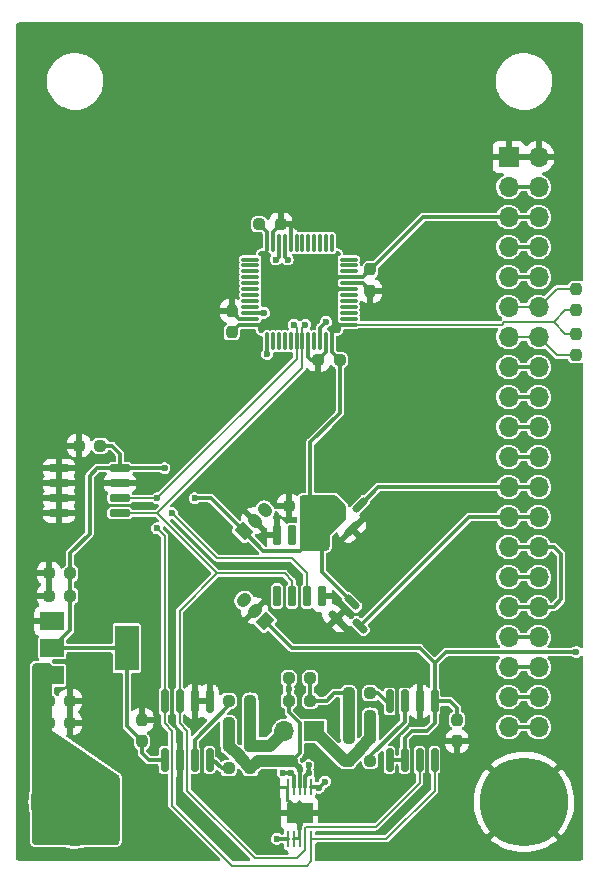
<source format=gtl>
G04 #@! TF.GenerationSoftware,KiCad,Pcbnew,(6.0.0)*
G04 #@! TF.CreationDate,2025-05-03T15:15:18+02:00*
G04 #@! TF.ProjectId,Smart Servo Control Board Rev.2,536d6172-7420-4536-9572-766f20436f6e,rev?*
G04 #@! TF.SameCoordinates,Original*
G04 #@! TF.FileFunction,Copper,L1,Top*
G04 #@! TF.FilePolarity,Positive*
%FSLAX46Y46*%
G04 Gerber Fmt 4.6, Leading zero omitted, Abs format (unit mm)*
G04 Created by KiCad (PCBNEW (6.0.0)) date 2025-05-03 15:15:18*
%MOMM*%
%LPD*%
G01*
G04 APERTURE LIST*
G04 Aperture macros list*
%AMRoundRect*
0 Rectangle with rounded corners*
0 $1 Rounding radius*
0 $2 $3 $4 $5 $6 $7 $8 $9 X,Y pos of 4 corners*
0 Add a 4 corners polygon primitive as box body*
4,1,4,$2,$3,$4,$5,$6,$7,$8,$9,$2,$3,0*
0 Add four circle primitives for the rounded corners*
1,1,$1+$1,$2,$3*
1,1,$1+$1,$4,$5*
1,1,$1+$1,$6,$7*
1,1,$1+$1,$8,$9*
0 Add four rect primitives between the rounded corners*
20,1,$1+$1,$2,$3,$4,$5,0*
20,1,$1+$1,$4,$5,$6,$7,0*
20,1,$1+$1,$6,$7,$8,$9,0*
20,1,$1+$1,$8,$9,$2,$3,0*%
%AMHorizOval*
0 Thick line with rounded ends*
0 $1 width*
0 $2 $3 position (X,Y) of the first rounded end (center of the circle)*
0 $4 $5 position (X,Y) of the second rounded end (center of the circle)*
0 Add line between two ends*
20,1,$1,$2,$3,$4,$5,0*
0 Add two circle primitives to create the rounded ends*
1,1,$1,$2,$3*
1,1,$1,$4,$5*%
%AMRotRect*
0 Rectangle, with rotation*
0 The origin of the aperture is its center*
0 $1 length*
0 $2 width*
0 $3 Rotation angle, in degrees counterclockwise*
0 Add horizontal line*
21,1,$1,$2,0,0,$3*%
G04 Aperture macros list end*
G04 #@! TA.AperFunction,SMDPad,CuDef*
%ADD10RoundRect,0.237500X-0.250000X-0.237500X0.250000X-0.237500X0.250000X0.237500X-0.250000X0.237500X0*%
G04 #@! TD*
G04 #@! TA.AperFunction,SMDPad,CuDef*
%ADD11RoundRect,0.237500X-0.237500X0.250000X-0.237500X-0.250000X0.237500X-0.250000X0.237500X0.250000X0*%
G04 #@! TD*
G04 #@! TA.AperFunction,SMDPad,CuDef*
%ADD12RoundRect,0.150000X0.150000X-0.825000X0.150000X0.825000X-0.150000X0.825000X-0.150000X-0.825000X0*%
G04 #@! TD*
G04 #@! TA.AperFunction,SMDPad,CuDef*
%ADD13RoundRect,0.150000X-0.725000X-0.150000X0.725000X-0.150000X0.725000X0.150000X-0.725000X0.150000X0*%
G04 #@! TD*
G04 #@! TA.AperFunction,SMDPad,CuDef*
%ADD14RoundRect,0.237500X0.250000X0.237500X-0.250000X0.237500X-0.250000X-0.237500X0.250000X-0.237500X0*%
G04 #@! TD*
G04 #@! TA.AperFunction,SMDPad,CuDef*
%ADD15RoundRect,0.150000X-0.521491X0.309359X0.309359X-0.521491X0.521491X-0.309359X-0.309359X0.521491X0*%
G04 #@! TD*
G04 #@! TA.AperFunction,ComponentPad*
%ADD16RotRect,1.050000X1.300000X45.000000*%
G04 #@! TD*
G04 #@! TA.AperFunction,ComponentPad*
%ADD17HorizOval,1.050000X-0.088388X0.088388X0.088388X-0.088388X0*%
G04 #@! TD*
G04 #@! TA.AperFunction,SMDPad,CuDef*
%ADD18RoundRect,0.237500X0.237500X-0.250000X0.237500X0.250000X-0.237500X0.250000X-0.237500X-0.250000X0*%
G04 #@! TD*
G04 #@! TA.AperFunction,SMDPad,CuDef*
%ADD19RoundRect,0.150000X-0.150000X0.825000X-0.150000X-0.825000X0.150000X-0.825000X0.150000X0.825000X0*%
G04 #@! TD*
G04 #@! TA.AperFunction,ComponentPad*
%ADD20R,1.700000X1.700000*%
G04 #@! TD*
G04 #@! TA.AperFunction,ComponentPad*
%ADD21O,1.700000X1.700000*%
G04 #@! TD*
G04 #@! TA.AperFunction,ComponentPad*
%ADD22RotRect,1.050000X1.300000X135.000000*%
G04 #@! TD*
G04 #@! TA.AperFunction,ComponentPad*
%ADD23HorizOval,1.050000X0.088388X0.088388X-0.088388X-0.088388X0*%
G04 #@! TD*
G04 #@! TA.AperFunction,ConnectorPad*
%ADD24C,7.500000*%
G04 #@! TD*
G04 #@! TA.AperFunction,ComponentPad*
%ADD25C,4.700000*%
G04 #@! TD*
G04 #@! TA.AperFunction,SMDPad,CuDef*
%ADD26RoundRect,0.075000X0.662500X0.075000X-0.662500X0.075000X-0.662500X-0.075000X0.662500X-0.075000X0*%
G04 #@! TD*
G04 #@! TA.AperFunction,SMDPad,CuDef*
%ADD27RoundRect,0.075000X0.075000X0.662500X-0.075000X0.662500X-0.075000X-0.662500X0.075000X-0.662500X0*%
G04 #@! TD*
G04 #@! TA.AperFunction,SMDPad,CuDef*
%ADD28RoundRect,0.150000X-0.309359X-0.521491X0.521491X0.309359X0.309359X0.521491X-0.521491X-0.309359X0*%
G04 #@! TD*
G04 #@! TA.AperFunction,SMDPad,CuDef*
%ADD29R,2.000000X1.500000*%
G04 #@! TD*
G04 #@! TA.AperFunction,SMDPad,CuDef*
%ADD30R,2.000000X3.800000*%
G04 #@! TD*
G04 #@! TA.AperFunction,SMDPad,CuDef*
%ADD31RoundRect,0.150000X-0.150000X0.725000X-0.150000X-0.725000X0.150000X-0.725000X0.150000X0.725000X0*%
G04 #@! TD*
G04 #@! TA.AperFunction,SMDPad,CuDef*
%ADD32R,0.270000X1.411200*%
G04 #@! TD*
G04 #@! TA.AperFunction,SMDPad,CuDef*
%ADD33R,2.180000X1.720000*%
G04 #@! TD*
G04 #@! TA.AperFunction,ComponentPad*
%ADD34C,0.508000*%
G04 #@! TD*
G04 #@! TA.AperFunction,ViaPad*
%ADD35C,0.600000*%
G04 #@! TD*
G04 #@! TA.AperFunction,Conductor*
%ADD36C,0.200000*%
G04 #@! TD*
G04 #@! TA.AperFunction,Conductor*
%ADD37C,0.300000*%
G04 #@! TD*
G04 #@! TA.AperFunction,Conductor*
%ADD38C,1.000000*%
G04 #@! TD*
G04 #@! TA.AperFunction,Conductor*
%ADD39C,0.500000*%
G04 #@! TD*
G04 APERTURE END LIST*
D10*
X157340020Y-72883428D03*
X159165020Y-72883428D03*
X175120020Y-77963428D03*
X176945020Y-77963428D03*
X180200020Y-93838428D03*
X182025020Y-93838428D03*
D11*
X162697520Y-96100928D03*
X162697520Y-97925928D03*
D10*
X180200020Y-97648428D03*
X182025020Y-97648428D03*
D12*
X183652520Y-99488428D03*
X184922520Y-99488428D03*
X186192520Y-99488428D03*
X187462520Y-99488428D03*
X187462520Y-94538428D03*
X186192520Y-94538428D03*
X184922520Y-94538428D03*
X183652520Y-94538428D03*
D10*
X154800020Y-96378428D03*
X156625020Y-96378428D03*
D13*
X155677520Y-74788428D03*
X155677520Y-76058428D03*
X155677520Y-77328428D03*
X155677520Y-78598428D03*
X160827520Y-78598428D03*
X160827520Y-77328428D03*
X160827520Y-76058428D03*
X160827520Y-74788428D03*
D14*
X171865020Y-100188428D03*
X170040020Y-100188428D03*
D15*
X180486359Y-86153764D03*
X179142856Y-87497267D03*
X181140433Y-88151341D03*
D16*
X171324494Y-80131454D03*
D17*
X172222520Y-79233428D03*
X173120545Y-78335403D03*
D14*
X182025020Y-95743428D03*
X180200020Y-95743428D03*
D18*
X199457520Y-61420928D03*
X199457520Y-59595928D03*
D14*
X171865020Y-96378428D03*
X170040020Y-96378428D03*
D19*
X168412520Y-94538428D03*
X167142520Y-94538428D03*
X165872520Y-94538428D03*
X164602520Y-94538428D03*
X164602520Y-99488428D03*
X165872520Y-99488428D03*
X167142520Y-99488428D03*
X168412520Y-99488428D03*
D10*
X154800020Y-94473428D03*
X156625020Y-94473428D03*
D20*
X177282520Y-97038428D03*
D21*
X174742520Y-97038428D03*
D14*
X182025020Y-99553428D03*
X180200020Y-99553428D03*
D10*
X177620020Y-65628428D03*
X179445020Y-65628428D03*
D22*
X173120546Y-87751454D03*
D23*
X172222520Y-86853428D03*
X171324495Y-85955403D03*
D11*
X199457520Y-63405928D03*
X199457520Y-65230928D03*
D24*
X195032520Y-103043428D03*
D25*
X195032520Y-103043428D03*
D18*
X182032520Y-59790928D03*
X182032520Y-57965928D03*
D26*
X180195020Y-62628428D03*
X180195020Y-62128428D03*
X180195020Y-61628428D03*
X180195020Y-61128428D03*
X180195020Y-60628428D03*
X180195020Y-60128428D03*
X180195020Y-59628428D03*
X180195020Y-59128428D03*
X180195020Y-58628428D03*
X180195020Y-58128428D03*
X180195020Y-57628428D03*
X180195020Y-57128428D03*
D27*
X178782520Y-55715928D03*
X178282520Y-55715928D03*
X177782520Y-55715928D03*
X177282520Y-55715928D03*
X176782520Y-55715928D03*
X176282520Y-55715928D03*
X175782520Y-55715928D03*
X175282520Y-55715928D03*
X174782520Y-55715928D03*
X174282520Y-55715928D03*
X173782520Y-55715928D03*
X173282520Y-55715928D03*
D26*
X171870020Y-57128428D03*
X171870020Y-57628428D03*
X171870020Y-58128428D03*
X171870020Y-58628428D03*
X171870020Y-59128428D03*
X171870020Y-59628428D03*
X171870020Y-60128428D03*
X171870020Y-60628428D03*
X171870020Y-61128428D03*
X171870020Y-61628428D03*
X171870020Y-62128428D03*
X171870020Y-62628428D03*
D27*
X173282520Y-64040928D03*
X173782520Y-64040928D03*
X174282520Y-64040928D03*
X174782520Y-64040928D03*
X175282520Y-64040928D03*
X175782520Y-64040928D03*
X176282520Y-64040928D03*
X176782520Y-64040928D03*
X177282520Y-64040928D03*
X177782520Y-64040928D03*
X178282520Y-64040928D03*
X178782520Y-64040928D03*
D18*
X189367520Y-97925928D03*
X189367520Y-96100928D03*
D14*
X176945020Y-94473428D03*
X175120020Y-94473428D03*
X156625020Y-85583428D03*
X154800020Y-85583428D03*
D28*
X179142856Y-78589589D03*
X180486359Y-79933092D03*
X181140433Y-77935515D03*
D11*
X170282520Y-61465928D03*
X170282520Y-63290928D03*
D25*
X157032520Y-103043428D03*
D24*
X157032520Y-103043428D03*
D29*
X155102520Y-87728428D03*
D30*
X161402520Y-90028428D03*
D29*
X155102520Y-90028428D03*
X155102520Y-92328428D03*
D10*
X170040020Y-94473428D03*
X171865020Y-94473428D03*
D14*
X174445020Y-54128428D03*
X172620020Y-54128428D03*
X156625020Y-83678428D03*
X154800020Y-83678428D03*
D10*
X170040020Y-98283428D03*
X171865020Y-98283428D03*
D31*
X177937520Y-80468428D03*
X176667520Y-80468428D03*
X175397520Y-80468428D03*
X174127520Y-80468428D03*
X174127520Y-85618428D03*
X175397520Y-85618428D03*
X176667520Y-85618428D03*
X177937520Y-85618428D03*
D32*
X177032521Y-101823429D03*
X176532519Y-101823429D03*
X176032520Y-101823429D03*
X175532521Y-101823429D03*
X175032519Y-101823429D03*
X175032519Y-106173427D03*
X175532521Y-106173427D03*
X176032520Y-106173427D03*
X176532519Y-106173427D03*
X177032521Y-106173427D03*
D33*
X176032520Y-103998428D03*
D34*
X175638820Y-104392128D03*
X176426220Y-103604728D03*
X175638820Y-103604728D03*
X176426220Y-104392128D03*
D10*
X175120020Y-92568428D03*
X176945020Y-92568428D03*
D20*
X193742520Y-48443428D03*
D21*
X196282520Y-48443428D03*
X193742520Y-50983428D03*
X196282520Y-50983428D03*
X193742520Y-53523428D03*
X196282520Y-53523428D03*
X193742520Y-56063428D03*
X196282520Y-56063428D03*
X193742520Y-58603428D03*
X196282520Y-58603428D03*
X193742520Y-61143428D03*
X196282520Y-61143428D03*
X193742520Y-63683428D03*
X196282520Y-63683428D03*
X193742520Y-66223428D03*
X196282520Y-66223428D03*
X193742520Y-68763428D03*
X196282520Y-68763428D03*
X193742520Y-71303428D03*
X196282520Y-71303428D03*
X193742520Y-73843428D03*
X196282520Y-73843428D03*
X193742520Y-76383428D03*
X196282520Y-76383428D03*
X193742520Y-78923428D03*
X196282520Y-78923428D03*
X193742520Y-81463428D03*
X196282520Y-81463428D03*
X193742520Y-84003428D03*
X196282520Y-84003428D03*
X193742520Y-86543428D03*
X196282520Y-86543428D03*
X193742520Y-89083428D03*
X196282520Y-89083428D03*
X193742520Y-91623428D03*
X196282520Y-91623428D03*
X193742520Y-94163428D03*
X196282520Y-94163428D03*
X193742520Y-96703428D03*
X196282520Y-96703428D03*
D35*
X178191520Y-101331428D03*
X176532520Y-62628428D03*
X180223520Y-96632428D03*
X175032520Y-57128428D03*
X176794520Y-100569428D03*
X199457520Y-90353428D03*
X165237520Y-78598428D03*
X173032520Y-61628428D03*
X178282520Y-62396229D03*
X175270520Y-100569428D03*
X174112521Y-106173427D03*
X163967520Y-77328428D03*
X177683520Y-101839428D03*
X175532520Y-62628428D03*
X174032520Y-57128428D03*
X173282520Y-65128428D03*
X176794520Y-99934428D03*
X164602520Y-74788428D03*
X163967520Y-79868428D03*
X165872520Y-102093428D03*
X167142520Y-77328428D03*
X174635520Y-100569428D03*
X175120020Y-93480928D03*
D36*
X198545020Y-63405928D02*
X197552520Y-62413428D01*
D37*
X179032520Y-58878428D02*
X179032520Y-59378428D01*
X185557520Y-97013428D02*
X186827520Y-97013428D01*
X162697520Y-98918428D02*
X163267520Y-99488428D01*
X179445020Y-65628428D02*
X178782520Y-64965928D01*
X184922520Y-99488428D02*
X183652520Y-99488428D01*
X175270520Y-100569428D02*
X175532521Y-100831429D01*
X186475020Y-53523428D02*
X181370020Y-58628428D01*
X155102520Y-90028428D02*
X155102520Y-90003428D01*
D36*
X198545020Y-61420928D02*
X197552520Y-62413428D01*
D37*
X175270520Y-100569428D02*
X174635520Y-100569428D01*
X193742520Y-53523428D02*
X186475020Y-53523428D01*
X179032520Y-59378428D02*
X179282520Y-59628428D01*
X187462520Y-94538428D02*
X187462520Y-91298428D01*
X193742520Y-50983428D02*
X196282520Y-50983428D01*
X171324494Y-80131454D02*
X172966468Y-81773428D01*
X178782520Y-62878428D02*
X179032520Y-62628428D01*
X186827520Y-97013428D02*
X187462520Y-96378428D01*
X179445020Y-70105928D02*
X176945020Y-72605928D01*
X180486359Y-86153764D02*
X177937520Y-83604925D01*
X175532521Y-100831429D02*
X175532521Y-101823429D01*
X156625020Y-85583428D02*
X156625020Y-88480928D01*
X172620020Y-54128428D02*
X173282520Y-54790928D01*
X160827520Y-74788428D02*
X160827520Y-73553428D01*
X175397520Y-90028428D02*
X186192520Y-90028428D01*
X155102520Y-90003428D02*
X156625020Y-88480928D01*
X161402520Y-90028428D02*
X155102520Y-90028428D01*
D36*
X193386865Y-62413428D02*
X193171865Y-62628428D01*
D37*
X179282520Y-59628428D02*
X180195020Y-59628428D01*
X160827520Y-74788428D02*
X164602520Y-74788428D01*
X193742520Y-53523428D02*
X196282520Y-53523428D01*
X158252520Y-80324678D02*
X158252520Y-75423428D01*
X170282520Y-63290928D02*
X170945020Y-62628428D01*
X159165020Y-72883428D02*
X160157520Y-72883428D01*
X184922520Y-97648428D02*
X185557520Y-97013428D01*
D36*
X197552520Y-62413428D02*
X196917520Y-62413428D01*
D37*
X178782520Y-64040928D02*
X178782520Y-62878428D01*
D36*
X199457520Y-61420928D02*
X198545020Y-61420928D01*
D37*
X182032520Y-57965928D02*
X181370020Y-58628428D01*
X189367520Y-96100928D02*
X189367520Y-95108428D01*
D36*
X199457520Y-63405928D02*
X198545020Y-63405928D01*
D37*
X156625020Y-83678428D02*
X156625020Y-81952178D01*
X187462520Y-91298428D02*
X186192520Y-90028428D01*
X179032520Y-59878428D02*
X179282520Y-59628428D01*
X178782520Y-64965928D02*
X178782520Y-64128428D01*
X164602520Y-99488428D02*
X163267520Y-99488428D01*
X187462520Y-94538428D02*
X188797520Y-94538428D01*
X180195020Y-58628428D02*
X179282520Y-58628428D01*
X187462520Y-94538428D02*
X187462520Y-96378428D01*
X180195020Y-62628428D02*
X179032520Y-62628428D01*
X161402520Y-90028428D02*
X161402520Y-96630928D01*
X179445020Y-65628428D02*
X179445020Y-70105928D01*
X176667520Y-81138428D02*
X176667520Y-80468428D01*
X173282520Y-54790928D02*
X173282520Y-55628428D01*
X156625020Y-81952178D02*
X158252520Y-80324678D01*
X184922520Y-99488428D02*
X184922520Y-97648428D01*
D36*
X196917520Y-62413428D02*
X193386865Y-62413428D01*
D37*
X188407520Y-90353428D02*
X187462520Y-91298428D01*
X172966468Y-81773428D02*
X176032520Y-81773428D01*
X177937520Y-83604925D02*
X177937520Y-80468428D01*
X156625020Y-85583428D02*
X156625020Y-83678428D01*
X161402520Y-96630928D02*
X162697520Y-97925928D01*
D36*
X193171865Y-62628428D02*
X180195020Y-62628428D01*
D37*
X162697520Y-97925928D02*
X162697520Y-98918428D01*
X181370020Y-58628428D02*
X180282520Y-58628428D01*
X158252520Y-75423428D02*
X158887520Y-74788428D01*
X160157520Y-72883428D02*
X160827520Y-73553428D01*
X167142520Y-77328428D02*
X168521468Y-77328428D01*
X189367520Y-95108428D02*
X188797520Y-94538428D01*
X173120546Y-87751454D02*
X175397520Y-90028428D01*
X168521468Y-77328428D02*
X171324494Y-80131454D01*
X179032520Y-62628428D02*
X179032520Y-59878428D01*
X176945020Y-72605928D02*
X176945020Y-77963428D01*
X170945020Y-62628428D02*
X171782520Y-62628428D01*
X199457520Y-90353428D02*
X188407520Y-90353428D01*
X179282520Y-58628428D02*
X179032520Y-58878428D01*
X158887520Y-74788428D02*
X160827520Y-74788428D01*
X176032520Y-81773428D02*
X176667520Y-81138428D01*
X175120020Y-95465928D02*
X175120020Y-94473428D01*
X183336520Y-94538428D02*
X182636520Y-93838428D01*
X180200020Y-93838428D02*
X178953520Y-93838428D01*
X176032520Y-98918428D02*
X176032520Y-96378428D01*
D38*
X172500020Y-99553428D02*
X171865020Y-100188428D01*
D37*
X183652520Y-94538428D02*
X183336520Y-94538428D01*
X175397520Y-99553428D02*
X176032520Y-98918428D01*
X182636520Y-93838428D02*
X182025020Y-93838428D01*
D36*
X164602520Y-80503428D02*
X163967520Y-79868428D01*
X177032521Y-106173427D02*
X177032521Y-108078427D01*
X175532520Y-62628428D02*
X175782520Y-62878428D01*
D38*
X171865020Y-100188428D02*
X170952520Y-99275928D01*
D37*
X193742520Y-81463428D02*
X196282520Y-81463428D01*
D38*
X171865020Y-98283428D02*
X171865020Y-94473428D01*
D37*
X198187520Y-82098428D02*
X198187520Y-85908428D01*
D36*
X183382521Y-106173427D02*
X177032521Y-106173427D01*
D38*
X173492520Y-98283428D02*
X174762520Y-97013428D01*
X175397520Y-99553428D02*
X172500020Y-99553428D01*
X170952520Y-99275928D02*
X170952520Y-99195928D01*
D36*
X164602520Y-96378428D02*
X164602520Y-94538428D01*
X175397520Y-82408428D02*
X169047520Y-82408428D01*
X164602520Y-94538428D02*
X164602520Y-80503428D01*
X197830020Y-65230928D02*
X196282520Y-63683428D01*
X175782520Y-65513428D02*
X163967520Y-77328428D01*
X187462520Y-99488428D02*
X187462520Y-102093428D01*
D37*
X170040020Y-100188428D02*
X169428520Y-100188428D01*
X176032520Y-101823429D02*
X176032520Y-100442428D01*
X193742520Y-86543428D02*
X196282520Y-86543428D01*
D39*
X176032520Y-100188428D02*
X175397520Y-99553428D01*
X176032520Y-100442428D02*
X176032520Y-100188428D01*
D37*
X177667521Y-101823429D02*
X177032521Y-101823429D01*
X193742520Y-89083428D02*
X196282520Y-89083428D01*
X168728520Y-99488428D02*
X168412520Y-99488428D01*
X197552520Y-81463428D02*
X198187520Y-82098428D01*
X176032520Y-96378428D02*
X175120020Y-95465928D01*
X176945020Y-92568428D02*
X176945020Y-94473428D01*
X178953520Y-93838428D02*
X178318520Y-94473428D01*
D38*
X170040020Y-98283428D02*
X170952520Y-99195928D01*
X171865020Y-98283428D02*
X173492520Y-98283428D01*
D37*
X169428520Y-100188428D02*
X168728520Y-99488428D01*
X175120020Y-92568428D02*
X175120020Y-93480928D01*
X175120020Y-93480928D02*
X175120020Y-94473428D01*
X196282520Y-81463428D02*
X197552520Y-81463428D01*
X193742520Y-94163428D02*
X196282520Y-94163428D01*
X177683520Y-101839428D02*
X177667521Y-101823429D01*
D38*
X170040020Y-98283428D02*
X170040020Y-96378428D01*
D37*
X177683520Y-101839428D02*
X178191520Y-101331428D01*
X193742520Y-84003428D02*
X196282520Y-84003428D01*
X178318520Y-94473428D02*
X176945020Y-94473428D01*
X197552520Y-86543428D02*
X196282520Y-86543428D01*
D38*
X180200020Y-97648428D02*
X180200020Y-93838428D01*
D37*
X198187520Y-85908428D02*
X197552520Y-86543428D01*
D36*
X165237520Y-103363428D02*
X165237520Y-97013428D01*
X165237520Y-97013428D02*
X164602520Y-96378428D01*
X160827520Y-78598428D02*
X163967520Y-78598428D01*
X166507520Y-102093428D02*
X166507520Y-97013428D01*
X170317520Y-108443428D02*
X165237520Y-103363428D01*
X176532519Y-106173427D02*
X176532519Y-105233807D01*
X163967520Y-78598428D02*
X169047520Y-83678428D01*
X176282520Y-62878428D02*
X176282520Y-64040928D01*
X169047520Y-83678428D02*
X174762520Y-83678428D01*
X175782520Y-64040928D02*
X175782520Y-65513428D01*
X176667520Y-85618428D02*
X176667520Y-83678428D01*
X169047520Y-82408428D02*
X165237520Y-78598428D01*
X187462520Y-102093428D02*
X183382521Y-106173427D01*
X165872520Y-94538428D02*
X165872520Y-86853428D01*
X199457520Y-65230928D02*
X197830020Y-65230928D01*
X176667520Y-108443428D02*
X170317520Y-108443428D01*
X175782520Y-62878428D02*
X175782520Y-64040928D01*
X176532519Y-105233807D02*
X176598010Y-105168316D01*
X163967520Y-78598428D02*
X176282520Y-66283428D01*
X165872520Y-96378428D02*
X165872520Y-94538428D01*
X177032521Y-108078427D02*
X176667520Y-108443428D01*
X197830020Y-59595928D02*
X196282520Y-61143428D01*
X172222520Y-107808428D02*
X166507520Y-102093428D01*
X163967520Y-77328428D02*
X160792520Y-77328428D01*
X176667520Y-83678428D02*
X175397520Y-82408428D01*
X165872520Y-86853428D02*
X169047520Y-83678428D01*
X193742520Y-61143428D02*
X196282520Y-61143428D01*
X186192520Y-101458428D02*
X186192520Y-99553428D01*
X176282520Y-66283428D02*
X176282520Y-64040928D01*
X182482632Y-105168316D02*
X186192520Y-101458428D01*
X176532519Y-107113050D02*
X175837141Y-107808428D01*
X176598010Y-105168316D02*
X182482632Y-105168316D01*
X166507520Y-97013428D02*
X165872520Y-96378428D01*
X176532519Y-106173427D02*
X176532519Y-107113050D01*
X175397520Y-84313428D02*
X175397520Y-85583428D01*
X175837141Y-107808428D02*
X172222520Y-107808428D01*
X193742520Y-63683428D02*
X196282520Y-63683428D01*
X199457520Y-59595928D02*
X197830020Y-59595928D01*
X174762520Y-83678428D02*
X175397520Y-84313428D01*
X176532520Y-62628428D02*
X176282520Y-62878428D01*
D37*
X177782520Y-62896229D02*
X177782520Y-64040928D01*
X170040020Y-94473428D02*
X170040020Y-94877928D01*
X193742520Y-76383428D02*
X182692520Y-76383428D01*
X193742520Y-78923428D02*
X196282520Y-78923428D01*
X181140433Y-88151341D02*
X190368346Y-78923428D01*
X190368346Y-78923428D02*
X193742520Y-78923428D01*
X193742520Y-71303428D02*
X196282520Y-71303428D01*
X193742520Y-58603428D02*
X196282520Y-58603428D01*
X174782520Y-55715928D02*
X174782520Y-56878428D01*
X174282520Y-56878428D02*
X174032520Y-57128428D01*
X174282520Y-55715928D02*
X174282520Y-56878428D01*
X170040020Y-94877928D02*
X167142520Y-97775428D01*
X193742520Y-66223428D02*
X196282520Y-66223428D01*
X184922520Y-96251428D02*
X184922520Y-94538428D01*
X171870020Y-61628428D02*
X173032520Y-61628428D01*
X193742520Y-56063428D02*
X196282520Y-56063428D01*
X173282520Y-64040928D02*
X173282520Y-65128428D01*
X193742520Y-73843428D02*
X196282520Y-73843428D01*
X182025020Y-99148928D02*
X184922520Y-96251428D01*
X182692520Y-76383428D02*
X181112520Y-77963428D01*
X174782520Y-56878428D02*
X175032520Y-57128428D01*
X182025020Y-99553428D02*
X182025020Y-99148928D01*
X178282520Y-62396229D02*
X177782520Y-62896229D01*
X193742520Y-96703428D02*
X196282520Y-96703428D01*
X175032519Y-106173427D02*
X174112521Y-106173427D01*
X193742520Y-76383428D02*
X196282520Y-76383428D01*
X167142520Y-97775428D02*
X167142520Y-99488428D01*
X193742520Y-68763428D02*
X196282520Y-68763428D01*
D38*
X180200020Y-99553428D02*
X181112520Y-98640928D01*
X181112520Y-98640928D02*
X181112520Y-98560928D01*
X180200020Y-99553428D02*
X179842520Y-99553428D01*
D37*
X176794520Y-100569428D02*
X176794520Y-99934428D01*
X182032520Y-59790928D02*
X181370020Y-59128428D01*
X170282520Y-61465928D02*
X170945020Y-62128428D01*
X176532519Y-100831429D02*
X176532519Y-101823429D01*
X175282520Y-54378428D02*
X175282520Y-55628428D01*
X176794520Y-100569428D02*
X176532519Y-100831429D01*
X193742520Y-91623428D02*
X196282520Y-91623428D01*
D38*
X182025020Y-97648428D02*
X181112520Y-98560928D01*
D37*
X173782520Y-54790928D02*
X173782520Y-55628428D01*
X170945020Y-62128428D02*
X171782520Y-62128428D01*
X176782520Y-65378428D02*
X176782520Y-64128428D01*
X177620020Y-65628428D02*
X178282520Y-64965928D01*
D38*
X179842520Y-99553428D02*
X177302520Y-97013428D01*
X182025020Y-97648428D02*
X182025020Y-95743428D01*
D37*
X175032520Y-54128428D02*
X175282520Y-54378428D01*
X174445020Y-54128428D02*
X173782520Y-54790928D01*
X193742520Y-48443428D02*
X196282520Y-48443428D01*
X177032520Y-65628428D02*
X176782520Y-65378428D01*
X181370020Y-59128428D02*
X180282520Y-59128428D01*
X177620020Y-65628428D02*
X177032520Y-65628428D01*
X178282520Y-64965928D02*
X178282520Y-64128428D01*
X174445020Y-54128428D02*
X175032520Y-54128428D01*
G04 #@! TA.AperFunction,Conductor*
G36*
X199744692Y-37045849D02*
G01*
X199822745Y-37061375D01*
X199868162Y-37080187D01*
X199923815Y-37117373D01*
X199958575Y-37152133D01*
X199995761Y-37207786D01*
X200014574Y-37253205D01*
X200030099Y-37331257D01*
X200032520Y-37355838D01*
X200032520Y-58822410D01*
X200012518Y-58890531D01*
X199958862Y-58937024D01*
X199888588Y-58947128D01*
X199864771Y-58941292D01*
X199863456Y-58940830D01*
X199801732Y-58919154D01*
X199785268Y-58913372D01*
X199785266Y-58913371D01*
X199778020Y-58910827D01*
X199770376Y-58910104D01*
X199770374Y-58910104D01*
X199760872Y-58909206D01*
X199747353Y-58907928D01*
X199457667Y-58907928D01*
X199167688Y-58907929D01*
X199164738Y-58908208D01*
X199164733Y-58908208D01*
X199144670Y-58910104D01*
X199144669Y-58910104D01*
X199137020Y-58910827D01*
X199129772Y-58913372D01*
X199129769Y-58913373D01*
X199021641Y-58951345D01*
X199021639Y-58951346D01*
X199012752Y-58954467D01*
X199005177Y-58960062D01*
X199005175Y-58960063D01*
X198952465Y-58998995D01*
X198906809Y-59032717D01*
X198828559Y-59138660D01*
X198803092Y-59211178D01*
X198761651Y-59268822D01*
X198695621Y-59294910D01*
X198684211Y-59295428D01*
X197882386Y-59295428D01*
X197879714Y-59295232D01*
X197874678Y-59293503D01*
X197827213Y-59295285D01*
X197825776Y-59295339D01*
X197821049Y-59295428D01*
X197802072Y-59295428D01*
X197797333Y-59296310D01*
X197793808Y-59296539D01*
X197762811Y-59297703D01*
X197752120Y-59302296D01*
X197747511Y-59303335D01*
X197735800Y-59306893D01*
X197731404Y-59308589D01*
X197719967Y-59310719D01*
X197710066Y-59316822D01*
X197710064Y-59316823D01*
X197698981Y-59323655D01*
X197682599Y-59332164D01*
X197676056Y-59334975D01*
X197668133Y-59338379D01*
X197668131Y-59338380D01*
X197659957Y-59341892D01*
X197655071Y-59345906D01*
X197652891Y-59348086D01*
X197650623Y-59350143D01*
X197650478Y-59349983D01*
X197641471Y-59357103D01*
X197634576Y-59363355D01*
X197624672Y-59369460D01*
X197608104Y-59391248D01*
X197596910Y-59404067D01*
X196848254Y-60152723D01*
X196785942Y-60186749D01*
X196715127Y-60181684D01*
X196699237Y-60174467D01*
X196697000Y-60173258D01*
X196696998Y-60173257D01*
X196691575Y-60170325D01*
X196494774Y-60109405D01*
X196488649Y-60108761D01*
X196488648Y-60108761D01*
X196296018Y-60088515D01*
X196296016Y-60088515D01*
X196289889Y-60087871D01*
X196226299Y-60093658D01*
X196090862Y-60105983D01*
X196090859Y-60105984D01*
X196084723Y-60106542D01*
X195887092Y-60164708D01*
X195704522Y-60260154D01*
X195699721Y-60264014D01*
X195699718Y-60264016D01*
X195557418Y-60378428D01*
X195543967Y-60389243D01*
X195411544Y-60547058D01*
X195408576Y-60552456D01*
X195408573Y-60552461D01*
X195351173Y-60656872D01*
X195312296Y-60727590D01*
X195306115Y-60747077D01*
X195303593Y-60755026D01*
X195263930Y-60813910D01*
X195198728Y-60842003D01*
X195183491Y-60842928D01*
X194842751Y-60842928D01*
X194774630Y-60822926D01*
X194728137Y-60769270D01*
X194722128Y-60753343D01*
X194720235Y-60747073D01*
X194718455Y-60741177D01*
X194621738Y-60559277D01*
X194513566Y-60426645D01*
X194495426Y-60404403D01*
X194495423Y-60404400D01*
X194491531Y-60399628D01*
X194465905Y-60378428D01*
X194337545Y-60272239D01*
X194337541Y-60272237D01*
X194332795Y-60268310D01*
X194172583Y-60181684D01*
X194156994Y-60173255D01*
X194151575Y-60170325D01*
X193954774Y-60109405D01*
X193948649Y-60108761D01*
X193948648Y-60108761D01*
X193756018Y-60088515D01*
X193756016Y-60088515D01*
X193749889Y-60087871D01*
X193686299Y-60093658D01*
X193550862Y-60105983D01*
X193550859Y-60105984D01*
X193544723Y-60106542D01*
X193347092Y-60164708D01*
X193164522Y-60260154D01*
X193159721Y-60264014D01*
X193159718Y-60264016D01*
X193017418Y-60378428D01*
X193003967Y-60389243D01*
X192871544Y-60547058D01*
X192868576Y-60552456D01*
X192868573Y-60552461D01*
X192811173Y-60656872D01*
X192772296Y-60727590D01*
X192710004Y-60923960D01*
X192709318Y-60930077D01*
X192709317Y-60930081D01*
X192693560Y-61070560D01*
X192687040Y-61128690D01*
X192704279Y-61333981D01*
X192705978Y-61339906D01*
X192758637Y-61523549D01*
X192761064Y-61532014D01*
X192763879Y-61537491D01*
X192763880Y-61537494D01*
X192852417Y-61709769D01*
X192855232Y-61715246D01*
X192983197Y-61876698D01*
X193140084Y-62010219D01*
X193145465Y-62013226D01*
X193147496Y-62014638D01*
X193192018Y-62069940D01*
X193199573Y-62140534D01*
X193175884Y-62194368D01*
X193164954Y-62208742D01*
X193153755Y-62221567D01*
X193084299Y-62291023D01*
X193021987Y-62325049D01*
X192995204Y-62327928D01*
X181259020Y-62327928D01*
X181190899Y-62307926D01*
X181144406Y-62254270D01*
X181133020Y-62201929D01*
X181133019Y-62032484D01*
X181133019Y-62026296D01*
X181130701Y-62014638D01*
X181119456Y-61958106D01*
X181117035Y-61945933D01*
X181110139Y-61935613D01*
X181106425Y-61926646D01*
X181098836Y-61856056D01*
X181106425Y-61830209D01*
X181110138Y-61821244D01*
X181117035Y-61810923D01*
X181133020Y-61730561D01*
X181133019Y-61526296D01*
X181117035Y-61445933D01*
X181110139Y-61435613D01*
X181106425Y-61426646D01*
X181098836Y-61356056D01*
X181106425Y-61330209D01*
X181110138Y-61321244D01*
X181117035Y-61310923D01*
X181133020Y-61230561D01*
X181133019Y-61026296D01*
X181117035Y-60945933D01*
X181110139Y-60935613D01*
X181106425Y-60926646D01*
X181098836Y-60856056D01*
X181106425Y-60830209D01*
X181110138Y-60821244D01*
X181117035Y-60810923D01*
X181121908Y-60786428D01*
X181131813Y-60736629D01*
X181133020Y-60730561D01*
X181133020Y-60724374D01*
X181133357Y-60720952D01*
X181159939Y-60655120D01*
X181217894Y-60614110D01*
X181288819Y-60610943D01*
X181329341Y-60630754D01*
X181329829Y-60629962D01*
X181471583Y-60717340D01*
X181484761Y-60723484D01*
X181636286Y-60773743D01*
X181649652Y-60776609D01*
X181742290Y-60786100D01*
X181748705Y-60786428D01*
X181760405Y-60786428D01*
X181775644Y-60781953D01*
X181776849Y-60780563D01*
X181778520Y-60772880D01*
X181778520Y-60768313D01*
X182286520Y-60768313D01*
X182290995Y-60783552D01*
X182292385Y-60784757D01*
X182300068Y-60786428D01*
X182316286Y-60786428D01*
X182322802Y-60786091D01*
X182416652Y-60776353D01*
X182430048Y-60773460D01*
X182581473Y-60722940D01*
X182594635Y-60716775D01*
X182730012Y-60633002D01*
X182741410Y-60623968D01*
X182853883Y-60511299D01*
X182862895Y-60499888D01*
X182946432Y-60364365D01*
X182952576Y-60351187D01*
X183002835Y-60199662D01*
X183005701Y-60186296D01*
X183015192Y-60093658D01*
X183015520Y-60087243D01*
X183015520Y-60063043D01*
X183011045Y-60047804D01*
X183009655Y-60046599D01*
X183001972Y-60044928D01*
X182304635Y-60044928D01*
X182289396Y-60049403D01*
X182288191Y-60050793D01*
X182286520Y-60058476D01*
X182286520Y-60768313D01*
X181778520Y-60768313D01*
X181778520Y-59662928D01*
X181798522Y-59594807D01*
X181852178Y-59548314D01*
X181904520Y-59536928D01*
X182997405Y-59536928D01*
X183012644Y-59532453D01*
X183013849Y-59531063D01*
X183015520Y-59523380D01*
X183015520Y-59494662D01*
X183015183Y-59488146D01*
X183005445Y-59394296D01*
X183002552Y-59380900D01*
X182952032Y-59229475D01*
X182945867Y-59216313D01*
X182862094Y-59080936D01*
X182853060Y-59069538D01*
X182740391Y-58957065D01*
X182728980Y-58948053D01*
X182593457Y-58864516D01*
X182580280Y-58858372D01*
X182503713Y-58832976D01*
X182445353Y-58792546D01*
X182418116Y-58726982D01*
X182430649Y-58657100D01*
X182478106Y-58608496D01*
X182477288Y-58607389D01*
X182484097Y-58602360D01*
X182484098Y-58602359D01*
X182502605Y-58588690D01*
X192687040Y-58588690D01*
X192704279Y-58793981D01*
X192705978Y-58799906D01*
X192757312Y-58978928D01*
X192761064Y-58992014D01*
X192763879Y-58997491D01*
X192763880Y-58997494D01*
X192806763Y-59080936D01*
X192855232Y-59175246D01*
X192983197Y-59336698D01*
X192987890Y-59340692D01*
X192987891Y-59340693D01*
X193125854Y-59458108D01*
X193140084Y-59470219D01*
X193145462Y-59473225D01*
X193145464Y-59473226D01*
X193183862Y-59494686D01*
X193319918Y-59570725D01*
X193394035Y-59594807D01*
X193509991Y-59632484D01*
X193509995Y-59632485D01*
X193515849Y-59634387D01*
X193720414Y-59658779D01*
X193726549Y-59658307D01*
X193726551Y-59658307D01*
X193782559Y-59653997D01*
X193925820Y-59642974D01*
X193931750Y-59641318D01*
X193931752Y-59641318D01*
X194055624Y-59606732D01*
X194124245Y-59587573D01*
X194129734Y-59584800D01*
X194129740Y-59584798D01*
X194302636Y-59497461D01*
X194308130Y-59494686D01*
X194470471Y-59367852D01*
X194479750Y-59357103D01*
X194601060Y-59216562D01*
X194601060Y-59216561D01*
X194605084Y-59211900D01*
X194625907Y-59175246D01*
X194703797Y-59038134D01*
X194706843Y-59032772D01*
X194708331Y-59028298D01*
X194753983Y-58974585D01*
X194823113Y-58953928D01*
X195204579Y-58953928D01*
X195272700Y-58973930D01*
X195316645Y-59022334D01*
X195392412Y-59169761D01*
X195392417Y-59169769D01*
X195395232Y-59175246D01*
X195523197Y-59336698D01*
X195527890Y-59340692D01*
X195527891Y-59340693D01*
X195665854Y-59458108D01*
X195680084Y-59470219D01*
X195685462Y-59473225D01*
X195685464Y-59473226D01*
X195723862Y-59494686D01*
X195859918Y-59570725D01*
X195934035Y-59594807D01*
X196049991Y-59632484D01*
X196049995Y-59632485D01*
X196055849Y-59634387D01*
X196260414Y-59658779D01*
X196266549Y-59658307D01*
X196266551Y-59658307D01*
X196322559Y-59653997D01*
X196465820Y-59642974D01*
X196471750Y-59641318D01*
X196471752Y-59641318D01*
X196595624Y-59606732D01*
X196664245Y-59587573D01*
X196669734Y-59584800D01*
X196669740Y-59584798D01*
X196842636Y-59497461D01*
X196848130Y-59494686D01*
X197010471Y-59367852D01*
X197019750Y-59357103D01*
X197141060Y-59216562D01*
X197141060Y-59216561D01*
X197145084Y-59211900D01*
X197165907Y-59175246D01*
X197186690Y-59138660D01*
X197246843Y-59032772D01*
X197311871Y-58837291D01*
X197337691Y-58632902D01*
X197338103Y-58603428D01*
X197318000Y-58398398D01*
X197258455Y-58201177D01*
X197161738Y-58019277D01*
X197046864Y-57878428D01*
X197035426Y-57864403D01*
X197035423Y-57864400D01*
X197031531Y-57859628D01*
X197014306Y-57845378D01*
X196877545Y-57732239D01*
X196877541Y-57732237D01*
X196872795Y-57728310D01*
X196691575Y-57630325D01*
X196494774Y-57569405D01*
X196488649Y-57568761D01*
X196488648Y-57568761D01*
X196296018Y-57548515D01*
X196296016Y-57548515D01*
X196289889Y-57547871D01*
X196203049Y-57555774D01*
X196090862Y-57565983D01*
X196090859Y-57565984D01*
X196084723Y-57566542D01*
X195887092Y-57624708D01*
X195704522Y-57720154D01*
X195699721Y-57724014D01*
X195699718Y-57724016D01*
X195567639Y-57830210D01*
X195543967Y-57849243D01*
X195411544Y-58007058D01*
X195408576Y-58012456D01*
X195408573Y-58012461D01*
X195312296Y-58187590D01*
X195309860Y-58186251D01*
X195271812Y-58231729D01*
X195201864Y-58252928D01*
X194821680Y-58252928D01*
X194753559Y-58232926D01*
X194710428Y-58186081D01*
X194625470Y-58026295D01*
X194621738Y-58019277D01*
X194506864Y-57878428D01*
X194495426Y-57864403D01*
X194495423Y-57864400D01*
X194491531Y-57859628D01*
X194474306Y-57845378D01*
X194337545Y-57732239D01*
X194337541Y-57732237D01*
X194332795Y-57728310D01*
X194151575Y-57630325D01*
X193954774Y-57569405D01*
X193948649Y-57568761D01*
X193948648Y-57568761D01*
X193756018Y-57548515D01*
X193756016Y-57548515D01*
X193749889Y-57547871D01*
X193663049Y-57555774D01*
X193550862Y-57565983D01*
X193550859Y-57565984D01*
X193544723Y-57566542D01*
X193347092Y-57624708D01*
X193164522Y-57720154D01*
X193159721Y-57724014D01*
X193159718Y-57724016D01*
X193027639Y-57830210D01*
X193003967Y-57849243D01*
X192871544Y-58007058D01*
X192868576Y-58012456D01*
X192868573Y-58012461D01*
X192795300Y-58145746D01*
X192772296Y-58187590D01*
X192710004Y-58383960D01*
X192709318Y-58390077D01*
X192709317Y-58390081D01*
X192701687Y-58458108D01*
X192687040Y-58588690D01*
X182502605Y-58588690D01*
X182583231Y-58529139D01*
X182635695Y-58458108D01*
X182655885Y-58430773D01*
X182655886Y-58430771D01*
X182661481Y-58423196D01*
X182670190Y-58398398D01*
X182702576Y-58306176D01*
X182702577Y-58306174D01*
X182705121Y-58298928D01*
X182708020Y-58268261D01*
X182708019Y-57838301D01*
X182728021Y-57770181D01*
X182744924Y-57749206D01*
X184445440Y-56048690D01*
X192687040Y-56048690D01*
X192687983Y-56059922D01*
X192698865Y-56189504D01*
X192704279Y-56253981D01*
X192705978Y-56259906D01*
X192755879Y-56433930D01*
X192761064Y-56452014D01*
X192763879Y-56457491D01*
X192763880Y-56457494D01*
X192842105Y-56609703D01*
X192855232Y-56635246D01*
X192983197Y-56796698D01*
X193140084Y-56930219D01*
X193319918Y-57030725D01*
X193414758Y-57061541D01*
X193509991Y-57092484D01*
X193509995Y-57092485D01*
X193515849Y-57094387D01*
X193720414Y-57118779D01*
X193726549Y-57118307D01*
X193726551Y-57118307D01*
X193782559Y-57113997D01*
X193925820Y-57102974D01*
X193931750Y-57101318D01*
X193931752Y-57101318D01*
X194118317Y-57049228D01*
X194118316Y-57049228D01*
X194124245Y-57047573D01*
X194129734Y-57044800D01*
X194129740Y-57044798D01*
X194262472Y-56977750D01*
X194308130Y-56954686D01*
X194319334Y-56945933D01*
X194435974Y-56854804D01*
X194470471Y-56827852D01*
X194493816Y-56800807D01*
X194601060Y-56676562D01*
X194601060Y-56676561D01*
X194605084Y-56671900D01*
X194611138Y-56661244D01*
X194703797Y-56498134D01*
X194706843Y-56492772D01*
X194708331Y-56488298D01*
X194753983Y-56434585D01*
X194823113Y-56413928D01*
X195204579Y-56413928D01*
X195272700Y-56433930D01*
X195316645Y-56482334D01*
X195392412Y-56629761D01*
X195392417Y-56629769D01*
X195395232Y-56635246D01*
X195523197Y-56796698D01*
X195680084Y-56930219D01*
X195859918Y-57030725D01*
X195954758Y-57061541D01*
X196049991Y-57092484D01*
X196049995Y-57092485D01*
X196055849Y-57094387D01*
X196260414Y-57118779D01*
X196266549Y-57118307D01*
X196266551Y-57118307D01*
X196322559Y-57113997D01*
X196465820Y-57102974D01*
X196471750Y-57101318D01*
X196471752Y-57101318D01*
X196658317Y-57049228D01*
X196658316Y-57049228D01*
X196664245Y-57047573D01*
X196669734Y-57044800D01*
X196669740Y-57044798D01*
X196802472Y-56977750D01*
X196848130Y-56954686D01*
X196859334Y-56945933D01*
X196975974Y-56854804D01*
X197010471Y-56827852D01*
X197033816Y-56800807D01*
X197141060Y-56676562D01*
X197141060Y-56676561D01*
X197145084Y-56671900D01*
X197151138Y-56661244D01*
X197193202Y-56587197D01*
X197246843Y-56492772D01*
X197311871Y-56297291D01*
X197337691Y-56092902D01*
X197338103Y-56063428D01*
X197318000Y-55858398D01*
X197258455Y-55661177D01*
X197161738Y-55479277D01*
X197088379Y-55389330D01*
X197035426Y-55324403D01*
X197035423Y-55324400D01*
X197031531Y-55319628D01*
X197014306Y-55305378D01*
X196877545Y-55192239D01*
X196877541Y-55192237D01*
X196872795Y-55188310D01*
X196691575Y-55090325D01*
X196494774Y-55029405D01*
X196488649Y-55028761D01*
X196488648Y-55028761D01*
X196296018Y-55008515D01*
X196296016Y-55008515D01*
X196289889Y-55007871D01*
X196203049Y-55015774D01*
X196090862Y-55025983D01*
X196090859Y-55025984D01*
X196084723Y-55026542D01*
X195887092Y-55084708D01*
X195704522Y-55180154D01*
X195699721Y-55184014D01*
X195699718Y-55184016D01*
X195689491Y-55192239D01*
X195543967Y-55309243D01*
X195411544Y-55467058D01*
X195408576Y-55472456D01*
X195408573Y-55472461D01*
X195312296Y-55647590D01*
X195309860Y-55646251D01*
X195271812Y-55691729D01*
X195201864Y-55712928D01*
X194821680Y-55712928D01*
X194753559Y-55692926D01*
X194710428Y-55646081D01*
X194624631Y-55484718D01*
X194621738Y-55479277D01*
X194548379Y-55389330D01*
X194495426Y-55324403D01*
X194495423Y-55324400D01*
X194491531Y-55319628D01*
X194474306Y-55305378D01*
X194337545Y-55192239D01*
X194337541Y-55192237D01*
X194332795Y-55188310D01*
X194151575Y-55090325D01*
X193954774Y-55029405D01*
X193948649Y-55028761D01*
X193948648Y-55028761D01*
X193756018Y-55008515D01*
X193756016Y-55008515D01*
X193749889Y-55007871D01*
X193663049Y-55015774D01*
X193550862Y-55025983D01*
X193550859Y-55025984D01*
X193544723Y-55026542D01*
X193347092Y-55084708D01*
X193164522Y-55180154D01*
X193159721Y-55184014D01*
X193159718Y-55184016D01*
X193149491Y-55192239D01*
X193003967Y-55309243D01*
X192871544Y-55467058D01*
X192868576Y-55472456D01*
X192868573Y-55472461D01*
X192861835Y-55484718D01*
X192772296Y-55647590D01*
X192710004Y-55843960D01*
X192709318Y-55850077D01*
X192709317Y-55850081D01*
X192687727Y-56042565D01*
X192687040Y-56048690D01*
X184445440Y-56048690D01*
X186583297Y-53910833D01*
X186645609Y-53876807D01*
X186672392Y-53873928D01*
X192664579Y-53873928D01*
X192732700Y-53893930D01*
X192776645Y-53942334D01*
X192852412Y-54089761D01*
X192852417Y-54089769D01*
X192855232Y-54095246D01*
X192983197Y-54256698D01*
X192987890Y-54260692D01*
X192987891Y-54260693D01*
X193130930Y-54382428D01*
X193140084Y-54390219D01*
X193319918Y-54490725D01*
X193414758Y-54521541D01*
X193509991Y-54552484D01*
X193509995Y-54552485D01*
X193515849Y-54554387D01*
X193720414Y-54578779D01*
X193726549Y-54578307D01*
X193726551Y-54578307D01*
X193792972Y-54573196D01*
X193925820Y-54562974D01*
X193931750Y-54561318D01*
X193931752Y-54561318D01*
X194118317Y-54509228D01*
X194118316Y-54509228D01*
X194124245Y-54507573D01*
X194129734Y-54504800D01*
X194129740Y-54504798D01*
X194262472Y-54437750D01*
X194308130Y-54414686D01*
X194345738Y-54385304D01*
X194465621Y-54291641D01*
X194470471Y-54287852D01*
X194497596Y-54256428D01*
X194601060Y-54136562D01*
X194601060Y-54136561D01*
X194605084Y-54131900D01*
X194625907Y-54095246D01*
X194703797Y-53958134D01*
X194706843Y-53952772D01*
X194708331Y-53948298D01*
X194753983Y-53894585D01*
X194823113Y-53873928D01*
X195204579Y-53873928D01*
X195272700Y-53893930D01*
X195316645Y-53942334D01*
X195392412Y-54089761D01*
X195392417Y-54089769D01*
X195395232Y-54095246D01*
X195523197Y-54256698D01*
X195527890Y-54260692D01*
X195527891Y-54260693D01*
X195670930Y-54382428D01*
X195680084Y-54390219D01*
X195859918Y-54490725D01*
X195954758Y-54521541D01*
X196049991Y-54552484D01*
X196049995Y-54552485D01*
X196055849Y-54554387D01*
X196260414Y-54578779D01*
X196266549Y-54578307D01*
X196266551Y-54578307D01*
X196332972Y-54573196D01*
X196465820Y-54562974D01*
X196471750Y-54561318D01*
X196471752Y-54561318D01*
X196658317Y-54509228D01*
X196658316Y-54509228D01*
X196664245Y-54507573D01*
X196669734Y-54504800D01*
X196669740Y-54504798D01*
X196802472Y-54437750D01*
X196848130Y-54414686D01*
X196885738Y-54385304D01*
X197005621Y-54291641D01*
X197010471Y-54287852D01*
X197037596Y-54256428D01*
X197141060Y-54136562D01*
X197141060Y-54136561D01*
X197145084Y-54131900D01*
X197165907Y-54095246D01*
X197243796Y-53958135D01*
X197246843Y-53952772D01*
X197311871Y-53757291D01*
X197337691Y-53552902D01*
X197338103Y-53523428D01*
X197318000Y-53318398D01*
X197258455Y-53121177D01*
X197161738Y-52939277D01*
X197088379Y-52849330D01*
X197035426Y-52784403D01*
X197035423Y-52784400D01*
X197031531Y-52779628D01*
X197014306Y-52765378D01*
X196877545Y-52652239D01*
X196877541Y-52652237D01*
X196872795Y-52648310D01*
X196691575Y-52550325D01*
X196494774Y-52489405D01*
X196488649Y-52488761D01*
X196488648Y-52488761D01*
X196296018Y-52468515D01*
X196296016Y-52468515D01*
X196289889Y-52467871D01*
X196203049Y-52475774D01*
X196090862Y-52485983D01*
X196090859Y-52485984D01*
X196084723Y-52486542D01*
X195887092Y-52544708D01*
X195704522Y-52640154D01*
X195699721Y-52644014D01*
X195699718Y-52644016D01*
X195689491Y-52652239D01*
X195543967Y-52769243D01*
X195411544Y-52927058D01*
X195408576Y-52932456D01*
X195408573Y-52932461D01*
X195312296Y-53107590D01*
X195309860Y-53106251D01*
X195271812Y-53151729D01*
X195201864Y-53172928D01*
X194821680Y-53172928D01*
X194753559Y-53152926D01*
X194710428Y-53106081D01*
X194624631Y-52944718D01*
X194621738Y-52939277D01*
X194548379Y-52849330D01*
X194495426Y-52784403D01*
X194495423Y-52784400D01*
X194491531Y-52779628D01*
X194474306Y-52765378D01*
X194337545Y-52652239D01*
X194337541Y-52652237D01*
X194332795Y-52648310D01*
X194151575Y-52550325D01*
X193954774Y-52489405D01*
X193948649Y-52488761D01*
X193948648Y-52488761D01*
X193756018Y-52468515D01*
X193756016Y-52468515D01*
X193749889Y-52467871D01*
X193663049Y-52475774D01*
X193550862Y-52485983D01*
X193550859Y-52485984D01*
X193544723Y-52486542D01*
X193347092Y-52544708D01*
X193164522Y-52640154D01*
X193159721Y-52644014D01*
X193159718Y-52644016D01*
X193149491Y-52652239D01*
X193003967Y-52769243D01*
X192871544Y-52927058D01*
X192868576Y-52932456D01*
X192868573Y-52932461D01*
X192772296Y-53107590D01*
X192769860Y-53106251D01*
X192731812Y-53151729D01*
X192661864Y-53172928D01*
X186525844Y-53172928D01*
X186506745Y-53170895D01*
X186501937Y-53170668D01*
X186491759Y-53168477D01*
X186461529Y-53172055D01*
X186456274Y-53172365D01*
X186456285Y-53172500D01*
X186451107Y-53172928D01*
X186445905Y-53172928D01*
X186428535Y-53175819D01*
X186422665Y-53176655D01*
X186375881Y-53182192D01*
X186368261Y-53185851D01*
X186359917Y-53187240D01*
X186350752Y-53192185D01*
X186350750Y-53192186D01*
X186318461Y-53209609D01*
X186313182Y-53212300D01*
X186270694Y-53232702D01*
X186266746Y-53236020D01*
X186264807Y-53237959D01*
X186263216Y-53239418D01*
X186262726Y-53239682D01*
X186262707Y-53239662D01*
X186262618Y-53239741D01*
X186257226Y-53242650D01*
X186250156Y-53250298D01*
X186250155Y-53250299D01*
X186223565Y-53279064D01*
X186220136Y-53282630D01*
X182261743Y-57241023D01*
X182199431Y-57275049D01*
X182172648Y-57277928D01*
X181768615Y-57277929D01*
X181742688Y-57277929D01*
X181739738Y-57278208D01*
X181739733Y-57278208D01*
X181719670Y-57280104D01*
X181719669Y-57280104D01*
X181712020Y-57280827D01*
X181704772Y-57283372D01*
X181704769Y-57283373D01*
X181596641Y-57321345D01*
X181596639Y-57321346D01*
X181587752Y-57324467D01*
X181580177Y-57330062D01*
X181580175Y-57330063D01*
X181514694Y-57378428D01*
X181481809Y-57402717D01*
X181403559Y-57508660D01*
X181400438Y-57517547D01*
X181400437Y-57517549D01*
X181377901Y-57581723D01*
X181336458Y-57639368D01*
X181270429Y-57665456D01*
X181200776Y-57651705D01*
X181149616Y-57602480D01*
X181133019Y-57539974D01*
X181133019Y-57526296D01*
X181131280Y-57517549D01*
X181124004Y-57480970D01*
X181117035Y-57445933D01*
X181110139Y-57435613D01*
X181106425Y-57426646D01*
X181098836Y-57356056D01*
X181106425Y-57330209D01*
X181110138Y-57321244D01*
X181117035Y-57310923D01*
X181123022Y-57280827D01*
X181131813Y-57236629D01*
X181133020Y-57230561D01*
X181133019Y-57026296D01*
X181117035Y-56945933D01*
X181108545Y-56933226D01*
X181063037Y-56865120D01*
X181056144Y-56854804D01*
X180965015Y-56793913D01*
X180884653Y-56777928D01*
X180836734Y-56777928D01*
X179850725Y-56777929D01*
X179782604Y-56757927D01*
X179736111Y-56704271D01*
X179724907Y-56658677D01*
X179722103Y-56606358D01*
X179720817Y-56599892D01*
X179720816Y-56599884D01*
X179710730Y-56549182D01*
X179701065Y-56517323D01*
X179700247Y-56514625D01*
X179700243Y-56514614D01*
X179699349Y-56511667D01*
X179680537Y-56466250D01*
X179662055Y-56431672D01*
X179624869Y-56376019D01*
X179599996Y-56345712D01*
X179565236Y-56310952D01*
X179534929Y-56286079D01*
X179479276Y-56248893D01*
X179444698Y-56230411D01*
X179437804Y-56227556D01*
X179402138Y-56212782D01*
X179402131Y-56212780D01*
X179399281Y-56211599D01*
X179361764Y-56200218D01*
X179358733Y-56199615D01*
X179307904Y-56189504D01*
X179307897Y-56189503D01*
X179304594Y-56188846D01*
X179301237Y-56188546D01*
X179301232Y-56188545D01*
X179283291Y-56186941D01*
X179261988Y-56185035D01*
X179258614Y-56185096D01*
X179255237Y-56184975D01*
X179255293Y-56183393D01*
X179192857Y-56166299D01*
X179145387Y-56113506D01*
X179133020Y-56059068D01*
X179133019Y-55032484D01*
X179133019Y-55026296D01*
X179131812Y-55020230D01*
X179131812Y-55020225D01*
X179119456Y-54958104D01*
X179119456Y-54958103D01*
X179117035Y-54945933D01*
X179056144Y-54854804D01*
X178965015Y-54793913D01*
X178884653Y-54777928D01*
X178782529Y-54777928D01*
X178680388Y-54777929D01*
X178674321Y-54779136D01*
X178674318Y-54779136D01*
X178635062Y-54786944D01*
X178600025Y-54793913D01*
X178589705Y-54800809D01*
X178580738Y-54804523D01*
X178510148Y-54812112D01*
X178484301Y-54804523D01*
X178475336Y-54800810D01*
X178465015Y-54793913D01*
X178452841Y-54791491D01*
X178452840Y-54791491D01*
X178390721Y-54779135D01*
X178384653Y-54777928D01*
X178282529Y-54777928D01*
X178180388Y-54777929D01*
X178174321Y-54779136D01*
X178174318Y-54779136D01*
X178135062Y-54786944D01*
X178100025Y-54793913D01*
X178089705Y-54800809D01*
X178080738Y-54804523D01*
X178010148Y-54812112D01*
X177984301Y-54804523D01*
X177975336Y-54800810D01*
X177965015Y-54793913D01*
X177952841Y-54791491D01*
X177952840Y-54791491D01*
X177890721Y-54779135D01*
X177884653Y-54777928D01*
X177782529Y-54777928D01*
X177680388Y-54777929D01*
X177674321Y-54779136D01*
X177674318Y-54779136D01*
X177635062Y-54786944D01*
X177600025Y-54793913D01*
X177589705Y-54800809D01*
X177580738Y-54804523D01*
X177510148Y-54812112D01*
X177484301Y-54804523D01*
X177475336Y-54800810D01*
X177465015Y-54793913D01*
X177452841Y-54791491D01*
X177452840Y-54791491D01*
X177390721Y-54779135D01*
X177384653Y-54777928D01*
X177282529Y-54777928D01*
X177180388Y-54777929D01*
X177174321Y-54779136D01*
X177174318Y-54779136D01*
X177135062Y-54786944D01*
X177100025Y-54793913D01*
X177089705Y-54800809D01*
X177080738Y-54804523D01*
X177010148Y-54812112D01*
X176984301Y-54804523D01*
X176975336Y-54800810D01*
X176965015Y-54793913D01*
X176952841Y-54791491D01*
X176952840Y-54791491D01*
X176890721Y-54779135D01*
X176884653Y-54777928D01*
X176782529Y-54777928D01*
X176680388Y-54777929D01*
X176674321Y-54779136D01*
X176674318Y-54779136D01*
X176635062Y-54786944D01*
X176600025Y-54793913D01*
X176589705Y-54800809D01*
X176580738Y-54804523D01*
X176510148Y-54812112D01*
X176484301Y-54804523D01*
X176475336Y-54800810D01*
X176465015Y-54793913D01*
X176452841Y-54791491D01*
X176452840Y-54791491D01*
X176390721Y-54779135D01*
X176384653Y-54777928D01*
X176282529Y-54777928D01*
X176180388Y-54777929D01*
X176174321Y-54779136D01*
X176174318Y-54779136D01*
X176135062Y-54786944D01*
X176100025Y-54793913D01*
X176089705Y-54800809D01*
X176080738Y-54804523D01*
X176010148Y-54812112D01*
X175984301Y-54804523D01*
X175975336Y-54800810D01*
X175965015Y-54793913D01*
X175952841Y-54791491D01*
X175952840Y-54791491D01*
X175926827Y-54786317D01*
X175863917Y-54753410D01*
X175851445Y-54739442D01*
X175778345Y-54644176D01*
X175766770Y-54632600D01*
X175658086Y-54549205D01*
X175643905Y-54541018D01*
X175515011Y-54487628D01*
X175459730Y-54443080D01*
X175442333Y-54406718D01*
X175436045Y-54385304D01*
X175434655Y-54384099D01*
X175426972Y-54382428D01*
X174317020Y-54382428D01*
X174248899Y-54362426D01*
X174202406Y-54308770D01*
X174191020Y-54256428D01*
X174191020Y-53856313D01*
X174699020Y-53856313D01*
X174703495Y-53871552D01*
X174704885Y-53872757D01*
X174712568Y-53874428D01*
X175422405Y-53874428D01*
X175437644Y-53869953D01*
X175438849Y-53868563D01*
X175440520Y-53860880D01*
X175440520Y-53844662D01*
X175440183Y-53838146D01*
X175430445Y-53744296D01*
X175427552Y-53730900D01*
X175377032Y-53579475D01*
X175370867Y-53566313D01*
X175287094Y-53430936D01*
X175278060Y-53419538D01*
X175165391Y-53307065D01*
X175153980Y-53298053D01*
X175018457Y-53214516D01*
X175005279Y-53208372D01*
X174853754Y-53158113D01*
X174840388Y-53155247D01*
X174747750Y-53145756D01*
X174741335Y-53145428D01*
X174717135Y-53145428D01*
X174701896Y-53149903D01*
X174700691Y-53151293D01*
X174699020Y-53158976D01*
X174699020Y-53856313D01*
X174191020Y-53856313D01*
X174191020Y-53163543D01*
X174186545Y-53148304D01*
X174185155Y-53147099D01*
X174177472Y-53145428D01*
X174148754Y-53145428D01*
X174142238Y-53145765D01*
X174048388Y-53155503D01*
X174034992Y-53158396D01*
X173883567Y-53208916D01*
X173870405Y-53215081D01*
X173735028Y-53298854D01*
X173723630Y-53307888D01*
X173611157Y-53420557D01*
X173602145Y-53431968D01*
X173518608Y-53567491D01*
X173512464Y-53580668D01*
X173487068Y-53657235D01*
X173446638Y-53715595D01*
X173381074Y-53742832D01*
X173311192Y-53730299D01*
X173262588Y-53682842D01*
X173261481Y-53683660D01*
X173256452Y-53676851D01*
X173256451Y-53676850D01*
X173183231Y-53577717D01*
X173149634Y-53552902D01*
X173084865Y-53505063D01*
X173084863Y-53505062D01*
X173077288Y-53499467D01*
X173068401Y-53496346D01*
X173068399Y-53496345D01*
X172960268Y-53458372D01*
X172960266Y-53458371D01*
X172953020Y-53455827D01*
X172945376Y-53455104D01*
X172945374Y-53455104D01*
X172937399Y-53454350D01*
X172922353Y-53452928D01*
X172620173Y-53452928D01*
X172317688Y-53452929D01*
X172314738Y-53453208D01*
X172314733Y-53453208D01*
X172294670Y-53455104D01*
X172294669Y-53455104D01*
X172287020Y-53455827D01*
X172279772Y-53458372D01*
X172279769Y-53458373D01*
X172171641Y-53496345D01*
X172171639Y-53496346D01*
X172162752Y-53499467D01*
X172155177Y-53505062D01*
X172155175Y-53505063D01*
X172090406Y-53552902D01*
X172056809Y-53577717D01*
X172051217Y-53585288D01*
X171998077Y-53657235D01*
X171978559Y-53683660D01*
X171975438Y-53692547D01*
X171975437Y-53692549D01*
X171950646Y-53763143D01*
X171934919Y-53807928D01*
X171932020Y-53838595D01*
X171932021Y-54418260D01*
X171934919Y-54448928D01*
X171937464Y-54456176D01*
X171937465Y-54456179D01*
X171974388Y-54561318D01*
X171978559Y-54573196D01*
X171984154Y-54580771D01*
X171984155Y-54580773D01*
X171988460Y-54586601D01*
X172056809Y-54679139D01*
X172064380Y-54684731D01*
X172155175Y-54751793D01*
X172155177Y-54751794D01*
X172162752Y-54757389D01*
X172171639Y-54760510D01*
X172171641Y-54760511D01*
X172279772Y-54798484D01*
X172279774Y-54798485D01*
X172287020Y-54801029D01*
X172294664Y-54801752D01*
X172294666Y-54801752D01*
X172302641Y-54802506D01*
X172317687Y-54803928D01*
X172343590Y-54803928D01*
X172747647Y-54803927D01*
X172815767Y-54823929D01*
X172836742Y-54840832D01*
X172895115Y-54899205D01*
X172929141Y-54961517D01*
X172932020Y-54988300D01*
X172932020Y-55026295D01*
X172932021Y-56054683D01*
X172912019Y-56122804D01*
X172858363Y-56169297D01*
X172818371Y-56180076D01*
X172802286Y-56181660D01*
X172802277Y-56181661D01*
X172800745Y-56181812D01*
X172799228Y-56182037D01*
X172799212Y-56182039D01*
X172782872Y-56184463D01*
X172782867Y-56184464D01*
X172781329Y-56184692D01*
X172779816Y-56184993D01*
X172779810Y-56184994D01*
X172706307Y-56199615D01*
X172703276Y-56200218D01*
X172665759Y-56211599D01*
X172662909Y-56212780D01*
X172662902Y-56212782D01*
X172627236Y-56227556D01*
X172620342Y-56230411D01*
X172585764Y-56248893D01*
X172530111Y-56286079D01*
X172499804Y-56310952D01*
X172465044Y-56345712D01*
X172440171Y-56376019D01*
X172402985Y-56431672D01*
X172384503Y-56466250D01*
X172383318Y-56469111D01*
X172366877Y-56508804D01*
X172365691Y-56511667D01*
X172354310Y-56549186D01*
X172344230Y-56599863D01*
X172342943Y-56606329D01*
X172339127Y-56648958D01*
X172339188Y-56652340D01*
X172339067Y-56655716D01*
X172337485Y-56655660D01*
X172320387Y-56718097D01*
X172267592Y-56765564D01*
X172213160Y-56777928D01*
X171228027Y-56777929D01*
X171180388Y-56777929D01*
X171174322Y-56779136D01*
X171174317Y-56779136D01*
X171112196Y-56791492D01*
X171112195Y-56791492D01*
X171100025Y-56793913D01*
X171089708Y-56800806D01*
X171089707Y-56800807D01*
X171019212Y-56847911D01*
X171008896Y-56854804D01*
X170948005Y-56945933D01*
X170932020Y-57026295D01*
X170932021Y-57230560D01*
X170948005Y-57310923D01*
X170954901Y-57321243D01*
X170958615Y-57330210D01*
X170966204Y-57400800D01*
X170958615Y-57426647D01*
X170954902Y-57435612D01*
X170948005Y-57445933D01*
X170932020Y-57526295D01*
X170932021Y-57730560D01*
X170933228Y-57736627D01*
X170933228Y-57736630D01*
X170941036Y-57775886D01*
X170948005Y-57810923D01*
X170954901Y-57821243D01*
X170958615Y-57830210D01*
X170966204Y-57900800D01*
X170958615Y-57926647D01*
X170954902Y-57935612D01*
X170948005Y-57945933D01*
X170932020Y-58026295D01*
X170932021Y-58230560D01*
X170948005Y-58310923D01*
X170954901Y-58321243D01*
X170958615Y-58330210D01*
X170966204Y-58400800D01*
X170958615Y-58426647D01*
X170954902Y-58435612D01*
X170948005Y-58445933D01*
X170932020Y-58526295D01*
X170932021Y-58730560D01*
X170948005Y-58810923D01*
X170954901Y-58821243D01*
X170958615Y-58830210D01*
X170966204Y-58900800D01*
X170958615Y-58926647D01*
X170954902Y-58935612D01*
X170948005Y-58945933D01*
X170945583Y-58958107D01*
X170945583Y-58958108D01*
X170940017Y-58986090D01*
X170932020Y-59026295D01*
X170932021Y-59230560D01*
X170948005Y-59310923D01*
X170954901Y-59321243D01*
X170958615Y-59330210D01*
X170966204Y-59400800D01*
X170958615Y-59426647D01*
X170954902Y-59435612D01*
X170948005Y-59445933D01*
X170932020Y-59526295D01*
X170932021Y-59730560D01*
X170948005Y-59810923D01*
X170954901Y-59821243D01*
X170958615Y-59830210D01*
X170966204Y-59900800D01*
X170958615Y-59926647D01*
X170954902Y-59935612D01*
X170948005Y-59945933D01*
X170945583Y-59958107D01*
X170945583Y-59958108D01*
X170941093Y-59980680D01*
X170932020Y-60026295D01*
X170932021Y-60230560D01*
X170948005Y-60310923D01*
X170954901Y-60321243D01*
X170958615Y-60330210D01*
X170966204Y-60400800D01*
X170958615Y-60426645D01*
X170954900Y-60435614D01*
X170948005Y-60445933D01*
X170946671Y-60452641D01*
X170904544Y-60504918D01*
X170837181Y-60527339D01*
X170793016Y-60521012D01*
X170678754Y-60483113D01*
X170665388Y-60480247D01*
X170572750Y-60470756D01*
X170566335Y-60470428D01*
X170554635Y-60470428D01*
X170539396Y-60474903D01*
X170538191Y-60476293D01*
X170536520Y-60483976D01*
X170536520Y-61593928D01*
X170516518Y-61662049D01*
X170462862Y-61708542D01*
X170410520Y-61719928D01*
X169317635Y-61719928D01*
X169302396Y-61724403D01*
X169301191Y-61725793D01*
X169299520Y-61733476D01*
X169299520Y-61762194D01*
X169299857Y-61768710D01*
X169309595Y-61862560D01*
X169312488Y-61875956D01*
X169363008Y-62027381D01*
X169369173Y-62040543D01*
X169452946Y-62175920D01*
X169461980Y-62187318D01*
X169574649Y-62299791D01*
X169586060Y-62308803D01*
X169721583Y-62392340D01*
X169734760Y-62398484D01*
X169811327Y-62423880D01*
X169869687Y-62464310D01*
X169896924Y-62529874D01*
X169884391Y-62599756D01*
X169836934Y-62648360D01*
X169837752Y-62649467D01*
X169731809Y-62727717D01*
X169726217Y-62735288D01*
X169672283Y-62808310D01*
X169653559Y-62833660D01*
X169650438Y-62842547D01*
X169650437Y-62842549D01*
X169613079Y-62948930D01*
X169609919Y-62957928D01*
X169607020Y-62988595D01*
X169607021Y-63593260D01*
X169609919Y-63623928D01*
X169612464Y-63631176D01*
X169612465Y-63631179D01*
X169641165Y-63712902D01*
X169653559Y-63748196D01*
X169731809Y-63854139D01*
X169739380Y-63859731D01*
X169830175Y-63926793D01*
X169830177Y-63926794D01*
X169837752Y-63932389D01*
X169846639Y-63935510D01*
X169846641Y-63935511D01*
X169954772Y-63973484D01*
X169954774Y-63973485D01*
X169962020Y-63976029D01*
X169969664Y-63976752D01*
X169969666Y-63976752D01*
X169977641Y-63977506D01*
X169992687Y-63978928D01*
X170282373Y-63978928D01*
X170572352Y-63978927D01*
X170575302Y-63978648D01*
X170575307Y-63978648D01*
X170595370Y-63976752D01*
X170595371Y-63976752D01*
X170603020Y-63976029D01*
X170610268Y-63973484D01*
X170610271Y-63973483D01*
X170718399Y-63935511D01*
X170718401Y-63935510D01*
X170727288Y-63932389D01*
X170734863Y-63926794D01*
X170734865Y-63926793D01*
X170825660Y-63859731D01*
X170833231Y-63854139D01*
X170911481Y-63748196D01*
X170923876Y-63712902D01*
X170952576Y-63631176D01*
X170952577Y-63631174D01*
X170955121Y-63623928D01*
X170958020Y-63593261D01*
X170958019Y-63163301D01*
X170978021Y-63095181D01*
X170994924Y-63074206D01*
X171053297Y-63015833D01*
X171115609Y-62981807D01*
X171142392Y-62978928D01*
X171811638Y-62978928D01*
X172208776Y-62978927D01*
X172276896Y-62998929D01*
X172323389Y-63052585D01*
X172334168Y-63092576D01*
X172335904Y-63110202D01*
X172336128Y-63111715D01*
X172336131Y-63111736D01*
X172336709Y-63115629D01*
X172338784Y-63129619D01*
X172339085Y-63131130D01*
X172339087Y-63131144D01*
X172342276Y-63147172D01*
X172346525Y-63168533D01*
X172354308Y-63207665D01*
X172365690Y-63245187D01*
X172366871Y-63248038D01*
X172383040Y-63287073D01*
X172384503Y-63290606D01*
X172402984Y-63325183D01*
X172404697Y-63327747D01*
X172404699Y-63327750D01*
X172422257Y-63354028D01*
X172434084Y-63371728D01*
X172440169Y-63380835D01*
X172465043Y-63411143D01*
X172499804Y-63445904D01*
X172530111Y-63470777D01*
X172585764Y-63507963D01*
X172620342Y-63526445D01*
X172623204Y-63527630D01*
X172623203Y-63527630D01*
X172662902Y-63544074D01*
X172662909Y-63544076D01*
X172665759Y-63545257D01*
X172703276Y-63556638D01*
X172706305Y-63557241D01*
X172706307Y-63557241D01*
X172757136Y-63567352D01*
X172757143Y-63567353D01*
X172760446Y-63568010D01*
X172763803Y-63568310D01*
X172763808Y-63568311D01*
X172781749Y-63569915D01*
X172803052Y-63571821D01*
X172806426Y-63571760D01*
X172809803Y-63571881D01*
X172809747Y-63573463D01*
X172872183Y-63590557D01*
X172919653Y-63643350D01*
X172932020Y-63697788D01*
X172932020Y-64721478D01*
X172912018Y-64789599D01*
X172900462Y-64804885D01*
X172859897Y-64850816D01*
X172798967Y-64980591D01*
X172797586Y-64989463D01*
X172785815Y-65065066D01*
X172776911Y-65122251D01*
X172778075Y-65131153D01*
X172778075Y-65131156D01*
X172786206Y-65193329D01*
X172795500Y-65264407D01*
X172799117Y-65272627D01*
X172828830Y-65340154D01*
X172853240Y-65395631D01*
X172859017Y-65402504D01*
X172859018Y-65402505D01*
X172927860Y-65484403D01*
X172945490Y-65505376D01*
X173064833Y-65584818D01*
X173201677Y-65627570D01*
X173210649Y-65627734D01*
X173210652Y-65627735D01*
X173275983Y-65628932D01*
X173345019Y-65630198D01*
X173354053Y-65627735D01*
X173474678Y-65594849D01*
X173474680Y-65594848D01*
X173483337Y-65592488D01*
X173605511Y-65517473D01*
X173630986Y-65489329D01*
X173692734Y-65421110D01*
X173701720Y-65411182D01*
X173764230Y-65282161D01*
X173788016Y-65140782D01*
X173788167Y-65128428D01*
X173786943Y-65119884D01*
X173797084Y-65049618D01*
X173843605Y-64995987D01*
X173887091Y-64978442D01*
X173952841Y-64965365D01*
X173952844Y-64965364D01*
X173965015Y-64962943D01*
X173975335Y-64956047D01*
X173984302Y-64952333D01*
X174054892Y-64944744D01*
X174080739Y-64952333D01*
X174089704Y-64956046D01*
X174100025Y-64962943D01*
X174112199Y-64965365D01*
X174112200Y-64965365D01*
X174147890Y-64972464D01*
X174180387Y-64978928D01*
X174282511Y-64978928D01*
X174384652Y-64978927D01*
X174390719Y-64977720D01*
X174390722Y-64977720D01*
X174429978Y-64969912D01*
X174465015Y-64962943D01*
X174475335Y-64956047D01*
X174484302Y-64952333D01*
X174554892Y-64944744D01*
X174580739Y-64952333D01*
X174589704Y-64956046D01*
X174600025Y-64962943D01*
X174612199Y-64965365D01*
X174612200Y-64965365D01*
X174647890Y-64972464D01*
X174680387Y-64978928D01*
X174782511Y-64978928D01*
X174884652Y-64978927D01*
X174890719Y-64977720D01*
X174890722Y-64977720D01*
X174929978Y-64969912D01*
X174965015Y-64962943D01*
X174975335Y-64956047D01*
X174984302Y-64952333D01*
X175054892Y-64944744D01*
X175080739Y-64952333D01*
X175089704Y-64956046D01*
X175100025Y-64962943D01*
X175112199Y-64965365D01*
X175112200Y-64965365D01*
X175147890Y-64972464D01*
X175180387Y-64978928D01*
X175216682Y-64978928D01*
X175356019Y-64978927D01*
X175424140Y-64998929D01*
X175470633Y-65052584D01*
X175482020Y-65104927D01*
X175482020Y-65336767D01*
X175462018Y-65404888D01*
X175445115Y-65425862D01*
X164079864Y-76791113D01*
X164017552Y-76825139D01*
X163990002Y-76828016D01*
X163898896Y-76827459D01*
X163761049Y-76866856D01*
X163639800Y-76943358D01*
X163603110Y-76984903D01*
X163602728Y-76985335D01*
X163542643Y-77023153D01*
X163508286Y-77027928D01*
X161944450Y-77027928D01*
X161876329Y-77007926D01*
X161844383Y-76977542D01*
X161841452Y-76971573D01*
X161834594Y-76964727D01*
X161811343Y-76898093D01*
X161827907Y-76829055D01*
X161873046Y-76783326D01*
X161952198Y-76736517D01*
X161964624Y-76726877D01*
X162070969Y-76620532D01*
X162080609Y-76608106D01*
X162157168Y-76478649D01*
X162163413Y-76464218D01*
X162202459Y-76329823D01*
X162202419Y-76315722D01*
X162195150Y-76312428D01*
X159465642Y-76312428D01*
X159452111Y-76316401D01*
X159450976Y-76324299D01*
X159491627Y-76464218D01*
X159497872Y-76478649D01*
X159574431Y-76608106D01*
X159584071Y-76620532D01*
X159690416Y-76726877D01*
X159702846Y-76736519D01*
X159781978Y-76783317D01*
X159830431Y-76835210D01*
X159843137Y-76905060D01*
X159820460Y-76964833D01*
X159813227Y-76972078D01*
X159808656Y-76981429D01*
X159808654Y-76981432D01*
X159780386Y-77039263D01*
X159761984Y-77076910D01*
X159760572Y-77086590D01*
X159752785Y-77139969D01*
X159752020Y-77145210D01*
X159752020Y-77511646D01*
X159752690Y-77516196D01*
X159752690Y-77516199D01*
X159753391Y-77520958D01*
X159762162Y-77580540D01*
X159777361Y-77611496D01*
X159807976Y-77673852D01*
X159813588Y-77685283D01*
X159896170Y-77767721D01*
X160001002Y-77818964D01*
X160031493Y-77823412D01*
X160064776Y-77828268D01*
X160064780Y-77828268D01*
X160069302Y-77828928D01*
X161585738Y-77828928D01*
X161590288Y-77828258D01*
X161590291Y-77828258D01*
X161644946Y-77820212D01*
X161644947Y-77820212D01*
X161654632Y-77818786D01*
X161718361Y-77787497D01*
X161750027Y-77771950D01*
X161750029Y-77771949D01*
X161759375Y-77767360D01*
X161817206Y-77709428D01*
X161834454Y-77692150D01*
X161834454Y-77692149D01*
X161841813Y-77684778D01*
X161844174Y-77679947D01*
X161897706Y-77637917D01*
X161944444Y-77628928D01*
X163507541Y-77628928D01*
X163575662Y-77648930D01*
X163603990Y-77673850D01*
X163630490Y-77705376D01*
X163637967Y-77710353D01*
X163736648Y-77776041D01*
X163749833Y-77784818D01*
X163886677Y-77827570D01*
X163895649Y-77827734D01*
X163895652Y-77827735D01*
X163982165Y-77829321D01*
X164009300Y-77829818D01*
X164077042Y-77851065D01*
X164122544Y-77905564D01*
X164131358Y-77976012D01*
X164096085Y-78044892D01*
X163879954Y-78261023D01*
X163817642Y-78295049D01*
X163790859Y-78297928D01*
X161944450Y-78297928D01*
X161876329Y-78277926D01*
X161844382Y-78247540D01*
X161841452Y-78241573D01*
X161758870Y-78159135D01*
X161654038Y-78107892D01*
X161623547Y-78103444D01*
X161590264Y-78098588D01*
X161590260Y-78098588D01*
X161585738Y-78097928D01*
X160069302Y-78097928D01*
X160064752Y-78098598D01*
X160064749Y-78098598D01*
X160010094Y-78106644D01*
X160010093Y-78106644D01*
X160000408Y-78108070D01*
X159960076Y-78127872D01*
X159905013Y-78154906D01*
X159905011Y-78154907D01*
X159895665Y-78159496D01*
X159813227Y-78242078D01*
X159761984Y-78346910D01*
X159752020Y-78415210D01*
X159752020Y-78781646D01*
X159752690Y-78786196D01*
X159752690Y-78786199D01*
X159760736Y-78840854D01*
X159762162Y-78850540D01*
X159771983Y-78870543D01*
X159804420Y-78936609D01*
X159813588Y-78955283D01*
X159896170Y-79037721D01*
X160001002Y-79088964D01*
X160028805Y-79093020D01*
X160064776Y-79098268D01*
X160064780Y-79098268D01*
X160069302Y-79098928D01*
X161585738Y-79098928D01*
X161590288Y-79098258D01*
X161590291Y-79098258D01*
X161644946Y-79090212D01*
X161644947Y-79090212D01*
X161654632Y-79088786D01*
X161749324Y-79042295D01*
X161750027Y-79041950D01*
X161750029Y-79041949D01*
X161759375Y-79037360D01*
X161841813Y-78954778D01*
X161844174Y-78949947D01*
X161897706Y-78907917D01*
X161944444Y-78898928D01*
X163790859Y-78898928D01*
X163858980Y-78918930D01*
X163879954Y-78935833D01*
X164097149Y-79153028D01*
X164131175Y-79215340D01*
X164126110Y-79286155D01*
X164083563Y-79342991D01*
X164017043Y-79367802D01*
X164007284Y-79368121D01*
X163943142Y-79367729D01*
X163898896Y-79367459D01*
X163761049Y-79406856D01*
X163639800Y-79483358D01*
X163544897Y-79590816D01*
X163483967Y-79720591D01*
X163482586Y-79729463D01*
X163463328Y-79853152D01*
X163461911Y-79862251D01*
X163463075Y-79871153D01*
X163463075Y-79871156D01*
X163471206Y-79933329D01*
X163480500Y-80004407D01*
X163484117Y-80012627D01*
X163519056Y-80092031D01*
X163538240Y-80135631D01*
X163544017Y-80142504D01*
X163544018Y-80142505D01*
X163617201Y-80229567D01*
X163630490Y-80245376D01*
X163749833Y-80324818D01*
X163886677Y-80367570D01*
X163895649Y-80367734D01*
X163895652Y-80367735D01*
X163975011Y-80369189D01*
X163993753Y-80369533D01*
X164061495Y-80390780D01*
X164080538Y-80406417D01*
X164265115Y-80590994D01*
X164299141Y-80653306D01*
X164302020Y-80680089D01*
X164302020Y-93321498D01*
X164282018Y-93389619D01*
X164251632Y-93421566D01*
X164245665Y-93424496D01*
X164238308Y-93431865D01*
X164238309Y-93431865D01*
X164174319Y-93495967D01*
X164163227Y-93507078D01*
X164111984Y-93611910D01*
X164110572Y-93621590D01*
X164103740Y-93668422D01*
X164102020Y-93680210D01*
X164102020Y-95396646D01*
X164102690Y-95401196D01*
X164102690Y-95401199D01*
X164110736Y-95455854D01*
X164112162Y-95465540D01*
X164136615Y-95515345D01*
X164152674Y-95548053D01*
X164163588Y-95570283D01*
X164183535Y-95590195D01*
X164236164Y-95642732D01*
X164246170Y-95652721D01*
X164251001Y-95655082D01*
X164293031Y-95708614D01*
X164302020Y-95755352D01*
X164302020Y-96326062D01*
X164301824Y-96328735D01*
X164300095Y-96333770D01*
X164300531Y-96345392D01*
X164300531Y-96345394D01*
X164301931Y-96382683D01*
X164302020Y-96387409D01*
X164302020Y-96406376D01*
X164302902Y-96411111D01*
X164303130Y-96414637D01*
X164304294Y-96445636D01*
X164308884Y-96456321D01*
X164309921Y-96460921D01*
X164313482Y-96472642D01*
X164315181Y-96477045D01*
X164317311Y-96488481D01*
X164328157Y-96506076D01*
X164330247Y-96509467D01*
X164338751Y-96525839D01*
X164344971Y-96540316D01*
X164344973Y-96540320D01*
X164348484Y-96548491D01*
X164352498Y-96553377D01*
X164354683Y-96555562D01*
X164356735Y-96557825D01*
X164356575Y-96557970D01*
X164363695Y-96566977D01*
X164369947Y-96573872D01*
X164376052Y-96583776D01*
X164397840Y-96600344D01*
X164410659Y-96611538D01*
X164900115Y-97100994D01*
X164934141Y-97163306D01*
X164937020Y-97190089D01*
X164937020Y-98189283D01*
X164917018Y-98257404D01*
X164863362Y-98303897D01*
X164794824Y-98313678D01*
X164794807Y-98313918D01*
X164793703Y-98313838D01*
X164792830Y-98313963D01*
X164785738Y-98312928D01*
X164419302Y-98312928D01*
X164414752Y-98313598D01*
X164414749Y-98313598D01*
X164360094Y-98321644D01*
X164360093Y-98321644D01*
X164350408Y-98323070D01*
X164309956Y-98342931D01*
X164255013Y-98369906D01*
X164255011Y-98369907D01*
X164245665Y-98374496D01*
X164163227Y-98457078D01*
X164158654Y-98466434D01*
X164158653Y-98466435D01*
X164147555Y-98489139D01*
X164111984Y-98561910D01*
X164102020Y-98630210D01*
X164102020Y-99011928D01*
X164082018Y-99080049D01*
X164028362Y-99126542D01*
X163976020Y-99137928D01*
X163464892Y-99137928D01*
X163396771Y-99117926D01*
X163375797Y-99101023D01*
X163084925Y-98810151D01*
X163050899Y-98747839D01*
X163048020Y-98721056D01*
X163048020Y-98689789D01*
X163068022Y-98621668D01*
X163121678Y-98575175D01*
X163132268Y-98570908D01*
X163133398Y-98570511D01*
X163142288Y-98567389D01*
X163149863Y-98561794D01*
X163149865Y-98561793D01*
X163240660Y-98494731D01*
X163248231Y-98489139D01*
X163265380Y-98465921D01*
X163320885Y-98390773D01*
X163320886Y-98390771D01*
X163326481Y-98383196D01*
X163330668Y-98371275D01*
X163367576Y-98266176D01*
X163367577Y-98266174D01*
X163370121Y-98258928D01*
X163373020Y-98228261D01*
X163373019Y-97623596D01*
X163370121Y-97592928D01*
X163367575Y-97585677D01*
X163329603Y-97477549D01*
X163329602Y-97477547D01*
X163326481Y-97468660D01*
X163305825Y-97440693D01*
X163253823Y-97370288D01*
X163248231Y-97362717D01*
X163227516Y-97347417D01*
X163149869Y-97290066D01*
X163149867Y-97290065D01*
X163149048Y-97289460D01*
X163149045Y-97289457D01*
X163142288Y-97284467D01*
X163142973Y-97283540D01*
X163098586Y-97240285D01*
X163082599Y-97171112D01*
X163106549Y-97104277D01*
X163168507Y-97058953D01*
X163246468Y-97032943D01*
X163259635Y-97026775D01*
X163395012Y-96943002D01*
X163406410Y-96933968D01*
X163518883Y-96821299D01*
X163527895Y-96809888D01*
X163611432Y-96674365D01*
X163617576Y-96661187D01*
X163667835Y-96509662D01*
X163670701Y-96496296D01*
X163680192Y-96403658D01*
X163680520Y-96397243D01*
X163680520Y-96373043D01*
X163676045Y-96357804D01*
X163674655Y-96356599D01*
X163666972Y-96354928D01*
X162569520Y-96354928D01*
X162501399Y-96334926D01*
X162454906Y-96281270D01*
X162443520Y-96228928D01*
X162443520Y-95828813D01*
X162951520Y-95828813D01*
X162955995Y-95844052D01*
X162957385Y-95845257D01*
X162965068Y-95846928D01*
X163662405Y-95846928D01*
X163677644Y-95842453D01*
X163678849Y-95841063D01*
X163680520Y-95833380D01*
X163680520Y-95804662D01*
X163680183Y-95798146D01*
X163670445Y-95704296D01*
X163667552Y-95690900D01*
X163617032Y-95539475D01*
X163610867Y-95526313D01*
X163527094Y-95390936D01*
X163518060Y-95379538D01*
X163405391Y-95267065D01*
X163393980Y-95258053D01*
X163258457Y-95174516D01*
X163245279Y-95168372D01*
X163093754Y-95118113D01*
X163080388Y-95115247D01*
X162987750Y-95105756D01*
X162981335Y-95105428D01*
X162969635Y-95105428D01*
X162954396Y-95109903D01*
X162953191Y-95111293D01*
X162951520Y-95118976D01*
X162951520Y-95828813D01*
X162443520Y-95828813D01*
X162443520Y-95123543D01*
X162439045Y-95108304D01*
X162437655Y-95107099D01*
X162429972Y-95105428D01*
X162413754Y-95105428D01*
X162407238Y-95105765D01*
X162313388Y-95115503D01*
X162299992Y-95118396D01*
X162148567Y-95168916D01*
X162135405Y-95175081D01*
X162000028Y-95258854D01*
X161988630Y-95267888D01*
X161968194Y-95288360D01*
X161905911Y-95322440D01*
X161835091Y-95317437D01*
X161778218Y-95274941D01*
X161753349Y-95208442D01*
X161753020Y-95199343D01*
X161753020Y-92254928D01*
X161773022Y-92186807D01*
X161826678Y-92140314D01*
X161879020Y-92128928D01*
X162422268Y-92128928D01*
X162428336Y-92127721D01*
X162468581Y-92119716D01*
X162468582Y-92119716D01*
X162480751Y-92117295D01*
X162547072Y-92072980D01*
X162591387Y-92006659D01*
X162603020Y-91948176D01*
X162603020Y-88108680D01*
X162601282Y-88099941D01*
X162593808Y-88062367D01*
X162593808Y-88062366D01*
X162591387Y-88050197D01*
X162547072Y-87983876D01*
X162480751Y-87939561D01*
X162468582Y-87937140D01*
X162468581Y-87937140D01*
X162428336Y-87929135D01*
X162422268Y-87927928D01*
X160382772Y-87927928D01*
X160376704Y-87929135D01*
X160336459Y-87937140D01*
X160336458Y-87937140D01*
X160324289Y-87939561D01*
X160257968Y-87983876D01*
X160213653Y-88050197D01*
X160211232Y-88062366D01*
X160211232Y-88062367D01*
X160203758Y-88099941D01*
X160202020Y-88108680D01*
X160202020Y-89551928D01*
X160182018Y-89620049D01*
X160128362Y-89666542D01*
X160076020Y-89677928D01*
X156429020Y-89677928D01*
X156360899Y-89657926D01*
X156314406Y-89604270D01*
X156303020Y-89551928D01*
X156303020Y-89350800D01*
X156323022Y-89282679D01*
X156339925Y-89261705D01*
X156836919Y-88764711D01*
X156851873Y-88752633D01*
X156855425Y-88749401D01*
X156864172Y-88743753D01*
X156883022Y-88719842D01*
X156886519Y-88715907D01*
X156886415Y-88715819D01*
X156889770Y-88711860D01*
X156893448Y-88708182D01*
X156896467Y-88703957D01*
X156896474Y-88703949D01*
X156903692Y-88693848D01*
X156907256Y-88689101D01*
X156915498Y-88678646D01*
X156936412Y-88652117D01*
X156939213Y-88644141D01*
X156944131Y-88637259D01*
X156949324Y-88619897D01*
X156957631Y-88592119D01*
X156959466Y-88586471D01*
X156972448Y-88549505D01*
X156972449Y-88549499D01*
X156975075Y-88542022D01*
X156975520Y-88536884D01*
X156975520Y-88534179D01*
X156975615Y-88531983D01*
X156975775Y-88531448D01*
X156975802Y-88531449D01*
X156975809Y-88531333D01*
X156977564Y-88525465D01*
X156975617Y-88475909D01*
X156975520Y-88470962D01*
X156975520Y-86339179D01*
X156995522Y-86271058D01*
X157049178Y-86224565D01*
X157059772Y-86220296D01*
X157073403Y-86215509D01*
X157082288Y-86212389D01*
X157108637Y-86192928D01*
X157180660Y-86139731D01*
X157188231Y-86134139D01*
X157215236Y-86097577D01*
X157260885Y-86035773D01*
X157260886Y-86035771D01*
X157266481Y-86028196D01*
X157271672Y-86013416D01*
X157307576Y-85911176D01*
X157307577Y-85911174D01*
X157310121Y-85903928D01*
X157313020Y-85873261D01*
X157313019Y-85293596D01*
X157312740Y-85290637D01*
X157310844Y-85270578D01*
X157310844Y-85270577D01*
X157310121Y-85262928D01*
X157292516Y-85212796D01*
X157269603Y-85147549D01*
X157269602Y-85147547D01*
X157266481Y-85138660D01*
X157255433Y-85123701D01*
X157193823Y-85040288D01*
X157188231Y-85032717D01*
X157129351Y-84989228D01*
X157089862Y-84960061D01*
X157089861Y-84960061D01*
X157082288Y-84954467D01*
X157059772Y-84946560D01*
X157002126Y-84905117D01*
X156976038Y-84839087D01*
X156975520Y-84827677D01*
X156975520Y-84434179D01*
X156995522Y-84366058D01*
X157049178Y-84319565D01*
X157059772Y-84315296D01*
X157073403Y-84310509D01*
X157082288Y-84307389D01*
X157188231Y-84229139D01*
X157202148Y-84210297D01*
X157260885Y-84130773D01*
X157260886Y-84130771D01*
X157266481Y-84123196D01*
X157271790Y-84108080D01*
X157307576Y-84006176D01*
X157307577Y-84006174D01*
X157310121Y-83998928D01*
X157313020Y-83968261D01*
X157313019Y-83388596D01*
X157311977Y-83377562D01*
X157310844Y-83365578D01*
X157310844Y-83365577D01*
X157310121Y-83357928D01*
X157307575Y-83350677D01*
X157269603Y-83242549D01*
X157269602Y-83242547D01*
X157266481Y-83233660D01*
X157188231Y-83127717D01*
X157082288Y-83049467D01*
X157059772Y-83041560D01*
X157002126Y-83000117D01*
X156976038Y-82934087D01*
X156975520Y-82922677D01*
X156975520Y-82149550D01*
X156995522Y-82081429D01*
X157012425Y-82060455D01*
X158464419Y-80608461D01*
X158479373Y-80596383D01*
X158482925Y-80593151D01*
X158491672Y-80587503D01*
X158510522Y-80563592D01*
X158514020Y-80559656D01*
X158513916Y-80559568D01*
X158517271Y-80555609D01*
X158520949Y-80551931D01*
X158523968Y-80547706D01*
X158523975Y-80547698D01*
X158531189Y-80537602D01*
X158534756Y-80532852D01*
X158557464Y-80504047D01*
X158557465Y-80504044D01*
X158563912Y-80495867D01*
X158566714Y-80487889D01*
X158571631Y-80481008D01*
X158585141Y-80435835D01*
X158586962Y-80430231D01*
X158587647Y-80428281D01*
X158602575Y-80385772D01*
X158603020Y-80380634D01*
X158603020Y-80377929D01*
X158603115Y-80375732D01*
X158603275Y-80375198D01*
X158603302Y-80375199D01*
X158603309Y-80375081D01*
X158605064Y-80369214D01*
X158603116Y-80319631D01*
X158603020Y-80314712D01*
X158603020Y-75620800D01*
X158623022Y-75552679D01*
X158639925Y-75531705D01*
X158995797Y-75175833D01*
X159058109Y-75141807D01*
X159084892Y-75138928D01*
X159650468Y-75138928D01*
X159718589Y-75158930D01*
X159765082Y-75212586D01*
X159775186Y-75282860D01*
X159745692Y-75347440D01*
X159714607Y-75373382D01*
X159702842Y-75380339D01*
X159690416Y-75389979D01*
X159584071Y-75496324D01*
X159574431Y-75508750D01*
X159497872Y-75638207D01*
X159491627Y-75652638D01*
X159452581Y-75787033D01*
X159452621Y-75801134D01*
X159459890Y-75804428D01*
X162189398Y-75804428D01*
X162202929Y-75800455D01*
X162204064Y-75792557D01*
X162163413Y-75652638D01*
X162157168Y-75638207D01*
X162080609Y-75508750D01*
X162070969Y-75496324D01*
X161964624Y-75389979D01*
X161952198Y-75380339D01*
X161940433Y-75373382D01*
X161891981Y-75321489D01*
X161879275Y-75251639D01*
X161906350Y-75186008D01*
X161964610Y-75145433D01*
X162004572Y-75138928D01*
X164189704Y-75138928D01*
X164257825Y-75158930D01*
X164264058Y-75163672D01*
X164265490Y-75165376D01*
X164271944Y-75169672D01*
X164271949Y-75169676D01*
X164377356Y-75239841D01*
X164384833Y-75244818D01*
X164521677Y-75287570D01*
X164530649Y-75287734D01*
X164530652Y-75287735D01*
X164595748Y-75288928D01*
X164665019Y-75290198D01*
X164674053Y-75287735D01*
X164794678Y-75254849D01*
X164794680Y-75254848D01*
X164803337Y-75252488D01*
X164925511Y-75177473D01*
X164932569Y-75169676D01*
X165015698Y-75077835D01*
X165021720Y-75071182D01*
X165084230Y-74942161D01*
X165108016Y-74800782D01*
X165108167Y-74788428D01*
X165087843Y-74646510D01*
X165028504Y-74516000D01*
X164977289Y-74456562D01*
X164940780Y-74414191D01*
X164940777Y-74414188D01*
X164934920Y-74407391D01*
X164814615Y-74329413D01*
X164677259Y-74288335D01*
X164668283Y-74288280D01*
X164668282Y-74288280D01*
X164608075Y-74287912D01*
X164533896Y-74287459D01*
X164396049Y-74326856D01*
X164274800Y-74403358D01*
X164270386Y-74408355D01*
X164206608Y-74436800D01*
X164189785Y-74437928D01*
X161899945Y-74437928D01*
X161831824Y-74417926D01*
X161810928Y-74401101D01*
X161766244Y-74356495D01*
X161766240Y-74356492D01*
X161758870Y-74349135D01*
X161654038Y-74297892D01*
X161623547Y-74293444D01*
X161590264Y-74288588D01*
X161590260Y-74288588D01*
X161585738Y-74287928D01*
X161304020Y-74287928D01*
X161235899Y-74267926D01*
X161189406Y-74214270D01*
X161178020Y-74161928D01*
X161178020Y-73604252D01*
X161180053Y-73585153D01*
X161180280Y-73580345D01*
X161182471Y-73570167D01*
X161178893Y-73539937D01*
X161178583Y-73534682D01*
X161178448Y-73534693D01*
X161178020Y-73529515D01*
X161178020Y-73524313D01*
X161175129Y-73506943D01*
X161174293Y-73501072D01*
X161169980Y-73464633D01*
X161168756Y-73454289D01*
X161165097Y-73446669D01*
X161163708Y-73438325D01*
X161157102Y-73426081D01*
X161141339Y-73396869D01*
X161138642Y-73391578D01*
X161121673Y-73356239D01*
X161118246Y-73349102D01*
X161114928Y-73345154D01*
X161112989Y-73343215D01*
X161111530Y-73341624D01*
X161111266Y-73341134D01*
X161111286Y-73341115D01*
X161111207Y-73341026D01*
X161108298Y-73335634D01*
X161071884Y-73301973D01*
X161068318Y-73298544D01*
X160441303Y-72671529D01*
X160429225Y-72656575D01*
X160425993Y-72653023D01*
X160420345Y-72644276D01*
X160396434Y-72625426D01*
X160392499Y-72621929D01*
X160392411Y-72622033D01*
X160388452Y-72618678D01*
X160384774Y-72615000D01*
X160380549Y-72611981D01*
X160380541Y-72611974D01*
X160370440Y-72604756D01*
X160365693Y-72601192D01*
X160355238Y-72592950D01*
X160328709Y-72572036D01*
X160320733Y-72569235D01*
X160313851Y-72564317D01*
X160268684Y-72550809D01*
X160263078Y-72548987D01*
X160226097Y-72536000D01*
X160226091Y-72535999D01*
X160218614Y-72533373D01*
X160213476Y-72532928D01*
X160210757Y-72532928D01*
X160208575Y-72532833D01*
X160208040Y-72532673D01*
X160208041Y-72532646D01*
X160207923Y-72532639D01*
X160202056Y-72530884D01*
X160152501Y-72532831D01*
X160147554Y-72532928D01*
X159928881Y-72532928D01*
X159860760Y-72512926D01*
X159814267Y-72459270D01*
X159810000Y-72448680D01*
X159809603Y-72447550D01*
X159806481Y-72438660D01*
X159776269Y-72397755D01*
X159733823Y-72340288D01*
X159728231Y-72332717D01*
X159669351Y-72289228D01*
X159629865Y-72260063D01*
X159629863Y-72260062D01*
X159622288Y-72254467D01*
X159613401Y-72251346D01*
X159613399Y-72251345D01*
X159505268Y-72213372D01*
X159505266Y-72213371D01*
X159498020Y-72210827D01*
X159490376Y-72210104D01*
X159490374Y-72210104D01*
X159482399Y-72209350D01*
X159467353Y-72207928D01*
X159165173Y-72207928D01*
X158862688Y-72207929D01*
X158859738Y-72208208D01*
X158859733Y-72208208D01*
X158839670Y-72210104D01*
X158839669Y-72210104D01*
X158832020Y-72210827D01*
X158824772Y-72213372D01*
X158824769Y-72213373D01*
X158716641Y-72251345D01*
X158716639Y-72251346D01*
X158707752Y-72254467D01*
X158700177Y-72260062D01*
X158700175Y-72260063D01*
X158660689Y-72289228D01*
X158601809Y-72332717D01*
X158596217Y-72340288D01*
X158553772Y-72397755D01*
X158528552Y-72431900D01*
X158528549Y-72431903D01*
X158523559Y-72438660D01*
X158522632Y-72437975D01*
X158479377Y-72482362D01*
X158410204Y-72498349D01*
X158343369Y-72474399D01*
X158298045Y-72412441D01*
X158272035Y-72334480D01*
X158265867Y-72321313D01*
X158182094Y-72185936D01*
X158173060Y-72174538D01*
X158060391Y-72062065D01*
X158048980Y-72053053D01*
X157913457Y-71969516D01*
X157900279Y-71963372D01*
X157748754Y-71913113D01*
X157735388Y-71910247D01*
X157642750Y-71900756D01*
X157636335Y-71900428D01*
X157612135Y-71900428D01*
X157596896Y-71904903D01*
X157595691Y-71906293D01*
X157594020Y-71913976D01*
X157594020Y-73848313D01*
X157598495Y-73863552D01*
X157599885Y-73864757D01*
X157607568Y-73866428D01*
X157636286Y-73866428D01*
X157642802Y-73866091D01*
X157736652Y-73856353D01*
X157750048Y-73853460D01*
X157901473Y-73802940D01*
X157914635Y-73796775D01*
X158050012Y-73713002D01*
X158061410Y-73703968D01*
X158173883Y-73591299D01*
X158182895Y-73579888D01*
X158266432Y-73444365D01*
X158272576Y-73431188D01*
X158297972Y-73354621D01*
X158338402Y-73296261D01*
X158403966Y-73269024D01*
X158473848Y-73281557D01*
X158522452Y-73329014D01*
X158523559Y-73328196D01*
X158601809Y-73434139D01*
X158609380Y-73439731D01*
X158700175Y-73506793D01*
X158700177Y-73506794D01*
X158707752Y-73512389D01*
X158716639Y-73515510D01*
X158716641Y-73515511D01*
X158824772Y-73553484D01*
X158824774Y-73553485D01*
X158832020Y-73556029D01*
X158839664Y-73556752D01*
X158839666Y-73556752D01*
X158847641Y-73557506D01*
X158862687Y-73558928D01*
X159164867Y-73558928D01*
X159467352Y-73558927D01*
X159470302Y-73558648D01*
X159470307Y-73558648D01*
X159490370Y-73556752D01*
X159490371Y-73556752D01*
X159498020Y-73556029D01*
X159505268Y-73553484D01*
X159505271Y-73553483D01*
X159613399Y-73515511D01*
X159613401Y-73515510D01*
X159622288Y-73512389D01*
X159629863Y-73506794D01*
X159629865Y-73506793D01*
X159720660Y-73439731D01*
X159728231Y-73434139D01*
X159759667Y-73391578D01*
X159800885Y-73335773D01*
X159800886Y-73335771D01*
X159806481Y-73328196D01*
X159810000Y-73318176D01*
X159810764Y-73317114D01*
X159814007Y-73310988D01*
X159814848Y-73311433D01*
X159851444Y-73260532D01*
X159917474Y-73234445D01*
X159928881Y-73233928D01*
X159960148Y-73233928D01*
X160028269Y-73253930D01*
X160049243Y-73270833D01*
X160440115Y-73661705D01*
X160474141Y-73724017D01*
X160477020Y-73750800D01*
X160477020Y-74161928D01*
X160457018Y-74230049D01*
X160403362Y-74276542D01*
X160351020Y-74287928D01*
X160069302Y-74287928D01*
X160064752Y-74288598D01*
X160064749Y-74288598D01*
X160010094Y-74296644D01*
X160010093Y-74296644D01*
X160000408Y-74298070D01*
X159950512Y-74322568D01*
X159905013Y-74344906D01*
X159905011Y-74344907D01*
X159895665Y-74349496D01*
X159888308Y-74356866D01*
X159888305Y-74356868D01*
X159844305Y-74400945D01*
X159782023Y-74435025D01*
X159755132Y-74437928D01*
X158938346Y-74437928D01*
X158919247Y-74435895D01*
X158914443Y-74435668D01*
X158904260Y-74433476D01*
X158893918Y-74434700D01*
X158874021Y-74437055D01*
X158868773Y-74437364D01*
X158868784Y-74437500D01*
X158863605Y-74437928D01*
X158858405Y-74437928D01*
X158853279Y-74438781D01*
X158853270Y-74438782D01*
X158841057Y-74440815D01*
X158835181Y-74441652D01*
X158798723Y-74445967D01*
X158798722Y-74445967D01*
X158788382Y-74447191D01*
X158780759Y-74450852D01*
X158772417Y-74452240D01*
X158730936Y-74474622D01*
X158725689Y-74477295D01*
X158683194Y-74497701D01*
X158679246Y-74501020D01*
X158677317Y-74502949D01*
X158675716Y-74504418D01*
X158675239Y-74504675D01*
X158675218Y-74504652D01*
X158675117Y-74504741D01*
X158669726Y-74507650D01*
X158662656Y-74515298D01*
X158662655Y-74515299D01*
X158636065Y-74544064D01*
X158632636Y-74547630D01*
X158040621Y-75139645D01*
X158025667Y-75151723D01*
X158022115Y-75154955D01*
X158013368Y-75160603D01*
X158001362Y-75175833D01*
X157994518Y-75184514D01*
X157991021Y-75188449D01*
X157991125Y-75188537D01*
X157987770Y-75192496D01*
X157984092Y-75196174D01*
X157981073Y-75200399D01*
X157981066Y-75200407D01*
X157973848Y-75210508D01*
X157970284Y-75215255D01*
X157941128Y-75252239D01*
X157938327Y-75260215D01*
X157933409Y-75267097D01*
X157919901Y-75312264D01*
X157918079Y-75317870D01*
X157905092Y-75354851D01*
X157905091Y-75354857D01*
X157902465Y-75362334D01*
X157902020Y-75367472D01*
X157902020Y-75370191D01*
X157901925Y-75372373D01*
X157901765Y-75372908D01*
X157901738Y-75372907D01*
X157901731Y-75373025D01*
X157899976Y-75378892D01*
X157900385Y-75389300D01*
X157901923Y-75428447D01*
X157902020Y-75433394D01*
X157902020Y-80127306D01*
X157882018Y-80195427D01*
X157865115Y-80216401D01*
X156413121Y-81668395D01*
X156398167Y-81680473D01*
X156394615Y-81683705D01*
X156385868Y-81689353D01*
X156379422Y-81697530D01*
X156367018Y-81713264D01*
X156363521Y-81717199D01*
X156363625Y-81717287D01*
X156360270Y-81721246D01*
X156356592Y-81724924D01*
X156353573Y-81729149D01*
X156353566Y-81729157D01*
X156346348Y-81739258D01*
X156342784Y-81744005D01*
X156313628Y-81780989D01*
X156310827Y-81788965D01*
X156305909Y-81795847D01*
X156292401Y-81841014D01*
X156290579Y-81846620D01*
X156277592Y-81883601D01*
X156277591Y-81883607D01*
X156274965Y-81891084D01*
X156274520Y-81896222D01*
X156274520Y-81898941D01*
X156274425Y-81901123D01*
X156274265Y-81901658D01*
X156274238Y-81901657D01*
X156274231Y-81901775D01*
X156272476Y-81907642D01*
X156272885Y-81918050D01*
X156274423Y-81957197D01*
X156274520Y-81962144D01*
X156274520Y-82922677D01*
X156254518Y-82990798D01*
X156200862Y-83037291D01*
X156190268Y-83041560D01*
X156167752Y-83049467D01*
X156061809Y-83127717D01*
X155988552Y-83226900D01*
X155988549Y-83226903D01*
X155983559Y-83233660D01*
X155982632Y-83232975D01*
X155939377Y-83277362D01*
X155870204Y-83293349D01*
X155803369Y-83269399D01*
X155758045Y-83207441D01*
X155732035Y-83129480D01*
X155725867Y-83116313D01*
X155642094Y-82980936D01*
X155633060Y-82969538D01*
X155520391Y-82857065D01*
X155508980Y-82848053D01*
X155373457Y-82764516D01*
X155360279Y-82758372D01*
X155208754Y-82708113D01*
X155195388Y-82705247D01*
X155102750Y-82695756D01*
X155096335Y-82695428D01*
X155072135Y-82695428D01*
X155056896Y-82699903D01*
X155055691Y-82701293D01*
X155054020Y-82708976D01*
X155054020Y-85711428D01*
X155034018Y-85779549D01*
X154980362Y-85826042D01*
X154928020Y-85837428D01*
X153822635Y-85837428D01*
X153807396Y-85841903D01*
X153806191Y-85843293D01*
X153804520Y-85850976D01*
X153804520Y-85867194D01*
X153804857Y-85873710D01*
X153814595Y-85967560D01*
X153817488Y-85980956D01*
X153868008Y-86132381D01*
X153874173Y-86145543D01*
X153957946Y-86280920D01*
X153966980Y-86292318D01*
X153969886Y-86295219D01*
X153971239Y-86297691D01*
X153971527Y-86298055D01*
X153971465Y-86298104D01*
X154003965Y-86357502D01*
X153998962Y-86428322D01*
X153956464Y-86485195D01*
X153925098Y-86502374D01*
X153864466Y-86525104D01*
X153848871Y-86533642D01*
X153746796Y-86610143D01*
X153734235Y-86622704D01*
X153657734Y-86724779D01*
X153649196Y-86740374D01*
X153604042Y-86860822D01*
X153600415Y-86876077D01*
X153594889Y-86926942D01*
X153594520Y-86933756D01*
X153594520Y-87456313D01*
X153598995Y-87471552D01*
X153600385Y-87472757D01*
X153608068Y-87474428D01*
X155230520Y-87474428D01*
X155298641Y-87494430D01*
X155345134Y-87548086D01*
X155356520Y-87600428D01*
X155356520Y-87856428D01*
X155336518Y-87924549D01*
X155282862Y-87971042D01*
X155230520Y-87982428D01*
X153612636Y-87982428D01*
X153597397Y-87986903D01*
X153596192Y-87988293D01*
X153594521Y-87995976D01*
X153594521Y-88523097D01*
X153594891Y-88529918D01*
X153600415Y-88580780D01*
X153604041Y-88596032D01*
X153649196Y-88716482D01*
X153657734Y-88732077D01*
X153734235Y-88834152D01*
X153746796Y-88846713D01*
X153848871Y-88923214D01*
X153864468Y-88931753D01*
X153898727Y-88944596D01*
X153955492Y-88987237D01*
X153980192Y-89053798D01*
X153964985Y-89123147D01*
X153957283Y-89133418D01*
X153957968Y-89133876D01*
X153913653Y-89200197D01*
X153902020Y-89258680D01*
X153902020Y-90798176D01*
X153913653Y-90856659D01*
X153920545Y-90866974D01*
X153920547Y-90866978D01*
X153944233Y-90902426D01*
X153965448Y-90970179D01*
X153946665Y-91038646D01*
X153893848Y-91086089D01*
X153839468Y-91098428D01*
X153714930Y-91098428D01*
X153713391Y-91098504D01*
X153713375Y-91098504D01*
X153704368Y-91098947D01*
X153695327Y-91099391D01*
X153681102Y-91100792D01*
X153672285Y-91101660D01*
X153672272Y-91101662D01*
X153670745Y-91101812D01*
X153669228Y-91102037D01*
X153669212Y-91102039D01*
X153652872Y-91104463D01*
X153652867Y-91104464D01*
X153651329Y-91104692D01*
X153649816Y-91104993D01*
X153649810Y-91104994D01*
X153576307Y-91119615D01*
X153573276Y-91120218D01*
X153535759Y-91131599D01*
X153532909Y-91132780D01*
X153532902Y-91132782D01*
X153497236Y-91147556D01*
X153490342Y-91150411D01*
X153455764Y-91168893D01*
X153400111Y-91206079D01*
X153369804Y-91230952D01*
X153335044Y-91265712D01*
X153310171Y-91296019D01*
X153272985Y-91351672D01*
X153254503Y-91386250D01*
X153253323Y-91389099D01*
X153253321Y-91389103D01*
X153250276Y-91396454D01*
X153235690Y-91431669D01*
X153224309Y-91469188D01*
X153223706Y-91472222D01*
X153223705Y-91472224D01*
X153209084Y-91545729D01*
X153209080Y-91545750D01*
X153208784Y-91547240D01*
X153205904Y-91566654D01*
X153203483Y-91591235D01*
X153203406Y-91592809D01*
X153202626Y-91608690D01*
X153202520Y-91610838D01*
X153202520Y-102058237D01*
X153198396Y-102090210D01*
X153160535Y-102234528D01*
X153155715Y-102265309D01*
X153111325Y-102548777D01*
X153098612Y-102629958D01*
X153098441Y-102633120D01*
X153098440Y-102633127D01*
X153089449Y-102799151D01*
X153076967Y-103029620D01*
X153077117Y-103032801D01*
X153095162Y-103415448D01*
X153095821Y-103429425D01*
X153154982Y-103825277D01*
X153155768Y-103828359D01*
X153155768Y-103828361D01*
X153198616Y-103996460D01*
X153202520Y-104027582D01*
X153202520Y-106361018D01*
X153202596Y-106362557D01*
X153202596Y-106362573D01*
X153203026Y-106371325D01*
X153203483Y-106380621D01*
X153205904Y-106405202D01*
X153206130Y-106406724D01*
X153206132Y-106406742D01*
X153206950Y-106412252D01*
X153208784Y-106424616D01*
X153209080Y-106426106D01*
X153209084Y-106426127D01*
X153218371Y-106472817D01*
X153224309Y-106502668D01*
X153235690Y-106540187D01*
X153254503Y-106585606D01*
X153272984Y-106620183D01*
X153274697Y-106622747D01*
X153274699Y-106622750D01*
X153279421Y-106629817D01*
X153310169Y-106675835D01*
X153335043Y-106706143D01*
X153369804Y-106740904D01*
X153400111Y-106765777D01*
X153455764Y-106802963D01*
X153490342Y-106821445D01*
X153535759Y-106840257D01*
X153573275Y-106851638D01*
X153576305Y-106852241D01*
X153576314Y-106852243D01*
X153619097Y-106860753D01*
X153641624Y-106865234D01*
X153641635Y-106865236D01*
X153651340Y-106867166D01*
X153670746Y-106870044D01*
X153695327Y-106872465D01*
X153704368Y-106872909D01*
X153713375Y-106873352D01*
X153713391Y-106873352D01*
X153714930Y-106873428D01*
X156035793Y-106873428D01*
X156061775Y-106876136D01*
X156410612Y-106949648D01*
X156410617Y-106949649D01*
X156413731Y-106950305D01*
X156811714Y-106992837D01*
X156814902Y-106992854D01*
X156814907Y-106992854D01*
X156996493Y-106993805D01*
X157211957Y-106994933D01*
X157376992Y-106979042D01*
X157607198Y-106956876D01*
X157607203Y-106956875D01*
X157610363Y-106956571D01*
X157613482Y-106955948D01*
X157613487Y-106955947D01*
X157869236Y-106904843D01*
X158002852Y-106878144D01*
X158005705Y-106877266D01*
X158036525Y-106873428D01*
X160480110Y-106873428D01*
X160481649Y-106873352D01*
X160481665Y-106873352D01*
X160490672Y-106872909D01*
X160499713Y-106872465D01*
X160524294Y-106870044D01*
X160543700Y-106867166D01*
X160553405Y-106865236D01*
X160553416Y-106865234D01*
X160575943Y-106860753D01*
X160618726Y-106852243D01*
X160618735Y-106852241D01*
X160621765Y-106851638D01*
X160659281Y-106840257D01*
X160704698Y-106821445D01*
X160739276Y-106802963D01*
X160794929Y-106765777D01*
X160825236Y-106740904D01*
X160859997Y-106706143D01*
X160884871Y-106675835D01*
X160915619Y-106629817D01*
X160920341Y-106622750D01*
X160920343Y-106622747D01*
X160922056Y-106620183D01*
X160940537Y-106585606D01*
X160959350Y-106540187D01*
X160970731Y-106502668D01*
X160976669Y-106472817D01*
X160985956Y-106426127D01*
X160985960Y-106426106D01*
X160986256Y-106424616D01*
X160988090Y-106412252D01*
X160988908Y-106406742D01*
X160988910Y-106406724D01*
X160989136Y-106405202D01*
X160991557Y-106380621D01*
X160992014Y-106371325D01*
X160992444Y-106362573D01*
X160992444Y-106362557D01*
X160992520Y-106361018D01*
X160992520Y-100994323D01*
X160992444Y-100992453D01*
X160991903Y-100979269D01*
X160991902Y-100979259D01*
X160991849Y-100977957D01*
X160990162Y-100957410D01*
X160989862Y-100954975D01*
X160988800Y-100946376D01*
X160988156Y-100941161D01*
X160980071Y-100892243D01*
X160977706Y-100877936D01*
X160977705Y-100877931D01*
X160977284Y-100875384D01*
X160969326Y-100843649D01*
X160966942Y-100836631D01*
X160956934Y-100807183D01*
X160956105Y-100804743D01*
X160943075Y-100774722D01*
X160933521Y-100756870D01*
X160917771Y-100727440D01*
X160917767Y-100727433D01*
X160916559Y-100725176D01*
X160898810Y-100697684D01*
X160873776Y-100665106D01*
X160851781Y-100640877D01*
X160840179Y-100630029D01*
X160804019Y-100596221D01*
X160804012Y-100596214D01*
X160803070Y-100595334D01*
X160802091Y-100594491D01*
X160791629Y-100585483D01*
X160791619Y-100585475D01*
X160790653Y-100584643D01*
X160789659Y-100583856D01*
X160789646Y-100583845D01*
X160775520Y-100572657D01*
X160775507Y-100572647D01*
X160774498Y-100571848D01*
X160761264Y-100562221D01*
X160760192Y-100561506D01*
X156304741Y-97591205D01*
X156259156Y-97536776D01*
X156250234Y-97466342D01*
X156280808Y-97402266D01*
X156339135Y-97365471D01*
X156368144Y-97356953D01*
X156369349Y-97355563D01*
X156371020Y-97347880D01*
X156371020Y-97343313D01*
X156879020Y-97343313D01*
X156883495Y-97358552D01*
X156884885Y-97359757D01*
X156892568Y-97361428D01*
X156921286Y-97361428D01*
X156927802Y-97361091D01*
X157021652Y-97351353D01*
X157035048Y-97348460D01*
X157186473Y-97297940D01*
X157199635Y-97291775D01*
X157335012Y-97208002D01*
X157346410Y-97198968D01*
X157458883Y-97086299D01*
X157467895Y-97074888D01*
X157551432Y-96939365D01*
X157557576Y-96926187D01*
X157607835Y-96774662D01*
X157610701Y-96761296D01*
X157620192Y-96668658D01*
X157620520Y-96662243D01*
X157620520Y-96650543D01*
X157616045Y-96635304D01*
X157614655Y-96634099D01*
X157606972Y-96632428D01*
X156897135Y-96632428D01*
X156881896Y-96636903D01*
X156880691Y-96638293D01*
X156879020Y-96645976D01*
X156879020Y-97343313D01*
X156371020Y-97343313D01*
X156371020Y-96106313D01*
X156879020Y-96106313D01*
X156883495Y-96121552D01*
X156884885Y-96122757D01*
X156892568Y-96124428D01*
X157602405Y-96124428D01*
X157617644Y-96119953D01*
X157618849Y-96118563D01*
X157620520Y-96110880D01*
X157620520Y-96094662D01*
X157620183Y-96088146D01*
X157610445Y-95994296D01*
X157607552Y-95980900D01*
X157557032Y-95829475D01*
X157550867Y-95816313D01*
X157467094Y-95680936D01*
X157458060Y-95669538D01*
X157345391Y-95557065D01*
X157333980Y-95548053D01*
X157309780Y-95533136D01*
X157262287Y-95480364D01*
X157250863Y-95410292D01*
X157279137Y-95345168D01*
X157309593Y-95318732D01*
X157335010Y-95303004D01*
X157346410Y-95293968D01*
X157458883Y-95181299D01*
X157467895Y-95169888D01*
X157551432Y-95034365D01*
X157557576Y-95021187D01*
X157607835Y-94869662D01*
X157610701Y-94856296D01*
X157620192Y-94763658D01*
X157620520Y-94757243D01*
X157620520Y-94745543D01*
X157616045Y-94730304D01*
X157614655Y-94729099D01*
X157606972Y-94727428D01*
X156897135Y-94727428D01*
X156881896Y-94731903D01*
X156880691Y-94733293D01*
X156879020Y-94740976D01*
X156879020Y-96106313D01*
X156371020Y-96106313D01*
X156371020Y-94201313D01*
X156879020Y-94201313D01*
X156883495Y-94216552D01*
X156884885Y-94217757D01*
X156892568Y-94219428D01*
X157602405Y-94219428D01*
X157617644Y-94214953D01*
X157618849Y-94213563D01*
X157620520Y-94205880D01*
X157620520Y-94189662D01*
X157620183Y-94183146D01*
X157610445Y-94089296D01*
X157607552Y-94075900D01*
X157557032Y-93924475D01*
X157550867Y-93911313D01*
X157467094Y-93775936D01*
X157458060Y-93764538D01*
X157345391Y-93652065D01*
X157333980Y-93643053D01*
X157198457Y-93559516D01*
X157185279Y-93553372D01*
X157033754Y-93503113D01*
X157020388Y-93500247D01*
X156927750Y-93490756D01*
X156921335Y-93490428D01*
X156897135Y-93490428D01*
X156881896Y-93494903D01*
X156880691Y-93496293D01*
X156879020Y-93503976D01*
X156879020Y-94201313D01*
X156371020Y-94201313D01*
X156371020Y-93508543D01*
X156366545Y-93493304D01*
X156365155Y-93492099D01*
X156357472Y-93490428D01*
X156328754Y-93490428D01*
X156322241Y-93490765D01*
X156264740Y-93496732D01*
X156207777Y-93486237D01*
X156207228Y-93487440D01*
X156151880Y-93524452D01*
X156063567Y-93553916D01*
X156050405Y-93560081D01*
X155915028Y-93643854D01*
X155903630Y-93652888D01*
X155791157Y-93765557D01*
X155782145Y-93776968D01*
X155698608Y-93912491D01*
X155692464Y-93925668D01*
X155667068Y-94002235D01*
X155626638Y-94060595D01*
X155561074Y-94087832D01*
X155491192Y-94075299D01*
X155442588Y-94027842D01*
X155441481Y-94028660D01*
X155436452Y-94021851D01*
X155436451Y-94021850D01*
X155363231Y-93922717D01*
X155328659Y-93897182D01*
X155285750Y-93840622D01*
X155277520Y-93795832D01*
X155277520Y-93404928D01*
X155297522Y-93336807D01*
X155351178Y-93290314D01*
X155403520Y-93278928D01*
X156112004Y-93278928D01*
X156155982Y-93291841D01*
X156181732Y-93266641D01*
X156236756Y-93229874D01*
X156236759Y-93229871D01*
X156247072Y-93222980D01*
X156283560Y-93168373D01*
X156284494Y-93166975D01*
X156291387Y-93156659D01*
X156294662Y-93140198D01*
X156301813Y-93104244D01*
X156303020Y-93098176D01*
X156303020Y-91558680D01*
X156291387Y-91500197D01*
X156247072Y-91433876D01*
X156180751Y-91389561D01*
X156168582Y-91387140D01*
X156168581Y-91387140D01*
X156128336Y-91379135D01*
X156122268Y-91377928D01*
X155291947Y-91377928D01*
X155223826Y-91357926D01*
X155187181Y-91321929D01*
X155169869Y-91296019D01*
X155144996Y-91265712D01*
X155110236Y-91230952D01*
X155079929Y-91206079D01*
X155079476Y-91205776D01*
X155036945Y-91149483D01*
X155031566Y-91078691D01*
X155065315Y-91016228D01*
X155127476Y-90981927D01*
X155154804Y-90978928D01*
X156122268Y-90978928D01*
X156128336Y-90977721D01*
X156168581Y-90969716D01*
X156168582Y-90969716D01*
X156180751Y-90967295D01*
X156247072Y-90922980D01*
X156291387Y-90856659D01*
X156303020Y-90798176D01*
X156303020Y-90504928D01*
X156323022Y-90436807D01*
X156376678Y-90390314D01*
X156429020Y-90378928D01*
X160076020Y-90378928D01*
X160144141Y-90398930D01*
X160190634Y-90452586D01*
X160202020Y-90504928D01*
X160202020Y-91948176D01*
X160213653Y-92006659D01*
X160257968Y-92072980D01*
X160324289Y-92117295D01*
X160336458Y-92119716D01*
X160336459Y-92119716D01*
X160376704Y-92127721D01*
X160382772Y-92128928D01*
X160926020Y-92128928D01*
X160994141Y-92148930D01*
X161040634Y-92202586D01*
X161052020Y-92254928D01*
X161052020Y-96580104D01*
X161049987Y-96599203D01*
X161049760Y-96604011D01*
X161047569Y-96614189D01*
X161050422Y-96638293D01*
X161051147Y-96644419D01*
X161051457Y-96649674D01*
X161051592Y-96649663D01*
X161052020Y-96654842D01*
X161052020Y-96660043D01*
X161052874Y-96665171D01*
X161052874Y-96665177D01*
X161054909Y-96677401D01*
X161055746Y-96683277D01*
X161061284Y-96730066D01*
X161064943Y-96737686D01*
X161066332Y-96746031D01*
X161071277Y-96755195D01*
X161088712Y-96787508D01*
X161091404Y-96792793D01*
X161111794Y-96835254D01*
X161115112Y-96839202D01*
X161117045Y-96841135D01*
X161118510Y-96842732D01*
X161118774Y-96843222D01*
X161118754Y-96843241D01*
X161118833Y-96843330D01*
X161121742Y-96848722D01*
X161129390Y-96855792D01*
X161129391Y-96855793D01*
X161158156Y-96882383D01*
X161161722Y-96885812D01*
X161985115Y-97709205D01*
X162019141Y-97771517D01*
X162022020Y-97798300D01*
X162022021Y-98011908D01*
X162022021Y-98228260D01*
X162024919Y-98258928D01*
X162027464Y-98266176D01*
X162027465Y-98266179D01*
X162064373Y-98371275D01*
X162068559Y-98383196D01*
X162074154Y-98390771D01*
X162074155Y-98390773D01*
X162129660Y-98465921D01*
X162146809Y-98489139D01*
X162154380Y-98494731D01*
X162245175Y-98561793D01*
X162245177Y-98561794D01*
X162252752Y-98567389D01*
X162261642Y-98570511D01*
X162262772Y-98570908D01*
X162263834Y-98571672D01*
X162269960Y-98574915D01*
X162269515Y-98575756D01*
X162320416Y-98612352D01*
X162346503Y-98678382D01*
X162347020Y-98689789D01*
X162347020Y-98867604D01*
X162344987Y-98886703D01*
X162344760Y-98891511D01*
X162342569Y-98901689D01*
X162344905Y-98921428D01*
X162346147Y-98931919D01*
X162346457Y-98937174D01*
X162346592Y-98937163D01*
X162347020Y-98942342D01*
X162347020Y-98947543D01*
X162347874Y-98952671D01*
X162347874Y-98952677D01*
X162349909Y-98964901D01*
X162350746Y-98970777D01*
X162352359Y-98984401D01*
X162356284Y-99017566D01*
X162359943Y-99025186D01*
X162361332Y-99033531D01*
X162366277Y-99042695D01*
X162383712Y-99075008D01*
X162386404Y-99080293D01*
X162406794Y-99122754D01*
X162410112Y-99126702D01*
X162412045Y-99128635D01*
X162413510Y-99130232D01*
X162413774Y-99130722D01*
X162413754Y-99130741D01*
X162413833Y-99130830D01*
X162416742Y-99136222D01*
X162424390Y-99143292D01*
X162424391Y-99143293D01*
X162453156Y-99169883D01*
X162456722Y-99173312D01*
X162983737Y-99700327D01*
X162995815Y-99715281D01*
X162999047Y-99718833D01*
X163004695Y-99727580D01*
X163012872Y-99734026D01*
X163028606Y-99746430D01*
X163032541Y-99749927D01*
X163032629Y-99749823D01*
X163036586Y-99753176D01*
X163040267Y-99756857D01*
X163044499Y-99759881D01*
X163054592Y-99767094D01*
X163059338Y-99770657D01*
X163096331Y-99799820D01*
X163104307Y-99802621D01*
X163111189Y-99807539D01*
X163156356Y-99821047D01*
X163161962Y-99822869D01*
X163198943Y-99835856D01*
X163198949Y-99835857D01*
X163206426Y-99838483D01*
X163211564Y-99838928D01*
X163214283Y-99838928D01*
X163216465Y-99839023D01*
X163217000Y-99839183D01*
X163216999Y-99839210D01*
X163217117Y-99839217D01*
X163222984Y-99840972D01*
X163272539Y-99839025D01*
X163277486Y-99838928D01*
X163976020Y-99838928D01*
X164044141Y-99858930D01*
X164090634Y-99912586D01*
X164102020Y-99964928D01*
X164102020Y-100346646D01*
X164102690Y-100351196D01*
X164102690Y-100351199D01*
X164110736Y-100405854D01*
X164112162Y-100415540D01*
X164118501Y-100428451D01*
X164154139Y-100501037D01*
X164163588Y-100520283D01*
X164170958Y-100527640D01*
X164237926Y-100594491D01*
X164246170Y-100602721D01*
X164351002Y-100653964D01*
X164381493Y-100658412D01*
X164414776Y-100663268D01*
X164414780Y-100663268D01*
X164419302Y-100663928D01*
X164785738Y-100663928D01*
X164790286Y-100663258D01*
X164790306Y-100663257D01*
X164792675Y-100662908D01*
X164793496Y-100663023D01*
X164794892Y-100662921D01*
X164794914Y-100663222D01*
X164862982Y-100672778D01*
X164916791Y-100719093D01*
X164937020Y-100787565D01*
X164937020Y-103311062D01*
X164936824Y-103313735D01*
X164935095Y-103318770D01*
X164935531Y-103330392D01*
X164935531Y-103330394D01*
X164936931Y-103367683D01*
X164937020Y-103372409D01*
X164937020Y-103391376D01*
X164937902Y-103396111D01*
X164938130Y-103399637D01*
X164939294Y-103430636D01*
X164943884Y-103441321D01*
X164944921Y-103445921D01*
X164948482Y-103457642D01*
X164950181Y-103462045D01*
X164952311Y-103473481D01*
X164958415Y-103483383D01*
X164965247Y-103494467D01*
X164973751Y-103510839D01*
X164979971Y-103525316D01*
X164979973Y-103525320D01*
X164983484Y-103533491D01*
X164987498Y-103538377D01*
X164989683Y-103540562D01*
X164991735Y-103542825D01*
X164991575Y-103542970D01*
X164998695Y-103551977D01*
X165004947Y-103558872D01*
X165011052Y-103568776D01*
X165032840Y-103585344D01*
X165045659Y-103596538D01*
X169277454Y-107828333D01*
X169311480Y-107890645D01*
X169306415Y-107961460D01*
X169263868Y-108018296D01*
X169197348Y-108043107D01*
X169188359Y-108043428D01*
X152344930Y-108043428D01*
X152320349Y-108041007D01*
X152310644Y-108039077D01*
X152242295Y-108025481D01*
X152196878Y-108006669D01*
X152141225Y-107969483D01*
X152106464Y-107934722D01*
X152069279Y-107879070D01*
X152050466Y-107833651D01*
X152049409Y-107828333D01*
X152034941Y-107755599D01*
X152032520Y-107731018D01*
X152032520Y-85311313D01*
X153804520Y-85311313D01*
X153808995Y-85326552D01*
X153810385Y-85327757D01*
X153818068Y-85329428D01*
X154527905Y-85329428D01*
X154543144Y-85324953D01*
X154544349Y-85323563D01*
X154546020Y-85315880D01*
X154546020Y-83950543D01*
X154541545Y-83935304D01*
X154540155Y-83934099D01*
X154532472Y-83932428D01*
X153822635Y-83932428D01*
X153807396Y-83936903D01*
X153806191Y-83938293D01*
X153804520Y-83945976D01*
X153804520Y-83962194D01*
X153804857Y-83968710D01*
X153814595Y-84062560D01*
X153817488Y-84075956D01*
X153868008Y-84227381D01*
X153874173Y-84240543D01*
X153957946Y-84375920D01*
X153966980Y-84387318D01*
X154079649Y-84499791D01*
X154091060Y-84508803D01*
X154115260Y-84523720D01*
X154162753Y-84576492D01*
X154174177Y-84646564D01*
X154145903Y-84711688D01*
X154115447Y-84738124D01*
X154090030Y-84753852D01*
X154078630Y-84762888D01*
X153966157Y-84875557D01*
X153957145Y-84886968D01*
X153873608Y-85022491D01*
X153867464Y-85035669D01*
X153817205Y-85187194D01*
X153814339Y-85200560D01*
X153804848Y-85293198D01*
X153804520Y-85299613D01*
X153804520Y-85311313D01*
X152032520Y-85311313D01*
X152032520Y-83406313D01*
X153804520Y-83406313D01*
X153808995Y-83421552D01*
X153810385Y-83422757D01*
X153818068Y-83424428D01*
X154527905Y-83424428D01*
X154543144Y-83419953D01*
X154544349Y-83418563D01*
X154546020Y-83410880D01*
X154546020Y-82713543D01*
X154541545Y-82698304D01*
X154540155Y-82697099D01*
X154532472Y-82695428D01*
X154503754Y-82695428D01*
X154497238Y-82695765D01*
X154403388Y-82705503D01*
X154389992Y-82708396D01*
X154238567Y-82758916D01*
X154225405Y-82765081D01*
X154090028Y-82848854D01*
X154078630Y-82857888D01*
X153966157Y-82970557D01*
X153957145Y-82981968D01*
X153873608Y-83117491D01*
X153867464Y-83130669D01*
X153817205Y-83282194D01*
X153814339Y-83295560D01*
X153804848Y-83388198D01*
X153804520Y-83394613D01*
X153804520Y-83406313D01*
X152032520Y-83406313D01*
X152032520Y-78864299D01*
X154300976Y-78864299D01*
X154341627Y-79004218D01*
X154347872Y-79018649D01*
X154424431Y-79148106D01*
X154434071Y-79160532D01*
X154540416Y-79266877D01*
X154552842Y-79276517D01*
X154682299Y-79353076D01*
X154696730Y-79359321D01*
X154842585Y-79401697D01*
X154855187Y-79403998D01*
X154883604Y-79406235D01*
X154888534Y-79406428D01*
X155405405Y-79406428D01*
X155420644Y-79401953D01*
X155421849Y-79400563D01*
X155423520Y-79392880D01*
X155423520Y-79388312D01*
X155931520Y-79388312D01*
X155935995Y-79403551D01*
X155937385Y-79404756D01*
X155945068Y-79406427D01*
X156466504Y-79406427D01*
X156471440Y-79406233D01*
X156499856Y-79403998D01*
X156512451Y-79401698D01*
X156658310Y-79359321D01*
X156672741Y-79353076D01*
X156802198Y-79276517D01*
X156814624Y-79266877D01*
X156920969Y-79160532D01*
X156930609Y-79148106D01*
X157007168Y-79018649D01*
X157013413Y-79004218D01*
X157052459Y-78869823D01*
X157052419Y-78855722D01*
X157045150Y-78852428D01*
X155949635Y-78852428D01*
X155934396Y-78856903D01*
X155933191Y-78858293D01*
X155931520Y-78865976D01*
X155931520Y-79388312D01*
X155423520Y-79388312D01*
X155423520Y-78870543D01*
X155419045Y-78855304D01*
X155417655Y-78854099D01*
X155409972Y-78852428D01*
X154315642Y-78852428D01*
X154302111Y-78856401D01*
X154300976Y-78864299D01*
X152032520Y-78864299D01*
X152032520Y-77594299D01*
X154300976Y-77594299D01*
X154341627Y-77734218D01*
X154347872Y-77748649D01*
X154424432Y-77878106D01*
X154430709Y-77886198D01*
X154456659Y-77952282D01*
X154442761Y-78021905D01*
X154430709Y-78040658D01*
X154424432Y-78048750D01*
X154347872Y-78178207D01*
X154341627Y-78192638D01*
X154302581Y-78327033D01*
X154302621Y-78341134D01*
X154309890Y-78344428D01*
X155405405Y-78344428D01*
X155420644Y-78339953D01*
X155421849Y-78338563D01*
X155423520Y-78330880D01*
X155423520Y-78326313D01*
X155931520Y-78326313D01*
X155935995Y-78341552D01*
X155937385Y-78342757D01*
X155945068Y-78344428D01*
X157039398Y-78344428D01*
X157052929Y-78340455D01*
X157054064Y-78332557D01*
X157013413Y-78192638D01*
X157007168Y-78178207D01*
X156930608Y-78048750D01*
X156924331Y-78040658D01*
X156898381Y-77974574D01*
X156912279Y-77904951D01*
X156924331Y-77886198D01*
X156930608Y-77878106D01*
X157007168Y-77748649D01*
X157013413Y-77734218D01*
X157052459Y-77599823D01*
X157052419Y-77585722D01*
X157045150Y-77582428D01*
X155949635Y-77582428D01*
X155934396Y-77586903D01*
X155933191Y-77588293D01*
X155931520Y-77595976D01*
X155931520Y-78326313D01*
X155423520Y-78326313D01*
X155423520Y-77600543D01*
X155419045Y-77585304D01*
X155417655Y-77584099D01*
X155409972Y-77582428D01*
X154315642Y-77582428D01*
X154302111Y-77586401D01*
X154300976Y-77594299D01*
X152032520Y-77594299D01*
X152032520Y-76324299D01*
X154300976Y-76324299D01*
X154341627Y-76464218D01*
X154347872Y-76478649D01*
X154424432Y-76608106D01*
X154430709Y-76616198D01*
X154456659Y-76682282D01*
X154442761Y-76751905D01*
X154430709Y-76770658D01*
X154424432Y-76778750D01*
X154347872Y-76908207D01*
X154341627Y-76922638D01*
X154302581Y-77057033D01*
X154302621Y-77071134D01*
X154309890Y-77074428D01*
X155405405Y-77074428D01*
X155420644Y-77069953D01*
X155421849Y-77068563D01*
X155423520Y-77060880D01*
X155423520Y-77056313D01*
X155931520Y-77056313D01*
X155935995Y-77071552D01*
X155937385Y-77072757D01*
X155945068Y-77074428D01*
X157039398Y-77074428D01*
X157052929Y-77070455D01*
X157054064Y-77062557D01*
X157013413Y-76922638D01*
X157007168Y-76908207D01*
X156930608Y-76778750D01*
X156924331Y-76770658D01*
X156898381Y-76704574D01*
X156912279Y-76634951D01*
X156924331Y-76616198D01*
X156930608Y-76608106D01*
X157007168Y-76478649D01*
X157013413Y-76464218D01*
X157052459Y-76329823D01*
X157052419Y-76315722D01*
X157045150Y-76312428D01*
X155949635Y-76312428D01*
X155934396Y-76316903D01*
X155933191Y-76318293D01*
X155931520Y-76325976D01*
X155931520Y-77056313D01*
X155423520Y-77056313D01*
X155423520Y-76330543D01*
X155419045Y-76315304D01*
X155417655Y-76314099D01*
X155409972Y-76312428D01*
X154315642Y-76312428D01*
X154302111Y-76316401D01*
X154300976Y-76324299D01*
X152032520Y-76324299D01*
X152032520Y-75054299D01*
X154300976Y-75054299D01*
X154341627Y-75194218D01*
X154347872Y-75208649D01*
X154424432Y-75338106D01*
X154430709Y-75346198D01*
X154456659Y-75412282D01*
X154442761Y-75481905D01*
X154430709Y-75500658D01*
X154424432Y-75508750D01*
X154347872Y-75638207D01*
X154341627Y-75652638D01*
X154302581Y-75787033D01*
X154302621Y-75801134D01*
X154309890Y-75804428D01*
X155405405Y-75804428D01*
X155420644Y-75799953D01*
X155421849Y-75798563D01*
X155423520Y-75790880D01*
X155423520Y-75786313D01*
X155931520Y-75786313D01*
X155935995Y-75801552D01*
X155937385Y-75802757D01*
X155945068Y-75804428D01*
X157039398Y-75804428D01*
X157052929Y-75800455D01*
X157054064Y-75792557D01*
X157013413Y-75652638D01*
X157007168Y-75638207D01*
X156930608Y-75508750D01*
X156924331Y-75500658D01*
X156898381Y-75434574D01*
X156912279Y-75364951D01*
X156924331Y-75346198D01*
X156930608Y-75338106D01*
X157007168Y-75208649D01*
X157013413Y-75194218D01*
X157052459Y-75059823D01*
X157052419Y-75045722D01*
X157045150Y-75042428D01*
X155949635Y-75042428D01*
X155934396Y-75046903D01*
X155933191Y-75048293D01*
X155931520Y-75055976D01*
X155931520Y-75786313D01*
X155423520Y-75786313D01*
X155423520Y-75060543D01*
X155419045Y-75045304D01*
X155417655Y-75044099D01*
X155409972Y-75042428D01*
X154315642Y-75042428D01*
X154302111Y-75046401D01*
X154300976Y-75054299D01*
X152032520Y-75054299D01*
X152032520Y-74517033D01*
X154302581Y-74517033D01*
X154302621Y-74531134D01*
X154309890Y-74534428D01*
X155405405Y-74534428D01*
X155420644Y-74529953D01*
X155421849Y-74528563D01*
X155423520Y-74520880D01*
X155423520Y-74516313D01*
X155931520Y-74516313D01*
X155935995Y-74531552D01*
X155937385Y-74532757D01*
X155945068Y-74534428D01*
X157039398Y-74534428D01*
X157052929Y-74530455D01*
X157054064Y-74522557D01*
X157013413Y-74382638D01*
X157007168Y-74368207D01*
X156930609Y-74238750D01*
X156920969Y-74226324D01*
X156814624Y-74119979D01*
X156802198Y-74110339D01*
X156672741Y-74033780D01*
X156658310Y-74027535D01*
X156512455Y-73985159D01*
X156499853Y-73982858D01*
X156471436Y-73980621D01*
X156466506Y-73980428D01*
X155949635Y-73980428D01*
X155934396Y-73984903D01*
X155933191Y-73986293D01*
X155931520Y-73993976D01*
X155931520Y-74516313D01*
X155423520Y-74516313D01*
X155423520Y-73998544D01*
X155419045Y-73983305D01*
X155417655Y-73982100D01*
X155409972Y-73980429D01*
X154888537Y-73980429D01*
X154883600Y-73980623D01*
X154855184Y-73982858D01*
X154842589Y-73985158D01*
X154696730Y-74027535D01*
X154682299Y-74033780D01*
X154552842Y-74110339D01*
X154540416Y-74119979D01*
X154434071Y-74226324D01*
X154424431Y-74238750D01*
X154347872Y-74368207D01*
X154341627Y-74382638D01*
X154302581Y-74517033D01*
X152032520Y-74517033D01*
X152032520Y-73167194D01*
X156344520Y-73167194D01*
X156344857Y-73173710D01*
X156354595Y-73267560D01*
X156357488Y-73280956D01*
X156408008Y-73432381D01*
X156414173Y-73445543D01*
X156497946Y-73580920D01*
X156506980Y-73592318D01*
X156619649Y-73704791D01*
X156631060Y-73713803D01*
X156766583Y-73797340D01*
X156779761Y-73803484D01*
X156931286Y-73853743D01*
X156944652Y-73856609D01*
X157037290Y-73866100D01*
X157043705Y-73866428D01*
X157067905Y-73866428D01*
X157083144Y-73861953D01*
X157084349Y-73860563D01*
X157086020Y-73852880D01*
X157086020Y-73155543D01*
X157081545Y-73140304D01*
X157080155Y-73139099D01*
X157072472Y-73137428D01*
X156362635Y-73137428D01*
X156347396Y-73141903D01*
X156346191Y-73143293D01*
X156344520Y-73150976D01*
X156344520Y-73167194D01*
X152032520Y-73167194D01*
X152032520Y-72611313D01*
X156344520Y-72611313D01*
X156348995Y-72626552D01*
X156350385Y-72627757D01*
X156358068Y-72629428D01*
X157067905Y-72629428D01*
X157083144Y-72624953D01*
X157084349Y-72623563D01*
X157086020Y-72615880D01*
X157086020Y-71918543D01*
X157081545Y-71903304D01*
X157080155Y-71902099D01*
X157072472Y-71900428D01*
X157043754Y-71900428D01*
X157037238Y-71900765D01*
X156943388Y-71910503D01*
X156929992Y-71913396D01*
X156778567Y-71963916D01*
X156765405Y-71970081D01*
X156630028Y-72053854D01*
X156618630Y-72062888D01*
X156506157Y-72175557D01*
X156497145Y-72186968D01*
X156413608Y-72322491D01*
X156407464Y-72335669D01*
X156357205Y-72487194D01*
X156354339Y-72500560D01*
X156344848Y-72593198D01*
X156344520Y-72599613D01*
X156344520Y-72611313D01*
X152032520Y-72611313D01*
X152032520Y-61193813D01*
X169299520Y-61193813D01*
X169303995Y-61209052D01*
X169305385Y-61210257D01*
X169313068Y-61211928D01*
X170010405Y-61211928D01*
X170025644Y-61207453D01*
X170026849Y-61206063D01*
X170028520Y-61198380D01*
X170028520Y-60488543D01*
X170024045Y-60473304D01*
X170022655Y-60472099D01*
X170014972Y-60470428D01*
X169998754Y-60470428D01*
X169992238Y-60470765D01*
X169898388Y-60480503D01*
X169884992Y-60483396D01*
X169733567Y-60533916D01*
X169720405Y-60540081D01*
X169585028Y-60623854D01*
X169573630Y-60632888D01*
X169461157Y-60745557D01*
X169452145Y-60756968D01*
X169368608Y-60892491D01*
X169362464Y-60905669D01*
X169312205Y-61057194D01*
X169309339Y-61070560D01*
X169299848Y-61163198D01*
X169299520Y-61169613D01*
X169299520Y-61193813D01*
X152032520Y-61193813D01*
X152032520Y-49338097D01*
X192384521Y-49338097D01*
X192384891Y-49344918D01*
X192390415Y-49395780D01*
X192394041Y-49411032D01*
X192439196Y-49531482D01*
X192447734Y-49547077D01*
X192524235Y-49649152D01*
X192536796Y-49661713D01*
X192638871Y-49738214D01*
X192654466Y-49746752D01*
X192774914Y-49791906D01*
X192790169Y-49795533D01*
X192841034Y-49801059D01*
X192847848Y-49801428D01*
X193222952Y-49801428D01*
X193291073Y-49821430D01*
X193337566Y-49875086D01*
X193347670Y-49945360D01*
X193318176Y-50009940D01*
X193281332Y-50039087D01*
X193164522Y-50100154D01*
X193159721Y-50104014D01*
X193159718Y-50104016D01*
X193149491Y-50112239D01*
X193003967Y-50229243D01*
X192871544Y-50387058D01*
X192868576Y-50392456D01*
X192868573Y-50392461D01*
X192861835Y-50404718D01*
X192772296Y-50567590D01*
X192710004Y-50763960D01*
X192709318Y-50770077D01*
X192709317Y-50770081D01*
X192687727Y-50962565D01*
X192687040Y-50968690D01*
X192704279Y-51173981D01*
X192705978Y-51179906D01*
X192755879Y-51353930D01*
X192761064Y-51372014D01*
X192763879Y-51377491D01*
X192763880Y-51377494D01*
X192784766Y-51418134D01*
X192855232Y-51555246D01*
X192983197Y-51716698D01*
X193140084Y-51850219D01*
X193319918Y-51950725D01*
X193414758Y-51981541D01*
X193509991Y-52012484D01*
X193509995Y-52012485D01*
X193515849Y-52014387D01*
X193720414Y-52038779D01*
X193726549Y-52038307D01*
X193726551Y-52038307D01*
X193782559Y-52033997D01*
X193925820Y-52022974D01*
X193931750Y-52021318D01*
X193931752Y-52021318D01*
X194118317Y-51969228D01*
X194118316Y-51969228D01*
X194124245Y-51967573D01*
X194129734Y-51964800D01*
X194129740Y-51964798D01*
X194302636Y-51877461D01*
X194308130Y-51874686D01*
X194470471Y-51747852D01*
X194605084Y-51591900D01*
X194625907Y-51555246D01*
X194703797Y-51418134D01*
X194706843Y-51412772D01*
X194708331Y-51408298D01*
X194753983Y-51354585D01*
X194823113Y-51333928D01*
X195204579Y-51333928D01*
X195272700Y-51353930D01*
X195316645Y-51402334D01*
X195392412Y-51549761D01*
X195392417Y-51549769D01*
X195395232Y-51555246D01*
X195523197Y-51716698D01*
X195680084Y-51850219D01*
X195859918Y-51950725D01*
X195954758Y-51981541D01*
X196049991Y-52012484D01*
X196049995Y-52012485D01*
X196055849Y-52014387D01*
X196260414Y-52038779D01*
X196266549Y-52038307D01*
X196266551Y-52038307D01*
X196322559Y-52033997D01*
X196465820Y-52022974D01*
X196471750Y-52021318D01*
X196471752Y-52021318D01*
X196658317Y-51969228D01*
X196658316Y-51969228D01*
X196664245Y-51967573D01*
X196669734Y-51964800D01*
X196669740Y-51964798D01*
X196842636Y-51877461D01*
X196848130Y-51874686D01*
X197010471Y-51747852D01*
X197145084Y-51591900D01*
X197165907Y-51555246D01*
X197243796Y-51418135D01*
X197246843Y-51412772D01*
X197311871Y-51217291D01*
X197337691Y-51012902D01*
X197338103Y-50983428D01*
X197318000Y-50778398D01*
X197258455Y-50581177D01*
X197161738Y-50399277D01*
X197088379Y-50309330D01*
X197035426Y-50244403D01*
X197035423Y-50244400D01*
X197031531Y-50239628D01*
X197014306Y-50225378D01*
X196877545Y-50112239D01*
X196877541Y-50112237D01*
X196872795Y-50108310D01*
X196691575Y-50010325D01*
X196640703Y-49994578D01*
X196581545Y-49955327D01*
X196552997Y-49890323D01*
X196564125Y-49820204D01*
X196611396Y-49767232D01*
X196641755Y-49753527D01*
X196774775Y-49713619D01*
X196784362Y-49709861D01*
X196975615Y-49616167D01*
X196984465Y-49610892D01*
X197157848Y-49487220D01*
X197165720Y-49480567D01*
X197316572Y-49330240D01*
X197323250Y-49322393D01*
X197447523Y-49149448D01*
X197452833Y-49140611D01*
X197547190Y-48949695D01*
X197550989Y-48940100D01*
X197612897Y-48736338D01*
X197615075Y-48726265D01*
X197616506Y-48715390D01*
X197614295Y-48701206D01*
X197601137Y-48697428D01*
X192402636Y-48697428D01*
X192387397Y-48701903D01*
X192386192Y-48703293D01*
X192384521Y-48710976D01*
X192384521Y-49338097D01*
X152032520Y-49338097D01*
X152032520Y-48171313D01*
X192384520Y-48171313D01*
X192388995Y-48186552D01*
X192390385Y-48187757D01*
X192398068Y-48189428D01*
X193470405Y-48189428D01*
X193485644Y-48184953D01*
X193486849Y-48183563D01*
X193488520Y-48175880D01*
X193488520Y-48171313D01*
X193996520Y-48171313D01*
X194000995Y-48186552D01*
X194002385Y-48187757D01*
X194010068Y-48189428D01*
X196010405Y-48189428D01*
X196025644Y-48184953D01*
X196026849Y-48183563D01*
X196028520Y-48175880D01*
X196028520Y-48171313D01*
X196536520Y-48171313D01*
X196540995Y-48186552D01*
X196542385Y-48187757D01*
X196550068Y-48189428D01*
X197600864Y-48189428D01*
X197614395Y-48185455D01*
X197615700Y-48176375D01*
X197573734Y-48009303D01*
X197570414Y-47999552D01*
X197485492Y-47804242D01*
X197480625Y-47795167D01*
X197364946Y-47616354D01*
X197358656Y-47608185D01*
X197215326Y-47450668D01*
X197207793Y-47443643D01*
X197040659Y-47311650D01*
X197032072Y-47305945D01*
X196845637Y-47203027D01*
X196836225Y-47198797D01*
X196635479Y-47127708D01*
X196625508Y-47125074D01*
X196554357Y-47112400D01*
X196541060Y-47113860D01*
X196536520Y-47128417D01*
X196536520Y-48171313D01*
X196028520Y-48171313D01*
X196028520Y-47126530D01*
X196024602Y-47113186D01*
X196010326Y-47111199D01*
X195971844Y-47117088D01*
X195961808Y-47119479D01*
X195759388Y-47185640D01*
X195749879Y-47189637D01*
X195560983Y-47287970D01*
X195552258Y-47293464D01*
X195381953Y-47421333D01*
X195374246Y-47428176D01*
X195296614Y-47509413D01*
X195235090Y-47544843D01*
X195164177Y-47541386D01*
X195106391Y-47500140D01*
X195087538Y-47466592D01*
X195045844Y-47355374D01*
X195037306Y-47339779D01*
X194960805Y-47237704D01*
X194948244Y-47225143D01*
X194846169Y-47148642D01*
X194830574Y-47140104D01*
X194710126Y-47094950D01*
X194694871Y-47091323D01*
X194644006Y-47085797D01*
X194637192Y-47085428D01*
X194014635Y-47085428D01*
X193999396Y-47089903D01*
X193998191Y-47091293D01*
X193996520Y-47098976D01*
X193996520Y-48171313D01*
X193488520Y-48171313D01*
X193488520Y-47103544D01*
X193484045Y-47088305D01*
X193482655Y-47087100D01*
X193474972Y-47085429D01*
X192847851Y-47085429D01*
X192841030Y-47085799D01*
X192790168Y-47091323D01*
X192774916Y-47094949D01*
X192654466Y-47140104D01*
X192638871Y-47148642D01*
X192536796Y-47225143D01*
X192524235Y-47237704D01*
X192447734Y-47339779D01*
X192439196Y-47355374D01*
X192394042Y-47475822D01*
X192390415Y-47491077D01*
X192384889Y-47541942D01*
X192384520Y-47548756D01*
X192384520Y-48171313D01*
X152032520Y-48171313D01*
X152032520Y-41942699D01*
X154629188Y-41942699D01*
X154629275Y-41946701D01*
X154629275Y-41946708D01*
X154635781Y-42244876D01*
X154635869Y-42248893D01*
X154681403Y-42551758D01*
X154765051Y-42846381D01*
X154885457Y-43127988D01*
X155040669Y-43392013D01*
X155228171Y-43634175D01*
X155444924Y-43850550D01*
X155448105Y-43853004D01*
X155448106Y-43853005D01*
X155684221Y-44035167D01*
X155684225Y-44035170D01*
X155687414Y-44037630D01*
X155690893Y-44039667D01*
X155867699Y-44143191D01*
X155951709Y-44192381D01*
X155955394Y-44193949D01*
X155955398Y-44193951D01*
X156092618Y-44252338D01*
X156233526Y-44312295D01*
X156528295Y-44395429D01*
X156748858Y-44428196D01*
X156827939Y-44439944D01*
X156827941Y-44439944D01*
X156831238Y-44440434D01*
X156834569Y-44440574D01*
X156834573Y-44440574D01*
X156871257Y-44442111D01*
X156914604Y-44443928D01*
X157109994Y-44443928D01*
X157233435Y-44436054D01*
X157334159Y-44429629D01*
X157334164Y-44429628D01*
X157338167Y-44429373D01*
X157342104Y-44428611D01*
X157342106Y-44428611D01*
X157634921Y-44371958D01*
X157634925Y-44371957D01*
X157638858Y-44371196D01*
X157929720Y-44275284D01*
X158206038Y-44143191D01*
X158463332Y-43977059D01*
X158697430Y-43779580D01*
X158904539Y-43553957D01*
X159081300Y-43303846D01*
X159224848Y-43033302D01*
X159293900Y-42850079D01*
X159331439Y-42750472D01*
X159331441Y-42750466D01*
X159332856Y-42746711D01*
X159347169Y-42686397D01*
X159402644Y-42452635D01*
X159402645Y-42452630D01*
X159403573Y-42448719D01*
X159435852Y-42144157D01*
X159431457Y-41942699D01*
X192629188Y-41942699D01*
X192629275Y-41946701D01*
X192629275Y-41946708D01*
X192635781Y-42244876D01*
X192635869Y-42248893D01*
X192681403Y-42551758D01*
X192765051Y-42846381D01*
X192885457Y-43127988D01*
X193040669Y-43392013D01*
X193228171Y-43634175D01*
X193444924Y-43850550D01*
X193448105Y-43853004D01*
X193448106Y-43853005D01*
X193684221Y-44035167D01*
X193684225Y-44035170D01*
X193687414Y-44037630D01*
X193690893Y-44039667D01*
X193867699Y-44143191D01*
X193951709Y-44192381D01*
X193955394Y-44193949D01*
X193955398Y-44193951D01*
X194092618Y-44252338D01*
X194233526Y-44312295D01*
X194528295Y-44395429D01*
X194748858Y-44428196D01*
X194827939Y-44439944D01*
X194827941Y-44439944D01*
X194831238Y-44440434D01*
X194834569Y-44440574D01*
X194834573Y-44440574D01*
X194871257Y-44442111D01*
X194914604Y-44443928D01*
X195109994Y-44443928D01*
X195233435Y-44436054D01*
X195334159Y-44429629D01*
X195334164Y-44429628D01*
X195338167Y-44429373D01*
X195342104Y-44428611D01*
X195342106Y-44428611D01*
X195634921Y-44371958D01*
X195634925Y-44371957D01*
X195638858Y-44371196D01*
X195929720Y-44275284D01*
X196206038Y-44143191D01*
X196463332Y-43977059D01*
X196697430Y-43779580D01*
X196904539Y-43553957D01*
X197081300Y-43303846D01*
X197224848Y-43033302D01*
X197293900Y-42850079D01*
X197331439Y-42750472D01*
X197331441Y-42750466D01*
X197332856Y-42746711D01*
X197347169Y-42686397D01*
X197402644Y-42452635D01*
X197402645Y-42452630D01*
X197403573Y-42448719D01*
X197435852Y-42144157D01*
X197431457Y-41942699D01*
X197429259Y-41841980D01*
X197429259Y-41841975D01*
X197429171Y-41837963D01*
X197383637Y-41535098D01*
X197299989Y-41240475D01*
X197179583Y-40958868D01*
X197024371Y-40694843D01*
X196836869Y-40452681D01*
X196620116Y-40236306D01*
X196616934Y-40233851D01*
X196380819Y-40051689D01*
X196380815Y-40051686D01*
X196377626Y-40049226D01*
X196201058Y-39945841D01*
X196116795Y-39896503D01*
X196116792Y-39896501D01*
X196113331Y-39894475D01*
X196109646Y-39892907D01*
X196109642Y-39892905D01*
X195922571Y-39813306D01*
X195831514Y-39774561D01*
X195536745Y-39691427D01*
X195306534Y-39657227D01*
X195237101Y-39646912D01*
X195237099Y-39646912D01*
X195233802Y-39646422D01*
X195230471Y-39646282D01*
X195230467Y-39646282D01*
X195193783Y-39644745D01*
X195150436Y-39642928D01*
X194955046Y-39642928D01*
X194831605Y-39650802D01*
X194730881Y-39657227D01*
X194730876Y-39657228D01*
X194726873Y-39657483D01*
X194722936Y-39658245D01*
X194722934Y-39658245D01*
X194430119Y-39714898D01*
X194430115Y-39714899D01*
X194426182Y-39715660D01*
X194135320Y-39811572D01*
X193859002Y-39943665D01*
X193601708Y-40109797D01*
X193367610Y-40307276D01*
X193160501Y-40532899D01*
X192983740Y-40783010D01*
X192840192Y-41053554D01*
X192838777Y-41057310D01*
X192838776Y-41057311D01*
X192768288Y-41244347D01*
X192732184Y-41340145D01*
X192731255Y-41344060D01*
X192686837Y-41531233D01*
X192661467Y-41638137D01*
X192629188Y-41942699D01*
X159431457Y-41942699D01*
X159429259Y-41841980D01*
X159429259Y-41841975D01*
X159429171Y-41837963D01*
X159383637Y-41535098D01*
X159299989Y-41240475D01*
X159179583Y-40958868D01*
X159024371Y-40694843D01*
X158836869Y-40452681D01*
X158620116Y-40236306D01*
X158616934Y-40233851D01*
X158380819Y-40051689D01*
X158380815Y-40051686D01*
X158377626Y-40049226D01*
X158201058Y-39945841D01*
X158116795Y-39896503D01*
X158116792Y-39896501D01*
X158113331Y-39894475D01*
X158109646Y-39892907D01*
X158109642Y-39892905D01*
X157922571Y-39813306D01*
X157831514Y-39774561D01*
X157536745Y-39691427D01*
X157306534Y-39657227D01*
X157237101Y-39646912D01*
X157237099Y-39646912D01*
X157233802Y-39646422D01*
X157230471Y-39646282D01*
X157230467Y-39646282D01*
X157193783Y-39644745D01*
X157150436Y-39642928D01*
X156955046Y-39642928D01*
X156831605Y-39650802D01*
X156730881Y-39657227D01*
X156730876Y-39657228D01*
X156726873Y-39657483D01*
X156722936Y-39658245D01*
X156722934Y-39658245D01*
X156430119Y-39714898D01*
X156430115Y-39714899D01*
X156426182Y-39715660D01*
X156135320Y-39811572D01*
X155859002Y-39943665D01*
X155601708Y-40109797D01*
X155367610Y-40307276D01*
X155160501Y-40532899D01*
X154983740Y-40783010D01*
X154840192Y-41053554D01*
X154838777Y-41057310D01*
X154838776Y-41057311D01*
X154768288Y-41244347D01*
X154732184Y-41340145D01*
X154731255Y-41344060D01*
X154686837Y-41531233D01*
X154661467Y-41638137D01*
X154629188Y-41942699D01*
X152032520Y-41942699D01*
X152032520Y-37355838D01*
X152034941Y-37331257D01*
X152050466Y-37253205D01*
X152069279Y-37207786D01*
X152106465Y-37152133D01*
X152141225Y-37117373D01*
X152196878Y-37080187D01*
X152242295Y-37061375D01*
X152320348Y-37045849D01*
X152344930Y-37043428D01*
X199720110Y-37043428D01*
X199744692Y-37045849D01*
G37*
G04 #@! TD.AperFunction*
G04 #@! TA.AperFunction,Conductor*
G36*
X164662967Y-79722895D02*
G01*
X164683880Y-79739759D01*
X168533454Y-83589333D01*
X168567480Y-83651645D01*
X168562415Y-83722460D01*
X168533454Y-83767523D01*
X165697068Y-86603909D01*
X165695034Y-86605665D01*
X165690251Y-86608003D01*
X165682339Y-86616532D01*
X165682338Y-86616533D01*
X165656947Y-86643905D01*
X165653667Y-86647310D01*
X165640272Y-86660705D01*
X165637548Y-86664675D01*
X165635223Y-86667323D01*
X165622028Y-86681547D01*
X165622026Y-86681550D01*
X165614119Y-86690074D01*
X165609809Y-86700878D01*
X165607287Y-86704867D01*
X165601526Y-86715655D01*
X165599609Y-86719980D01*
X165593028Y-86729574D01*
X165590342Y-86740893D01*
X165590341Y-86740895D01*
X165587337Y-86753555D01*
X165581772Y-86771152D01*
X165572637Y-86794050D01*
X165572020Y-86800343D01*
X165572020Y-86803422D01*
X165571870Y-86806495D01*
X165571654Y-86806484D01*
X165570322Y-86817859D01*
X165569866Y-86827174D01*
X165567180Y-86838494D01*
X165568749Y-86850023D01*
X165568749Y-86850024D01*
X165570869Y-86865601D01*
X165572020Y-86882592D01*
X165572020Y-93321498D01*
X165552018Y-93389619D01*
X165521632Y-93421566D01*
X165515665Y-93424496D01*
X165508308Y-93431865D01*
X165508309Y-93431865D01*
X165444319Y-93495967D01*
X165433227Y-93507078D01*
X165381984Y-93611910D01*
X165380572Y-93621590D01*
X165373740Y-93668422D01*
X165372020Y-93680210D01*
X165372020Y-95396646D01*
X165372690Y-95401196D01*
X165372690Y-95401199D01*
X165380736Y-95455854D01*
X165382162Y-95465540D01*
X165406615Y-95515345D01*
X165422674Y-95548053D01*
X165433588Y-95570283D01*
X165453535Y-95590195D01*
X165506164Y-95642732D01*
X165516170Y-95652721D01*
X165521001Y-95655082D01*
X165563031Y-95708614D01*
X165572020Y-95755352D01*
X165572020Y-96326062D01*
X165571824Y-96328735D01*
X165570095Y-96333770D01*
X165570531Y-96345392D01*
X165570531Y-96345394D01*
X165571931Y-96382683D01*
X165572020Y-96387409D01*
X165572020Y-96406376D01*
X165572902Y-96411111D01*
X165573130Y-96414637D01*
X165574294Y-96445636D01*
X165578884Y-96456321D01*
X165579921Y-96460921D01*
X165583482Y-96472642D01*
X165585181Y-96477045D01*
X165587311Y-96488481D01*
X165598157Y-96506076D01*
X165600247Y-96509467D01*
X165608751Y-96525839D01*
X165614971Y-96540316D01*
X165614973Y-96540320D01*
X165618484Y-96548491D01*
X165622498Y-96553377D01*
X165624683Y-96555562D01*
X165626735Y-96557825D01*
X165626575Y-96557970D01*
X165633695Y-96566977D01*
X165639947Y-96573872D01*
X165646052Y-96583776D01*
X165667840Y-96600344D01*
X165680659Y-96611538D01*
X166170115Y-97100994D01*
X166204141Y-97163306D01*
X166207020Y-97190089D01*
X166207020Y-97893886D01*
X166187018Y-97962007D01*
X166149442Y-97999690D01*
X166130549Y-98011908D01*
X166126520Y-98020798D01*
X166126520Y-100950306D01*
X166130995Y-100965545D01*
X166151470Y-100983287D01*
X166163536Y-100988798D01*
X166201917Y-101048525D01*
X166207020Y-101084019D01*
X166207020Y-102041062D01*
X166206824Y-102043735D01*
X166205095Y-102048770D01*
X166205531Y-102060392D01*
X166205531Y-102060394D01*
X166206931Y-102097683D01*
X166207020Y-102102409D01*
X166207020Y-102121376D01*
X166207902Y-102126111D01*
X166208130Y-102129637D01*
X166209294Y-102160636D01*
X166213884Y-102171321D01*
X166214921Y-102175921D01*
X166218482Y-102187642D01*
X166220181Y-102192045D01*
X166222311Y-102203481D01*
X166228415Y-102213383D01*
X166235247Y-102224467D01*
X166243751Y-102240839D01*
X166249971Y-102255316D01*
X166249973Y-102255320D01*
X166253484Y-102263491D01*
X166257498Y-102268377D01*
X166259683Y-102270562D01*
X166261735Y-102272825D01*
X166261575Y-102272970D01*
X166268695Y-102281977D01*
X166274947Y-102288872D01*
X166281052Y-102298776D01*
X166302840Y-102315344D01*
X166315659Y-102326538D01*
X171817454Y-107828333D01*
X171851480Y-107890645D01*
X171846415Y-107961460D01*
X171803868Y-108018296D01*
X171737348Y-108043107D01*
X171728359Y-108043428D01*
X170394681Y-108043428D01*
X170326560Y-108023426D01*
X170305586Y-108006523D01*
X165574925Y-103275862D01*
X165540899Y-103213550D01*
X165538020Y-103186767D01*
X165538020Y-101082970D01*
X165558022Y-101014849D01*
X165595598Y-100977166D01*
X165614491Y-100964948D01*
X165618520Y-100956058D01*
X165618520Y-98026550D01*
X165614045Y-98011311D01*
X165593570Y-97993569D01*
X165581504Y-97988058D01*
X165543123Y-97928331D01*
X165538020Y-97892837D01*
X165538020Y-97065800D01*
X165538217Y-97063123D01*
X165539946Y-97058086D01*
X165538812Y-97027864D01*
X165538109Y-97009158D01*
X165538020Y-97004431D01*
X165538020Y-96985480D01*
X165537138Y-96980747D01*
X165536910Y-96977220D01*
X165536183Y-96957848D01*
X165536182Y-96957846D01*
X165535746Y-96946220D01*
X165531152Y-96935528D01*
X165530115Y-96930925D01*
X165526558Y-96919215D01*
X165524859Y-96914812D01*
X165522729Y-96903375D01*
X165516626Y-96893474D01*
X165516625Y-96893471D01*
X165509791Y-96882384D01*
X165501287Y-96866013D01*
X165495066Y-96851534D01*
X165495064Y-96851531D01*
X165491556Y-96843366D01*
X165487543Y-96838479D01*
X165485348Y-96836284D01*
X165483290Y-96834014D01*
X165483452Y-96833867D01*
X165476355Y-96824889D01*
X165470091Y-96817982D01*
X165463988Y-96808080D01*
X165442209Y-96791519D01*
X165429388Y-96780324D01*
X165185622Y-96536558D01*
X164939925Y-96290862D01*
X164905900Y-96228549D01*
X164903020Y-96201766D01*
X164903020Y-95755358D01*
X164923022Y-95687237D01*
X164953408Y-95655290D01*
X164959375Y-95652360D01*
X165041813Y-95569778D01*
X165052433Y-95548053D01*
X165082376Y-95486795D01*
X165093056Y-95464946D01*
X165103020Y-95396646D01*
X165103020Y-93680210D01*
X165094391Y-93621590D01*
X165094304Y-93621002D01*
X165094304Y-93621001D01*
X165092878Y-93611316D01*
X165065117Y-93554773D01*
X165046042Y-93515921D01*
X165046041Y-93515919D01*
X165041452Y-93506573D01*
X164958870Y-93424135D01*
X164954039Y-93421774D01*
X164912009Y-93368242D01*
X164903020Y-93321504D01*
X164903020Y-80555800D01*
X164903217Y-80553123D01*
X164904946Y-80548086D01*
X164903109Y-80499157D01*
X164903020Y-80494431D01*
X164903020Y-80475480D01*
X164902138Y-80470747D01*
X164901910Y-80467220D01*
X164901183Y-80447848D01*
X164901182Y-80447846D01*
X164900746Y-80436220D01*
X164896152Y-80425528D01*
X164895115Y-80420925D01*
X164891558Y-80409215D01*
X164889859Y-80404812D01*
X164887729Y-80393375D01*
X164881626Y-80383474D01*
X164881625Y-80383471D01*
X164874791Y-80372384D01*
X164866287Y-80356013D01*
X164860066Y-80341534D01*
X164860064Y-80341531D01*
X164856556Y-80333366D01*
X164852543Y-80328479D01*
X164850348Y-80326284D01*
X164848290Y-80324014D01*
X164848452Y-80323867D01*
X164841355Y-80314889D01*
X164835091Y-80307981D01*
X164828988Y-80298080D01*
X164819729Y-80291040D01*
X164819728Y-80291038D01*
X164807212Y-80281521D01*
X164794384Y-80270320D01*
X164508724Y-79984660D01*
X164474698Y-79922348D01*
X164472350Y-79884740D01*
X164473016Y-79880782D01*
X164473167Y-79868428D01*
X164470057Y-79846713D01*
X164480201Y-79776446D01*
X164526725Y-79722817D01*
X164594857Y-79702854D01*
X164662967Y-79722895D01*
G37*
G04 #@! TD.AperFunction*
G04 #@! TA.AperFunction,Conductor*
G36*
X199944627Y-90670920D02*
G01*
X200003508Y-90710587D01*
X200031596Y-90775791D01*
X200032520Y-90791019D01*
X200032520Y-107731018D01*
X200030099Y-107755599D01*
X200015632Y-107828333D01*
X200014574Y-107833651D01*
X199995761Y-107879070D01*
X199958576Y-107934722D01*
X199923815Y-107969483D01*
X199868162Y-108006669D01*
X199822745Y-108025481D01*
X199754396Y-108039077D01*
X199744691Y-108041007D01*
X199720110Y-108043428D01*
X177459021Y-108043428D01*
X177390900Y-108023426D01*
X177344407Y-107969770D01*
X177333021Y-107917428D01*
X177333021Y-107030451D01*
X177348183Y-106980466D01*
X177344744Y-106979042D01*
X177349492Y-106967578D01*
X177356388Y-106957258D01*
X177368021Y-106898775D01*
X177368021Y-106599927D01*
X177388023Y-106531806D01*
X177441679Y-106485313D01*
X177494021Y-106473927D01*
X183330155Y-106473927D01*
X183332828Y-106474123D01*
X183337863Y-106475852D01*
X183349485Y-106475416D01*
X183349487Y-106475416D01*
X183386776Y-106474016D01*
X183391502Y-106473927D01*
X183410469Y-106473927D01*
X183415204Y-106473045D01*
X183418730Y-106472817D01*
X183422470Y-106472676D01*
X183449729Y-106471653D01*
X183460414Y-106467063D01*
X183465014Y-106466026D01*
X183476735Y-106462465D01*
X183481138Y-106460766D01*
X183492574Y-106458636D01*
X183513562Y-106445699D01*
X183529932Y-106437196D01*
X183544409Y-106430976D01*
X183544413Y-106430974D01*
X183552584Y-106427463D01*
X183557470Y-106423449D01*
X183559655Y-106421264D01*
X183561918Y-106419212D01*
X183562063Y-106419372D01*
X183571070Y-106412252D01*
X183577965Y-106406000D01*
X183587869Y-106399895D01*
X183604437Y-106378107D01*
X183615631Y-106365288D01*
X183751057Y-106229862D01*
X192211441Y-106229862D01*
X192218228Y-106239563D01*
X192417543Y-106409793D01*
X192422229Y-106413428D01*
X192745962Y-106640951D01*
X192750952Y-106644118D01*
X193094661Y-106840167D01*
X193099942Y-106842857D01*
X193460573Y-107005688D01*
X193466064Y-107007862D01*
X193840426Y-107136035D01*
X193846110Y-107137687D01*
X194230867Y-107230059D01*
X194236682Y-107231168D01*
X194628409Y-107286918D01*
X194634322Y-107287477D01*
X195029551Y-107306116D01*
X195035489Y-107306116D01*
X195430718Y-107287477D01*
X195436631Y-107286918D01*
X195828358Y-107231168D01*
X195834173Y-107230059D01*
X196218930Y-107137687D01*
X196224614Y-107136035D01*
X196598976Y-107007862D01*
X196604467Y-107005688D01*
X196965098Y-106842857D01*
X196970379Y-106840167D01*
X197314088Y-106644118D01*
X197319078Y-106640951D01*
X197642811Y-106413428D01*
X197647497Y-106409793D01*
X197845242Y-106240904D01*
X197853672Y-106227990D01*
X197847665Y-106217783D01*
X196902112Y-105272230D01*
X196902108Y-105272227D01*
X195045330Y-103415448D01*
X195031389Y-103407836D01*
X195029554Y-103407967D01*
X195022940Y-103412218D01*
X193162944Y-105272215D01*
X193162916Y-105272242D01*
X192218833Y-106216325D01*
X192211441Y-106229862D01*
X183751057Y-106229862D01*
X187068418Y-102912501D01*
X190771842Y-102912501D01*
X190778057Y-103308107D01*
X190778431Y-103314057D01*
X190821847Y-103707323D01*
X190822777Y-103713194D01*
X190903014Y-104100640D01*
X190904490Y-104106388D01*
X191020836Y-104484579D01*
X191022840Y-104490144D01*
X191174265Y-104855716D01*
X191176787Y-104861075D01*
X191361931Y-105210751D01*
X191364956Y-105215868D01*
X191582189Y-105546572D01*
X191585679Y-105551375D01*
X191832812Y-105859848D01*
X191845650Y-105867122D01*
X191846959Y-105867049D01*
X191854372Y-105862366D01*
X192803720Y-104913018D01*
X192803721Y-104913016D01*
X194660500Y-103056238D01*
X194666877Y-103044559D01*
X195396928Y-103044559D01*
X195397059Y-103046394D01*
X195401310Y-103053008D01*
X197261307Y-104913004D01*
X197261320Y-104913018D01*
X198207791Y-105859489D01*
X198221735Y-105867103D01*
X198223044Y-105867010D01*
X198229880Y-105862540D01*
X198231974Y-105860165D01*
X198479361Y-105551375D01*
X198482851Y-105546572D01*
X198700084Y-105215868D01*
X198703109Y-105210751D01*
X198888253Y-104861075D01*
X198890775Y-104855716D01*
X199042200Y-104490144D01*
X199044204Y-104484579D01*
X199160550Y-104106388D01*
X199162026Y-104100640D01*
X199242263Y-103713194D01*
X199243193Y-103707323D01*
X199286665Y-103313552D01*
X199287014Y-103308624D01*
X199295270Y-103045896D01*
X199295231Y-103040958D01*
X199276569Y-102645230D01*
X199276010Y-102639317D01*
X199220260Y-102247590D01*
X199219151Y-102241775D01*
X199126779Y-101857018D01*
X199125127Y-101851334D01*
X198996954Y-101476972D01*
X198994780Y-101471481D01*
X198831949Y-101110850D01*
X198829259Y-101105569D01*
X198633210Y-100761860D01*
X198630043Y-100756870D01*
X198402520Y-100433137D01*
X198398885Y-100428451D01*
X198229996Y-100230706D01*
X198217082Y-100222276D01*
X198206875Y-100228283D01*
X197261320Y-101173838D01*
X197261319Y-101173840D01*
X195404540Y-103030618D01*
X195396928Y-103044559D01*
X194666877Y-103044559D01*
X194668112Y-103042297D01*
X194667981Y-103040462D01*
X194663730Y-103033848D01*
X192803733Y-101173852D01*
X192803720Y-101173838D01*
X191859922Y-100230040D01*
X191845978Y-100222426D01*
X191845725Y-100222444D01*
X191836983Y-100228358D01*
X191749956Y-100324000D01*
X191746169Y-100328578D01*
X191508608Y-100644979D01*
X191505264Y-100649899D01*
X191298521Y-100987273D01*
X191295673Y-100992453D01*
X191121592Y-101347798D01*
X191119243Y-101353225D01*
X190979378Y-101723367D01*
X190977546Y-101729006D01*
X190873142Y-102110643D01*
X190871843Y-102116456D01*
X190803815Y-102506239D01*
X190803074Y-102512102D01*
X190772027Y-102906575D01*
X190771842Y-102912501D01*
X187068418Y-102912501D01*
X187637972Y-102342947D01*
X187640006Y-102341191D01*
X187644789Y-102338853D01*
X187665653Y-102316362D01*
X187678093Y-102302951D01*
X187681373Y-102299546D01*
X187694768Y-102286151D01*
X187697492Y-102282181D01*
X187699817Y-102279533D01*
X187713012Y-102265309D01*
X187713014Y-102265306D01*
X187720921Y-102256782D01*
X187725231Y-102245978D01*
X187727753Y-102241989D01*
X187733514Y-102231201D01*
X187735431Y-102226876D01*
X187742012Y-102217282D01*
X187747703Y-102193301D01*
X187753268Y-102175704D01*
X187759108Y-102161066D01*
X187759109Y-102161063D01*
X187762403Y-102152806D01*
X187763020Y-102146513D01*
X187763020Y-102143434D01*
X187763170Y-102140361D01*
X187763386Y-102140372D01*
X187764718Y-102128997D01*
X187765174Y-102119682D01*
X187767860Y-102108362D01*
X187764171Y-102081255D01*
X187763020Y-102064264D01*
X187763020Y-100705358D01*
X187783022Y-100637237D01*
X187813408Y-100605290D01*
X187819375Y-100602360D01*
X187901813Y-100519778D01*
X187909636Y-100503775D01*
X187945472Y-100430461D01*
X187953056Y-100414946D01*
X187957504Y-100384455D01*
X187962360Y-100351172D01*
X187962360Y-100351168D01*
X187963020Y-100346646D01*
X187963020Y-99859392D01*
X192211459Y-99859392D01*
X192211465Y-99859645D01*
X192216965Y-99868663D01*
X193162928Y-100814626D01*
X193162932Y-100814629D01*
X194286834Y-101938532D01*
X195019710Y-102671408D01*
X195033651Y-102679020D01*
X195035486Y-102678889D01*
X195042100Y-102674638D01*
X196902096Y-100814641D01*
X196902124Y-100814614D01*
X197848581Y-99868157D01*
X197856195Y-99854213D01*
X197856102Y-99852904D01*
X197851632Y-99846068D01*
X197849257Y-99843974D01*
X197540467Y-99596587D01*
X197535664Y-99593097D01*
X197204960Y-99375864D01*
X197199843Y-99372839D01*
X196850167Y-99187695D01*
X196844808Y-99185173D01*
X196479236Y-99033748D01*
X196473671Y-99031744D01*
X196095480Y-98915398D01*
X196089732Y-98913922D01*
X195702286Y-98833685D01*
X195696415Y-98832755D01*
X195303149Y-98789339D01*
X195297199Y-98788965D01*
X194901593Y-98782750D01*
X194895667Y-98782935D01*
X194501194Y-98813982D01*
X194495331Y-98814723D01*
X194105548Y-98882751D01*
X194099735Y-98884050D01*
X193718098Y-98988454D01*
X193712459Y-98990286D01*
X193342317Y-99130151D01*
X193336890Y-99132500D01*
X192981545Y-99306581D01*
X192976365Y-99309429D01*
X192638991Y-99516172D01*
X192634071Y-99519516D01*
X192317670Y-99757077D01*
X192313092Y-99760864D01*
X192219719Y-99845826D01*
X192211459Y-99859392D01*
X187963020Y-99859392D01*
X187963020Y-98630210D01*
X187960219Y-98611179D01*
X187954304Y-98571002D01*
X187954304Y-98571001D01*
X187952878Y-98561316D01*
X187913724Y-98481568D01*
X187906042Y-98465921D01*
X187906041Y-98465919D01*
X187901452Y-98456573D01*
X187852485Y-98407691D01*
X187826241Y-98381493D01*
X187826240Y-98381493D01*
X187818870Y-98374135D01*
X187799227Y-98364533D01*
X187740764Y-98335956D01*
X187714038Y-98322892D01*
X187683547Y-98318444D01*
X187650264Y-98313588D01*
X187650260Y-98313588D01*
X187645738Y-98312928D01*
X187279302Y-98312928D01*
X187274752Y-98313598D01*
X187274749Y-98313598D01*
X187220094Y-98321644D01*
X187220093Y-98321644D01*
X187210408Y-98323070D01*
X187169956Y-98342931D01*
X187115013Y-98369906D01*
X187115011Y-98369907D01*
X187105665Y-98374496D01*
X187023227Y-98457078D01*
X187018654Y-98466434D01*
X187018653Y-98466435D01*
X187007555Y-98489139D01*
X186971984Y-98561910D01*
X186962020Y-98630210D01*
X186962020Y-100346646D01*
X186962690Y-100351196D01*
X186962690Y-100351199D01*
X186970736Y-100405854D01*
X186972162Y-100415540D01*
X186978501Y-100428451D01*
X187014139Y-100501037D01*
X187023588Y-100520283D01*
X187030958Y-100527640D01*
X187097926Y-100594491D01*
X187106170Y-100602721D01*
X187111001Y-100605082D01*
X187153031Y-100658614D01*
X187162020Y-100705352D01*
X187162020Y-101916767D01*
X187142018Y-101984888D01*
X187125115Y-102005862D01*
X183294955Y-105836022D01*
X183232643Y-105870048D01*
X183205860Y-105872927D01*
X177494021Y-105872927D01*
X177425900Y-105852925D01*
X177379407Y-105799269D01*
X177368021Y-105746927D01*
X177368021Y-105594816D01*
X177388023Y-105526695D01*
X177441679Y-105480202D01*
X177494021Y-105468816D01*
X182430266Y-105468816D01*
X182432939Y-105469012D01*
X182437974Y-105470741D01*
X182449596Y-105470305D01*
X182449598Y-105470305D01*
X182486887Y-105468905D01*
X182491613Y-105468816D01*
X182510580Y-105468816D01*
X182515315Y-105467934D01*
X182518841Y-105467706D01*
X182522581Y-105467565D01*
X182549840Y-105466542D01*
X182560525Y-105461952D01*
X182565125Y-105460915D01*
X182576846Y-105457354D01*
X182581249Y-105455655D01*
X182592685Y-105453525D01*
X182613673Y-105440588D01*
X182630043Y-105432085D01*
X182644520Y-105425865D01*
X182644524Y-105425863D01*
X182652695Y-105422352D01*
X182657581Y-105418338D01*
X182659766Y-105416153D01*
X182662029Y-105414101D01*
X182662174Y-105414261D01*
X182671181Y-105407141D01*
X182678076Y-105400889D01*
X182687980Y-105394784D01*
X182704548Y-105372996D01*
X182715742Y-105360177D01*
X186367972Y-101707947D01*
X186370006Y-101706191D01*
X186374789Y-101703853D01*
X186408093Y-101667951D01*
X186411373Y-101664546D01*
X186424768Y-101651151D01*
X186427492Y-101647181D01*
X186429817Y-101644533D01*
X186443012Y-101630309D01*
X186443014Y-101630306D01*
X186450921Y-101621782D01*
X186455231Y-101610978D01*
X186457753Y-101606989D01*
X186463514Y-101596201D01*
X186465431Y-101591876D01*
X186472012Y-101582282D01*
X186477703Y-101558301D01*
X186483268Y-101540704D01*
X186489108Y-101526066D01*
X186489109Y-101526063D01*
X186492403Y-101517806D01*
X186493020Y-101511513D01*
X186493020Y-101508434D01*
X186493170Y-101505361D01*
X186493386Y-101505372D01*
X186494718Y-101493997D01*
X186495174Y-101484682D01*
X186497860Y-101473362D01*
X186494171Y-101446255D01*
X186493020Y-101429264D01*
X186493020Y-100705358D01*
X186513022Y-100637237D01*
X186543408Y-100605290D01*
X186549375Y-100602360D01*
X186631813Y-100519778D01*
X186639636Y-100503775D01*
X186675472Y-100430461D01*
X186683056Y-100414946D01*
X186687504Y-100384455D01*
X186692360Y-100351172D01*
X186692360Y-100351168D01*
X186693020Y-100346646D01*
X186693020Y-98630210D01*
X186690219Y-98611179D01*
X186684304Y-98571002D01*
X186684304Y-98571001D01*
X186682878Y-98561316D01*
X186643724Y-98481568D01*
X186636042Y-98465921D01*
X186636041Y-98465919D01*
X186631452Y-98456573D01*
X186582485Y-98407691D01*
X186556241Y-98381493D01*
X186556240Y-98381493D01*
X186548870Y-98374135D01*
X186529227Y-98364533D01*
X186470764Y-98335956D01*
X186444038Y-98322892D01*
X186413547Y-98318444D01*
X186380264Y-98313588D01*
X186380260Y-98313588D01*
X186375738Y-98312928D01*
X186009302Y-98312928D01*
X186004752Y-98313598D01*
X186004749Y-98313598D01*
X185950094Y-98321644D01*
X185950093Y-98321644D01*
X185940408Y-98323070D01*
X185899956Y-98342931D01*
X185845013Y-98369906D01*
X185845011Y-98369907D01*
X185835665Y-98374496D01*
X185753227Y-98457078D01*
X185748654Y-98466434D01*
X185748653Y-98466435D01*
X185737555Y-98489139D01*
X185701984Y-98561910D01*
X185692020Y-98630210D01*
X185692020Y-100346646D01*
X185692690Y-100351196D01*
X185692690Y-100351199D01*
X185700736Y-100405854D01*
X185702162Y-100415540D01*
X185708501Y-100428451D01*
X185744139Y-100501037D01*
X185753588Y-100520283D01*
X185760958Y-100527640D01*
X185827926Y-100594491D01*
X185836170Y-100602721D01*
X185841001Y-100605082D01*
X185883031Y-100658614D01*
X185892020Y-100705352D01*
X185892020Y-101281767D01*
X185872018Y-101349888D01*
X185855115Y-101370862D01*
X182395066Y-104830911D01*
X182332754Y-104864937D01*
X182305971Y-104867816D01*
X177756520Y-104867816D01*
X177688399Y-104847814D01*
X177641906Y-104794158D01*
X177630520Y-104741816D01*
X177630520Y-104270543D01*
X177626045Y-104255304D01*
X177624655Y-104254099D01*
X177616972Y-104252428D01*
X176943245Y-104252428D01*
X176917600Y-104259958D01*
X176299332Y-104878226D01*
X176286520Y-104901688D01*
X176286520Y-105018333D01*
X176271708Y-105069485D01*
X176274120Y-105070447D01*
X176270967Y-105078351D01*
X176261525Y-105096034D01*
X176259608Y-105100359D01*
X176253027Y-105109953D01*
X176250341Y-105121272D01*
X176250340Y-105121274D01*
X176247336Y-105133934D01*
X176241771Y-105151531D01*
X176232636Y-105174429D01*
X176232019Y-105180722D01*
X176232019Y-105183801D01*
X176231869Y-105186874D01*
X176231653Y-105186863D01*
X176230321Y-105198238D01*
X176229865Y-105207553D01*
X176227179Y-105218873D01*
X176228748Y-105230402D01*
X176228748Y-105230403D01*
X176230868Y-105245980D01*
X176232019Y-105262971D01*
X176232019Y-105298486D01*
X176212017Y-105366607D01*
X176193895Y-105382310D01*
X176194624Y-105382942D01*
X176169191Y-105412293D01*
X176167520Y-105419976D01*
X176167520Y-106020312D01*
X176178877Y-106058991D01*
X176191915Y-106079277D01*
X176197019Y-106114777D01*
X176197019Y-106182427D01*
X176177017Y-106250548D01*
X176123361Y-106297041D01*
X176071019Y-106308427D01*
X175510047Y-106308427D01*
X175441926Y-106288425D01*
X175395433Y-106234769D01*
X175384517Y-106171555D01*
X175384890Y-106167250D01*
X175386077Y-106153554D01*
X175411881Y-106087414D01*
X175469349Y-106045724D01*
X175511606Y-106038427D01*
X175879405Y-106038427D01*
X175894644Y-106033952D01*
X175895849Y-106032562D01*
X175897520Y-106024879D01*
X175897520Y-105424543D01*
X175893045Y-105409304D01*
X175891655Y-105408099D01*
X175877738Y-105405072D01*
X175815426Y-105371047D01*
X175781400Y-105308736D01*
X175778520Y-105281951D01*
X175778520Y-104909153D01*
X175770990Y-104883508D01*
X175152722Y-104265240D01*
X175129260Y-104252428D01*
X174452636Y-104252428D01*
X174437397Y-104256903D01*
X174436192Y-104258293D01*
X174434521Y-104265976D01*
X174434521Y-104903097D01*
X174434891Y-104909918D01*
X174440415Y-104960780D01*
X174444041Y-104976032D01*
X174489196Y-105096482D01*
X174497734Y-105112077D01*
X174574235Y-105214152D01*
X174586797Y-105226714D01*
X174657545Y-105279737D01*
X174700060Y-105336597D01*
X174705559Y-105405144D01*
X174701438Y-105425865D01*
X174697019Y-105448079D01*
X174697019Y-105696927D01*
X174677017Y-105765048D01*
X174623361Y-105811541D01*
X174571019Y-105822927D01*
X174525225Y-105822927D01*
X174457104Y-105802925D01*
X174448300Y-105796311D01*
X174444921Y-105792390D01*
X174324616Y-105714412D01*
X174187260Y-105673334D01*
X174178284Y-105673279D01*
X174178283Y-105673279D01*
X174118076Y-105672911D01*
X174043897Y-105672458D01*
X173906050Y-105711855D01*
X173784801Y-105788357D01*
X173689898Y-105895815D01*
X173628968Y-106025590D01*
X173606912Y-106167250D01*
X173608076Y-106176152D01*
X173608076Y-106176155D01*
X173613329Y-106216325D01*
X173625501Y-106309406D01*
X173629118Y-106317626D01*
X173676860Y-106426127D01*
X173683241Y-106440630D01*
X173689018Y-106447503D01*
X173689019Y-106447504D01*
X173769711Y-106543499D01*
X173775491Y-106550375D01*
X173894834Y-106629817D01*
X174031678Y-106672569D01*
X174040650Y-106672733D01*
X174040653Y-106672734D01*
X174105984Y-106673931D01*
X174175020Y-106675197D01*
X174184054Y-106672734D01*
X174304679Y-106639848D01*
X174304681Y-106639847D01*
X174313338Y-106637487D01*
X174435512Y-106562472D01*
X174441536Y-106555817D01*
X174444948Y-106552984D01*
X174510136Y-106524859D01*
X174525434Y-106523927D01*
X174571019Y-106523927D01*
X174639140Y-106543929D01*
X174685633Y-106597585D01*
X174697019Y-106649927D01*
X174697019Y-106898775D01*
X174698226Y-106904843D01*
X174706231Y-106945085D01*
X174708652Y-106957258D01*
X174752967Y-107023579D01*
X174819288Y-107067894D01*
X174831457Y-107070315D01*
X174831458Y-107070315D01*
X174871743Y-107078328D01*
X174934653Y-107111236D01*
X174947988Y-107126342D01*
X175029236Y-107234751D01*
X175041797Y-107247312D01*
X175086883Y-107281102D01*
X175129398Y-107337961D01*
X175134424Y-107408779D01*
X175100364Y-107471073D01*
X175038033Y-107505063D01*
X175011318Y-107507928D01*
X172399181Y-107507928D01*
X172331060Y-107487926D01*
X172310086Y-107471023D01*
X167412761Y-102573698D01*
X174389520Y-102573698D01*
X174389890Y-102580519D01*
X174395414Y-102631381D01*
X174399040Y-102646633D01*
X174444195Y-102767083D01*
X174452733Y-102782677D01*
X174465079Y-102799151D01*
X174489926Y-102865658D01*
X174482234Y-102918945D01*
X174444042Y-103020822D01*
X174440415Y-103036077D01*
X174434889Y-103086942D01*
X174434520Y-103093756D01*
X174434520Y-103726313D01*
X174438995Y-103741552D01*
X174440385Y-103742757D01*
X174448068Y-103744428D01*
X175121795Y-103744428D01*
X175147440Y-103736898D01*
X175266798Y-103617540D01*
X175273176Y-103605860D01*
X176003228Y-103605860D01*
X176003359Y-103607693D01*
X176007610Y-103614308D01*
X176019708Y-103626406D01*
X176033652Y-103634020D01*
X176035485Y-103633889D01*
X176042100Y-103629638D01*
X176054198Y-103617540D01*
X176061812Y-103603596D01*
X176061681Y-103601763D01*
X176057430Y-103595148D01*
X176045332Y-103583050D01*
X176031388Y-103575436D01*
X176029555Y-103575567D01*
X176022940Y-103579818D01*
X176010842Y-103591916D01*
X176003228Y-103605860D01*
X175273176Y-103605860D01*
X175274412Y-103603596D01*
X175274281Y-103601763D01*
X175270030Y-103595148D01*
X174981210Y-103306328D01*
X174947184Y-103244016D01*
X174952249Y-103173201D01*
X174981210Y-103128138D01*
X175019507Y-103089841D01*
X175026503Y-103077029D01*
X175023519Y-103077029D01*
X175002542Y-103070870D01*
X175000657Y-103070667D01*
X174997281Y-103069408D01*
X174997309Y-103069333D01*
X174955398Y-103057027D01*
X174908905Y-103003371D01*
X174897519Y-102951029D01*
X174897519Y-101976544D01*
X174893044Y-101961305D01*
X174891654Y-101960100D01*
X174883971Y-101958429D01*
X174407635Y-101958429D01*
X174392396Y-101962904D01*
X174391191Y-101964294D01*
X174389520Y-101971977D01*
X174389520Y-102573698D01*
X167412761Y-102573698D01*
X166844925Y-102005862D01*
X166810899Y-101943550D01*
X166808020Y-101916767D01*
X166808020Y-100787573D01*
X166828022Y-100719452D01*
X166881678Y-100672959D01*
X166950216Y-100663178D01*
X166950233Y-100662938D01*
X166951337Y-100663018D01*
X166952210Y-100662893D01*
X166959302Y-100663928D01*
X167325738Y-100663928D01*
X167330288Y-100663258D01*
X167330291Y-100663258D01*
X167384946Y-100655212D01*
X167384947Y-100655212D01*
X167394632Y-100653786D01*
X167454676Y-100624306D01*
X167490027Y-100606950D01*
X167490029Y-100606949D01*
X167499375Y-100602360D01*
X167581813Y-100519778D01*
X167589636Y-100503775D01*
X167625472Y-100430461D01*
X167633056Y-100414946D01*
X167637504Y-100384455D01*
X167642360Y-100351172D01*
X167642360Y-100351168D01*
X167643020Y-100346646D01*
X167643020Y-98630210D01*
X167640219Y-98611179D01*
X167634304Y-98571002D01*
X167634304Y-98571001D01*
X167632878Y-98561316D01*
X167593724Y-98481568D01*
X167586042Y-98465921D01*
X167586041Y-98465919D01*
X167581452Y-98456573D01*
X167574082Y-98449216D01*
X167574080Y-98449213D01*
X167530003Y-98405213D01*
X167495923Y-98342931D01*
X167493020Y-98316040D01*
X167493020Y-97972800D01*
X167513022Y-97904679D01*
X167529925Y-97883705D01*
X168323454Y-97090176D01*
X169124425Y-96289204D01*
X169186737Y-96255179D01*
X169257552Y-96260243D01*
X169314388Y-96302790D01*
X169339199Y-96369310D01*
X169339520Y-96378299D01*
X169339520Y-98254787D01*
X169339228Y-98263357D01*
X169335342Y-98320358D01*
X169336647Y-98327834D01*
X169336647Y-98327837D01*
X169346198Y-98382560D01*
X169347161Y-98389084D01*
X169351108Y-98421697D01*
X169352021Y-98436836D01*
X169352021Y-98573260D01*
X169354919Y-98603928D01*
X169357464Y-98611176D01*
X169357465Y-98611179D01*
X169382121Y-98681387D01*
X169398559Y-98728196D01*
X169404154Y-98735771D01*
X169404155Y-98735773D01*
X169459091Y-98810151D01*
X169476809Y-98834139D01*
X169484380Y-98839731D01*
X169575175Y-98906793D01*
X169575177Y-98906794D01*
X169582752Y-98912389D01*
X169591642Y-98915511D01*
X169702990Y-98954614D01*
X169750337Y-98984401D01*
X170063769Y-99297834D01*
X170097794Y-99360146D01*
X170092729Y-99430962D01*
X170050182Y-99487797D01*
X169983662Y-99512608D01*
X169974685Y-99512929D01*
X169737688Y-99512929D01*
X169734738Y-99513208D01*
X169734733Y-99513208D01*
X169714670Y-99515104D01*
X169714669Y-99515104D01*
X169707020Y-99515827D01*
X169699772Y-99518372D01*
X169699769Y-99518373D01*
X169591641Y-99556345D01*
X169591639Y-99556346D01*
X169582752Y-99559467D01*
X169575178Y-99565062D01*
X169575171Y-99565065D01*
X169504634Y-99617164D01*
X169437956Y-99641546D01*
X169368680Y-99626009D01*
X169340681Y-99604907D01*
X169012303Y-99276529D01*
X169000225Y-99261575D01*
X168996993Y-99258023D01*
X168991345Y-99249276D01*
X168967434Y-99230426D01*
X168963503Y-99226932D01*
X168963415Y-99227036D01*
X168959452Y-99223678D01*
X168957011Y-99221237D01*
X168956893Y-99221058D01*
X168956345Y-99220571D01*
X168955774Y-99220000D01*
X168956029Y-99219745D01*
X168918524Y-99162782D01*
X168913020Y-99125949D01*
X168913020Y-98630210D01*
X168910219Y-98611179D01*
X168904304Y-98571002D01*
X168904304Y-98571001D01*
X168902878Y-98561316D01*
X168863724Y-98481568D01*
X168856042Y-98465921D01*
X168856041Y-98465919D01*
X168851452Y-98456573D01*
X168802485Y-98407691D01*
X168776241Y-98381493D01*
X168776240Y-98381493D01*
X168768870Y-98374135D01*
X168749227Y-98364533D01*
X168690764Y-98335956D01*
X168664038Y-98322892D01*
X168633547Y-98318444D01*
X168600264Y-98313588D01*
X168600260Y-98313588D01*
X168595738Y-98312928D01*
X168229302Y-98312928D01*
X168224752Y-98313598D01*
X168224749Y-98313598D01*
X168170094Y-98321644D01*
X168170093Y-98321644D01*
X168160408Y-98323070D01*
X168119956Y-98342931D01*
X168065013Y-98369906D01*
X168065011Y-98369907D01*
X168055665Y-98374496D01*
X167973227Y-98457078D01*
X167968654Y-98466434D01*
X167968653Y-98466435D01*
X167957555Y-98489139D01*
X167921984Y-98561910D01*
X167912020Y-98630210D01*
X167912020Y-100346646D01*
X167912690Y-100351196D01*
X167912690Y-100351199D01*
X167920736Y-100405854D01*
X167922162Y-100415540D01*
X167928501Y-100428451D01*
X167964139Y-100501037D01*
X167973588Y-100520283D01*
X167980958Y-100527640D01*
X168047926Y-100594491D01*
X168056170Y-100602721D01*
X168161002Y-100653964D01*
X168191493Y-100658412D01*
X168224776Y-100663268D01*
X168224780Y-100663268D01*
X168229302Y-100663928D01*
X168595738Y-100663928D01*
X168600288Y-100663258D01*
X168600291Y-100663258D01*
X168654946Y-100655212D01*
X168654947Y-100655212D01*
X168664632Y-100653786D01*
X168724676Y-100624306D01*
X168760027Y-100606950D01*
X168760029Y-100606949D01*
X168769375Y-100602360D01*
X168851813Y-100519778D01*
X168859636Y-100503775D01*
X168895472Y-100430461D01*
X168903056Y-100414946D01*
X168903235Y-100413716D01*
X168939876Y-100358434D01*
X169004867Y-100329857D01*
X169074992Y-100340952D01*
X169110130Y-100365720D01*
X169144737Y-100400327D01*
X169156815Y-100415281D01*
X169160047Y-100418833D01*
X169165695Y-100427580D01*
X169173872Y-100434026D01*
X169189606Y-100446430D01*
X169193541Y-100449927D01*
X169193629Y-100449823D01*
X169197588Y-100453178D01*
X169201266Y-100456856D01*
X169205491Y-100459875D01*
X169205499Y-100459882D01*
X169215600Y-100467100D01*
X169220347Y-100470664D01*
X169257331Y-100499820D01*
X169265307Y-100502621D01*
X169272189Y-100507539D01*
X169302574Y-100516626D01*
X169362106Y-100555305D01*
X169385354Y-100595594D01*
X169398559Y-100633196D01*
X169404153Y-100640769D01*
X169404153Y-100640770D01*
X169427794Y-100672778D01*
X169476809Y-100739139D01*
X169484380Y-100744731D01*
X169575175Y-100811793D01*
X169575177Y-100811794D01*
X169582752Y-100817389D01*
X169591639Y-100820510D01*
X169591641Y-100820511D01*
X169699772Y-100858484D01*
X169699774Y-100858485D01*
X169707020Y-100861029D01*
X169714664Y-100861752D01*
X169714666Y-100861752D01*
X169722641Y-100862506D01*
X169737687Y-100863928D01*
X170039867Y-100863928D01*
X170342352Y-100863927D01*
X170345302Y-100863648D01*
X170345307Y-100863648D01*
X170365370Y-100861752D01*
X170365371Y-100861752D01*
X170373020Y-100861029D01*
X170380268Y-100858484D01*
X170380271Y-100858483D01*
X170488399Y-100820511D01*
X170488401Y-100820510D01*
X170497288Y-100817389D01*
X170504863Y-100811794D01*
X170504865Y-100811793D01*
X170595660Y-100744731D01*
X170603231Y-100739139D01*
X170652246Y-100672778D01*
X170675885Y-100640773D01*
X170675887Y-100640770D01*
X170681481Y-100633196D01*
X170688433Y-100613402D01*
X170722576Y-100516176D01*
X170722577Y-100516174D01*
X170725121Y-100508928D01*
X170725979Y-100499858D01*
X170727741Y-100481209D01*
X170728020Y-100478261D01*
X170728020Y-100346275D01*
X170748022Y-100278154D01*
X170801678Y-100231661D01*
X170871952Y-100221557D01*
X170936532Y-100251051D01*
X170943115Y-100257180D01*
X171151547Y-100465612D01*
X171181334Y-100512958D01*
X171210273Y-100595363D01*
X171223559Y-100633196D01*
X171229153Y-100640770D01*
X171229155Y-100640773D01*
X171252794Y-100672778D01*
X171301809Y-100739139D01*
X171309380Y-100744731D01*
X171400175Y-100811793D01*
X171400177Y-100811794D01*
X171407752Y-100817389D01*
X171416639Y-100820510D01*
X171416641Y-100820511D01*
X171524772Y-100858484D01*
X171524774Y-100858485D01*
X171532020Y-100861029D01*
X171539664Y-100861752D01*
X171539666Y-100861752D01*
X171547641Y-100862506D01*
X171562687Y-100863928D01*
X171653998Y-100863928D01*
X171676955Y-100866037D01*
X171679718Y-100866549D01*
X171686225Y-100867755D01*
X171701573Y-100871610D01*
X171725556Y-100879264D01*
X171725557Y-100879264D01*
X171732795Y-100881574D01*
X171740375Y-100882091D01*
X171740376Y-100882091D01*
X171769830Y-100884099D01*
X171784219Y-100885917D01*
X171813242Y-100891296D01*
X171813246Y-100891296D01*
X171820712Y-100892680D01*
X171828294Y-100892243D01*
X171838686Y-100891644D01*
X171853430Y-100890794D01*
X171869249Y-100890877D01*
X171894373Y-100892590D01*
X171894377Y-100892590D01*
X171901950Y-100893106D01*
X171909426Y-100891801D01*
X171909431Y-100891801D01*
X171938515Y-100886725D01*
X171952923Y-100885058D01*
X171982391Y-100883359D01*
X171982395Y-100883358D01*
X171989979Y-100882921D01*
X172021318Y-100873280D01*
X172036689Y-100869590D01*
X172058388Y-100865803D01*
X172080051Y-100863927D01*
X172167352Y-100863927D01*
X172170302Y-100863648D01*
X172170307Y-100863648D01*
X172190370Y-100861752D01*
X172190371Y-100861752D01*
X172198020Y-100861029D01*
X172205268Y-100858484D01*
X172205271Y-100858483D01*
X172313399Y-100820511D01*
X172313401Y-100820510D01*
X172322288Y-100817389D01*
X172329863Y-100811794D01*
X172329865Y-100811793D01*
X172420660Y-100744731D01*
X172428231Y-100739139D01*
X172477246Y-100672778D01*
X172500885Y-100640773D01*
X172500887Y-100640770D01*
X172506481Y-100633196D01*
X172519767Y-100595363D01*
X172548706Y-100512959D01*
X172578493Y-100465613D01*
X172753273Y-100290833D01*
X172815585Y-100256807D01*
X172842368Y-100253928D01*
X174034278Y-100253928D01*
X174102399Y-100273930D01*
X174148892Y-100327586D01*
X174158996Y-100397860D01*
X174155263Y-100414570D01*
X174151967Y-100421591D01*
X174150586Y-100430461D01*
X174135456Y-100527640D01*
X174129911Y-100563251D01*
X174131075Y-100572153D01*
X174131075Y-100572156D01*
X174132334Y-100581782D01*
X174148500Y-100705407D01*
X174165803Y-100744731D01*
X174196558Y-100814626D01*
X174206240Y-100836631D01*
X174212017Y-100843504D01*
X174212018Y-100843505D01*
X174283852Y-100928962D01*
X174298490Y-100946376D01*
X174319948Y-100960660D01*
X174333338Y-100969573D01*
X174378961Y-101023971D01*
X174389519Y-101074460D01*
X174389519Y-101670314D01*
X174393994Y-101685553D01*
X174395384Y-101686758D01*
X174403067Y-101688429D01*
X175041519Y-101688429D01*
X175109640Y-101708431D01*
X175156133Y-101762087D01*
X175167519Y-101814429D01*
X175167519Y-102936218D01*
X175197687Y-102922440D01*
X175199598Y-102926625D01*
X175228752Y-102912028D01*
X175299342Y-102919610D01*
X175340231Y-102946929D01*
X175626008Y-103232706D01*
X175639952Y-103240320D01*
X175641785Y-103240189D01*
X175648400Y-103235938D01*
X175943425Y-102940913D01*
X176005737Y-102906887D01*
X176076552Y-102911952D01*
X176121615Y-102940913D01*
X176912318Y-103731616D01*
X176935780Y-103744428D01*
X177612404Y-103744428D01*
X177627643Y-103739953D01*
X177628848Y-103738563D01*
X177630519Y-103730880D01*
X177630519Y-103093759D01*
X177630149Y-103086938D01*
X177624625Y-103036076D01*
X177620999Y-103020824D01*
X177575844Y-102900374D01*
X177567306Y-102884779D01*
X177490805Y-102782704D01*
X177478243Y-102770142D01*
X177407495Y-102717119D01*
X177364980Y-102660259D01*
X177359481Y-102591712D01*
X177366814Y-102554845D01*
X177368021Y-102548777D01*
X177368021Y-102436630D01*
X177388023Y-102368509D01*
X177441679Y-102322016D01*
X177511953Y-102311912D01*
X177531586Y-102316360D01*
X177602677Y-102338570D01*
X177611649Y-102338734D01*
X177611652Y-102338735D01*
X177676983Y-102339932D01*
X177746019Y-102341198D01*
X177755053Y-102338735D01*
X177875678Y-102305849D01*
X177875680Y-102305848D01*
X177884337Y-102303488D01*
X178006511Y-102228473D01*
X178029133Y-102203481D01*
X178096698Y-102128835D01*
X178102720Y-102122182D01*
X178142022Y-102041062D01*
X178161315Y-102001242D01*
X178161315Y-102001241D01*
X178165230Y-101993161D01*
X178175799Y-101930341D01*
X178206826Y-101866483D01*
X178266910Y-101829683D01*
X178322863Y-101814429D01*
X178383678Y-101797849D01*
X178383680Y-101797848D01*
X178392337Y-101795488D01*
X178514511Y-101720473D01*
X178537276Y-101695323D01*
X178604698Y-101620835D01*
X178610720Y-101614182D01*
X178673230Y-101485161D01*
X178697016Y-101343782D01*
X178697167Y-101331428D01*
X178686793Y-101258990D01*
X178678116Y-101198396D01*
X178678115Y-101198393D01*
X178676843Y-101189510D01*
X178669718Y-101173838D01*
X178657699Y-101147405D01*
X178617504Y-101059000D01*
X178591897Y-101029282D01*
X178529780Y-100957191D01*
X178529777Y-100957188D01*
X178523920Y-100950391D01*
X178403615Y-100872413D01*
X178266259Y-100831335D01*
X178257283Y-100831280D01*
X178257282Y-100831280D01*
X178197075Y-100830912D01*
X178122896Y-100830459D01*
X177985049Y-100869856D01*
X177863800Y-100946358D01*
X177857858Y-100953086D01*
X177857857Y-100953087D01*
X177823091Y-100992453D01*
X177768897Y-101053816D01*
X177707967Y-101183591D01*
X177706586Y-101192463D01*
X177699463Y-101238211D01*
X177669219Y-101302444D01*
X177609587Y-101339976D01*
X177528645Y-101363109D01*
X177457650Y-101362597D01*
X177398203Y-101323783D01*
X177369177Y-101258990D01*
X177368021Y-101241960D01*
X177368021Y-101098081D01*
X177365015Y-101082970D01*
X177358809Y-101051768D01*
X177358809Y-101051767D01*
X177356388Y-101039598D01*
X177312073Y-100973277D01*
X177301760Y-100966386D01*
X177301758Y-100966384D01*
X177284683Y-100954975D01*
X177239155Y-100900498D01*
X177230307Y-100830055D01*
X177241292Y-100795273D01*
X177245023Y-100787573D01*
X177276230Y-100723161D01*
X177300016Y-100581782D01*
X177300167Y-100569428D01*
X177290204Y-100499858D01*
X177281116Y-100436396D01*
X177281115Y-100436393D01*
X177279843Y-100427510D01*
X177276130Y-100419344D01*
X177276129Y-100419340D01*
X177222983Y-100302451D01*
X177212997Y-100232160D01*
X177224292Y-100195362D01*
X177272315Y-100096242D01*
X177272315Y-100096241D01*
X177276230Y-100088161D01*
X177300016Y-99946782D01*
X177300167Y-99934428D01*
X177289139Y-99857423D01*
X177281116Y-99801396D01*
X177281115Y-99801393D01*
X177279843Y-99792510D01*
X177220504Y-99662000D01*
X177199580Y-99637717D01*
X177132780Y-99560191D01*
X177132777Y-99560188D01*
X177126920Y-99553391D01*
X177006615Y-99475413D01*
X176869259Y-99434335D01*
X176860283Y-99434280D01*
X176860282Y-99434280D01*
X176800075Y-99433912D01*
X176725896Y-99433459D01*
X176588049Y-99472856D01*
X176466800Y-99549358D01*
X176460858Y-99556086D01*
X176460857Y-99556087D01*
X176385383Y-99641546D01*
X176371897Y-99656816D01*
X176368084Y-99664938D01*
X176365060Y-99669541D01*
X176310941Y-99715495D01*
X176240570Y-99724895D01*
X176176288Y-99694757D01*
X176170654Y-99689458D01*
X176134912Y-99653716D01*
X176100886Y-99591404D01*
X176098009Y-99563961D01*
X176098065Y-99553391D01*
X176098489Y-99472323D01*
X176090920Y-99440797D01*
X176094466Y-99369889D01*
X176124343Y-99322287D01*
X176244419Y-99202211D01*
X176259373Y-99190133D01*
X176262925Y-99186901D01*
X176271672Y-99181253D01*
X176290522Y-99157342D01*
X176294020Y-99153406D01*
X176293916Y-99153318D01*
X176297271Y-99149359D01*
X176300949Y-99145681D01*
X176303968Y-99141456D01*
X176303975Y-99141448D01*
X176311189Y-99131352D01*
X176314756Y-99126602D01*
X176337464Y-99097797D01*
X176337465Y-99097794D01*
X176343912Y-99089617D01*
X176346714Y-99081639D01*
X176351631Y-99074758D01*
X176365141Y-99029585D01*
X176366962Y-99023981D01*
X176369215Y-99017566D01*
X176382575Y-98979522D01*
X176383020Y-98974384D01*
X176383020Y-98971679D01*
X176383115Y-98969482D01*
X176383275Y-98968948D01*
X176383302Y-98968949D01*
X176383309Y-98968831D01*
X176385064Y-98962964D01*
X176383117Y-98913409D01*
X176383020Y-98908462D01*
X176383020Y-98214928D01*
X176403022Y-98146807D01*
X176456678Y-98100314D01*
X176509020Y-98088928D01*
X177335174Y-98088928D01*
X177403295Y-98108930D01*
X177424269Y-98125833D01*
X179326931Y-100028495D01*
X179332784Y-100034760D01*
X179370351Y-100077824D01*
X179376562Y-100082189D01*
X179376565Y-100082192D01*
X179422013Y-100114133D01*
X179427308Y-100118066D01*
X179476977Y-100157011D01*
X179483899Y-100160136D01*
X179486826Y-100161909D01*
X179499845Y-100169334D01*
X179502849Y-100170945D01*
X179509067Y-100175315D01*
X179535219Y-100185511D01*
X179567883Y-100198246D01*
X179573965Y-100200803D01*
X179624577Y-100223656D01*
X179624579Y-100223657D01*
X179631503Y-100226783D01*
X179638975Y-100228168D01*
X179642253Y-100229195D01*
X179656634Y-100233291D01*
X179659950Y-100234143D01*
X179667033Y-100236904D01*
X179729631Y-100245145D01*
X179736134Y-100246175D01*
X179798212Y-100257680D01*
X179805792Y-100257243D01*
X179805793Y-100257243D01*
X179859658Y-100254137D01*
X179866911Y-100253928D01*
X180171379Y-100253928D01*
X180179949Y-100254220D01*
X180229374Y-100257590D01*
X180229378Y-100257590D01*
X180236950Y-100258106D01*
X180244426Y-100256801D01*
X180244429Y-100256801D01*
X180299152Y-100247250D01*
X180305678Y-100246287D01*
X180346116Y-100241393D01*
X180368340Y-100238704D01*
X180375449Y-100236018D01*
X180382823Y-100234207D01*
X180383059Y-100235167D01*
X180417226Y-100228927D01*
X180502352Y-100228927D01*
X180505302Y-100228648D01*
X180505307Y-100228648D01*
X180525370Y-100226752D01*
X180525371Y-100226752D01*
X180533020Y-100226029D01*
X180540268Y-100223484D01*
X180540271Y-100223483D01*
X180648399Y-100185511D01*
X180648401Y-100185510D01*
X180657288Y-100182389D01*
X180664863Y-100176794D01*
X180664865Y-100176793D01*
X180755660Y-100109731D01*
X180763231Y-100104139D01*
X180841481Y-99998196D01*
X180883708Y-99877953D01*
X180913493Y-99830611D01*
X181121926Y-99622178D01*
X181184238Y-99588152D01*
X181255053Y-99593217D01*
X181311889Y-99635764D01*
X181336700Y-99702284D01*
X181337021Y-99711265D01*
X181337021Y-99843260D01*
X181337300Y-99846209D01*
X181337300Y-99846215D01*
X181337932Y-99852904D01*
X181339919Y-99873928D01*
X181342464Y-99881176D01*
X181342465Y-99881179D01*
X181367188Y-99951577D01*
X181383559Y-99998196D01*
X181461809Y-100104139D01*
X181469380Y-100109731D01*
X181560175Y-100176793D01*
X181560177Y-100176794D01*
X181567752Y-100182389D01*
X181576639Y-100185510D01*
X181576641Y-100185511D01*
X181684772Y-100223484D01*
X181684774Y-100223485D01*
X181692020Y-100226029D01*
X181699664Y-100226752D01*
X181699666Y-100226752D01*
X181707641Y-100227506D01*
X181722687Y-100228928D01*
X182024867Y-100228928D01*
X182327352Y-100228927D01*
X182330302Y-100228648D01*
X182330307Y-100228648D01*
X182350370Y-100226752D01*
X182350371Y-100226752D01*
X182358020Y-100226029D01*
X182365268Y-100223484D01*
X182365271Y-100223483D01*
X182473399Y-100185511D01*
X182473401Y-100185510D01*
X182482288Y-100182389D01*
X182489863Y-100176794D01*
X182489865Y-100176793D01*
X182580660Y-100109731D01*
X182588231Y-100104139D01*
X182666481Y-99998196D01*
X182682853Y-99951577D01*
X182707576Y-99881176D01*
X182707577Y-99881174D01*
X182710121Y-99873928D01*
X182713020Y-99843261D01*
X182713019Y-99263596D01*
X182710121Y-99232928D01*
X182706312Y-99222080D01*
X182666481Y-99108660D01*
X182669344Y-99107655D01*
X182658267Y-99053402D01*
X182683928Y-98987205D01*
X182694726Y-98974904D01*
X182936925Y-98732705D01*
X182999237Y-98698679D01*
X183070052Y-98703744D01*
X183126888Y-98746291D01*
X183151699Y-98812811D01*
X183152020Y-98821800D01*
X183152020Y-100346646D01*
X183152690Y-100351196D01*
X183152690Y-100351199D01*
X183160736Y-100405854D01*
X183162162Y-100415540D01*
X183168501Y-100428451D01*
X183204139Y-100501037D01*
X183213588Y-100520283D01*
X183220958Y-100527640D01*
X183287926Y-100594491D01*
X183296170Y-100602721D01*
X183401002Y-100653964D01*
X183431493Y-100658412D01*
X183464776Y-100663268D01*
X183464780Y-100663268D01*
X183469302Y-100663928D01*
X183835738Y-100663928D01*
X183840288Y-100663258D01*
X183840291Y-100663258D01*
X183894946Y-100655212D01*
X183894947Y-100655212D01*
X183904632Y-100653786D01*
X183964676Y-100624306D01*
X184000027Y-100606950D01*
X184000029Y-100606949D01*
X184009375Y-100602360D01*
X184091813Y-100519778D01*
X184099636Y-100503775D01*
X184135472Y-100430461D01*
X184143056Y-100414946D01*
X184147504Y-100384455D01*
X184152360Y-100351172D01*
X184152360Y-100351168D01*
X184153020Y-100346646D01*
X184153020Y-99964928D01*
X184173022Y-99896807D01*
X184226678Y-99850314D01*
X184279020Y-99838928D01*
X184296020Y-99838928D01*
X184364141Y-99858930D01*
X184410634Y-99912586D01*
X184422020Y-99964928D01*
X184422020Y-100346646D01*
X184422690Y-100351196D01*
X184422690Y-100351199D01*
X184430736Y-100405854D01*
X184432162Y-100415540D01*
X184438501Y-100428451D01*
X184474139Y-100501037D01*
X184483588Y-100520283D01*
X184490958Y-100527640D01*
X184557926Y-100594491D01*
X184566170Y-100602721D01*
X184671002Y-100653964D01*
X184701493Y-100658412D01*
X184734776Y-100663268D01*
X184734780Y-100663268D01*
X184739302Y-100663928D01*
X185105738Y-100663928D01*
X185110288Y-100663258D01*
X185110291Y-100663258D01*
X185164946Y-100655212D01*
X185164947Y-100655212D01*
X185174632Y-100653786D01*
X185234676Y-100624306D01*
X185270027Y-100606950D01*
X185270029Y-100606949D01*
X185279375Y-100602360D01*
X185361813Y-100519778D01*
X185369636Y-100503775D01*
X185405472Y-100430461D01*
X185413056Y-100414946D01*
X185417504Y-100384455D01*
X185422360Y-100351172D01*
X185422360Y-100351168D01*
X185423020Y-100346646D01*
X185423020Y-98630210D01*
X185420219Y-98611179D01*
X185414304Y-98571002D01*
X185414304Y-98571001D01*
X185412878Y-98561316D01*
X185373724Y-98481568D01*
X185366042Y-98465921D01*
X185366041Y-98465919D01*
X185361452Y-98456573D01*
X185354082Y-98449216D01*
X185354080Y-98449213D01*
X185310003Y-98405213D01*
X185275923Y-98342931D01*
X185273020Y-98316040D01*
X185273020Y-98222194D01*
X188384520Y-98222194D01*
X188384857Y-98228710D01*
X188394595Y-98322560D01*
X188397488Y-98335956D01*
X188448008Y-98487381D01*
X188454173Y-98500543D01*
X188537946Y-98635920D01*
X188546980Y-98647318D01*
X188659649Y-98759791D01*
X188671060Y-98768803D01*
X188806583Y-98852340D01*
X188819761Y-98858484D01*
X188971286Y-98908743D01*
X188984652Y-98911609D01*
X189077290Y-98921100D01*
X189083705Y-98921428D01*
X189095405Y-98921428D01*
X189110644Y-98916953D01*
X189111849Y-98915563D01*
X189113520Y-98907880D01*
X189113520Y-98903313D01*
X189621520Y-98903313D01*
X189625995Y-98918552D01*
X189627385Y-98919757D01*
X189635068Y-98921428D01*
X189651286Y-98921428D01*
X189657802Y-98921091D01*
X189751652Y-98911353D01*
X189765048Y-98908460D01*
X189916473Y-98857940D01*
X189929635Y-98851775D01*
X190065012Y-98768002D01*
X190076410Y-98758968D01*
X190188883Y-98646299D01*
X190197895Y-98634888D01*
X190281432Y-98499365D01*
X190287576Y-98486187D01*
X190337835Y-98334662D01*
X190340701Y-98321296D01*
X190350192Y-98228658D01*
X190350520Y-98222243D01*
X190350520Y-98198043D01*
X190346045Y-98182804D01*
X190344655Y-98181599D01*
X190336972Y-98179928D01*
X189639635Y-98179928D01*
X189624396Y-98184403D01*
X189623191Y-98185793D01*
X189621520Y-98193476D01*
X189621520Y-98903313D01*
X189113520Y-98903313D01*
X189113520Y-98198043D01*
X189109045Y-98182804D01*
X189107655Y-98181599D01*
X189099972Y-98179928D01*
X188402635Y-98179928D01*
X188387396Y-98184403D01*
X188386191Y-98185793D01*
X188384520Y-98193476D01*
X188384520Y-98222194D01*
X185273020Y-98222194D01*
X185273020Y-97845800D01*
X185293022Y-97777679D01*
X185309925Y-97756705D01*
X185665797Y-97400833D01*
X185728109Y-97366807D01*
X185754892Y-97363928D01*
X186776696Y-97363928D01*
X186795795Y-97365961D01*
X186800603Y-97366188D01*
X186810781Y-97368379D01*
X186841011Y-97364801D01*
X186846266Y-97364491D01*
X186846255Y-97364356D01*
X186851434Y-97363928D01*
X186856635Y-97363928D01*
X186861763Y-97363074D01*
X186861769Y-97363074D01*
X186873993Y-97361039D01*
X186879869Y-97360202D01*
X186916319Y-97355888D01*
X186916321Y-97355888D01*
X186926658Y-97354664D01*
X186934278Y-97351005D01*
X186942623Y-97349616D01*
X186984104Y-97327234D01*
X186989390Y-97324541D01*
X187031846Y-97304154D01*
X187035794Y-97300836D01*
X187037727Y-97298903D01*
X187039324Y-97297438D01*
X187039814Y-97297174D01*
X187039833Y-97297194D01*
X187039922Y-97297115D01*
X187045314Y-97294206D01*
X187067904Y-97269769D01*
X187078975Y-97257792D01*
X187082404Y-97254226D01*
X187674419Y-96662211D01*
X187689373Y-96650133D01*
X187692925Y-96646901D01*
X187701672Y-96641253D01*
X187720522Y-96617342D01*
X187724020Y-96613406D01*
X187723916Y-96613318D01*
X187727271Y-96609359D01*
X187730949Y-96605681D01*
X187733968Y-96601456D01*
X187733975Y-96601448D01*
X187741189Y-96591352D01*
X187744756Y-96586602D01*
X187767464Y-96557797D01*
X187767465Y-96557794D01*
X187773912Y-96549617D01*
X187776714Y-96541639D01*
X187781631Y-96534758D01*
X187795129Y-96489624D01*
X187796963Y-96483979D01*
X187809949Y-96447001D01*
X187809950Y-96446998D01*
X187812575Y-96439522D01*
X187813020Y-96434384D01*
X187813020Y-96431679D01*
X187813115Y-96429482D01*
X187813275Y-96428948D01*
X187813302Y-96428949D01*
X187813309Y-96428831D01*
X187815064Y-96422964D01*
X187813117Y-96373409D01*
X187813020Y-96368462D01*
X187813020Y-95710853D01*
X187833022Y-95642732D01*
X187849847Y-95621836D01*
X187894453Y-95577152D01*
X187894456Y-95577148D01*
X187901813Y-95569778D01*
X187912433Y-95548053D01*
X187942376Y-95486795D01*
X187953056Y-95464946D01*
X187963020Y-95396646D01*
X187963020Y-95014928D01*
X187983022Y-94946807D01*
X188036678Y-94900314D01*
X188089020Y-94888928D01*
X188600148Y-94888928D01*
X188668269Y-94908930D01*
X188689243Y-94925833D01*
X188980115Y-95216705D01*
X189014141Y-95279017D01*
X189017020Y-95305800D01*
X189017020Y-95337067D01*
X188997018Y-95405188D01*
X188943362Y-95451681D01*
X188932772Y-95455948D01*
X188931642Y-95456345D01*
X188922752Y-95459467D01*
X188915177Y-95465062D01*
X188915175Y-95465063D01*
X188843129Y-95518277D01*
X188816809Y-95537717D01*
X188811217Y-95545288D01*
X188750275Y-95627798D01*
X188738559Y-95643660D01*
X188735438Y-95652547D01*
X188735437Y-95652549D01*
X188708764Y-95728503D01*
X188694919Y-95767928D01*
X188694196Y-95775572D01*
X188694196Y-95775574D01*
X188693442Y-95783549D01*
X188692020Y-95798595D01*
X188692021Y-96403260D01*
X188694919Y-96433928D01*
X188697464Y-96441176D01*
X188697465Y-96441179D01*
X188735151Y-96548491D01*
X188738559Y-96558196D01*
X188744154Y-96565771D01*
X188744155Y-96565773D01*
X188793387Y-96632428D01*
X188816809Y-96664139D01*
X188824380Y-96669731D01*
X188914652Y-96736406D01*
X188915992Y-96737396D01*
X188915995Y-96737399D01*
X188922752Y-96742389D01*
X188922067Y-96743316D01*
X188966454Y-96786571D01*
X188982441Y-96855744D01*
X188958491Y-96922579D01*
X188896533Y-96967903D01*
X188818572Y-96993913D01*
X188805405Y-97000081D01*
X188670028Y-97083854D01*
X188658630Y-97092888D01*
X188546157Y-97205557D01*
X188537145Y-97216968D01*
X188453608Y-97352491D01*
X188447464Y-97365669D01*
X188397205Y-97517194D01*
X188394339Y-97530560D01*
X188384848Y-97623198D01*
X188384520Y-97629613D01*
X188384520Y-97653813D01*
X188388995Y-97669052D01*
X188390385Y-97670257D01*
X188398068Y-97671928D01*
X190332405Y-97671928D01*
X190347644Y-97667453D01*
X190348849Y-97666063D01*
X190350520Y-97658380D01*
X190350520Y-97629662D01*
X190350183Y-97623146D01*
X190340445Y-97529296D01*
X190337552Y-97515900D01*
X190287032Y-97364475D01*
X190280867Y-97351313D01*
X190197094Y-97215936D01*
X190188060Y-97204538D01*
X190075391Y-97092065D01*
X190063980Y-97083053D01*
X189928457Y-96999516D01*
X189915280Y-96993372D01*
X189838713Y-96967976D01*
X189780353Y-96927546D01*
X189753116Y-96861982D01*
X189765649Y-96792100D01*
X189813106Y-96743496D01*
X189812288Y-96742389D01*
X189819097Y-96737360D01*
X189819098Y-96737359D01*
X189884991Y-96688690D01*
X192687040Y-96688690D01*
X192688278Y-96703428D01*
X192700715Y-96851534D01*
X192704279Y-96893981D01*
X192705978Y-96899906D01*
X192755879Y-97073930D01*
X192761064Y-97092014D01*
X192763879Y-97097491D01*
X192763880Y-97097494D01*
X192846262Y-97257792D01*
X192855232Y-97275246D01*
X192983197Y-97436698D01*
X192987890Y-97440692D01*
X192987891Y-97440693D01*
X193101313Y-97537222D01*
X193140084Y-97570219D01*
X193145462Y-97573225D01*
X193145464Y-97573226D01*
X193227541Y-97619097D01*
X193319918Y-97670725D01*
X193382146Y-97690944D01*
X193509991Y-97732484D01*
X193509995Y-97732485D01*
X193515849Y-97734387D01*
X193720414Y-97758779D01*
X193726549Y-97758307D01*
X193726551Y-97758307D01*
X193782559Y-97753997D01*
X193925820Y-97742974D01*
X193931750Y-97741318D01*
X193931752Y-97741318D01*
X194055624Y-97706732D01*
X194124245Y-97687573D01*
X194129734Y-97684800D01*
X194129740Y-97684798D01*
X194273428Y-97612215D01*
X194308130Y-97594686D01*
X194346236Y-97564915D01*
X194426670Y-97502073D01*
X194470471Y-97467852D01*
X194479901Y-97456928D01*
X194601060Y-97316562D01*
X194601060Y-97316561D01*
X194605084Y-97311900D01*
X194609485Y-97304154D01*
X194703797Y-97138134D01*
X194706843Y-97132772D01*
X194708331Y-97128298D01*
X194753983Y-97074585D01*
X194823113Y-97053928D01*
X195204579Y-97053928D01*
X195272700Y-97073930D01*
X195316645Y-97122334D01*
X195392412Y-97269761D01*
X195392417Y-97269769D01*
X195395232Y-97275246D01*
X195523197Y-97436698D01*
X195527890Y-97440692D01*
X195527891Y-97440693D01*
X195641313Y-97537222D01*
X195680084Y-97570219D01*
X195685462Y-97573225D01*
X195685464Y-97573226D01*
X195767541Y-97619097D01*
X195859918Y-97670725D01*
X195922146Y-97690944D01*
X196049991Y-97732484D01*
X196049995Y-97732485D01*
X196055849Y-97734387D01*
X196260414Y-97758779D01*
X196266549Y-97758307D01*
X196266551Y-97758307D01*
X196322559Y-97753997D01*
X196465820Y-97742974D01*
X196471750Y-97741318D01*
X196471752Y-97741318D01*
X196595624Y-97706732D01*
X196664245Y-97687573D01*
X196669734Y-97684800D01*
X196669740Y-97684798D01*
X196813428Y-97612215D01*
X196848130Y-97594686D01*
X196886236Y-97564915D01*
X196966670Y-97502073D01*
X197010471Y-97467852D01*
X197019901Y-97456928D01*
X197141060Y-97316562D01*
X197141060Y-97316561D01*
X197145084Y-97311900D01*
X197149485Y-97304154D01*
X197243796Y-97138135D01*
X197246843Y-97132772D01*
X197311871Y-96937291D01*
X197337691Y-96732902D01*
X197338103Y-96703428D01*
X197318000Y-96498398D01*
X197258455Y-96301177D01*
X197161738Y-96119277D01*
X197071419Y-96008535D01*
X197035426Y-95964403D01*
X197035423Y-95964400D01*
X197031531Y-95959628D01*
X197010886Y-95942549D01*
X196877545Y-95832239D01*
X196877541Y-95832237D01*
X196872795Y-95828310D01*
X196730443Y-95751341D01*
X196696994Y-95733255D01*
X196691575Y-95730325D01*
X196494774Y-95669405D01*
X196488649Y-95668761D01*
X196488648Y-95668761D01*
X196296018Y-95648515D01*
X196296016Y-95648515D01*
X196289889Y-95647871D01*
X196206278Y-95655480D01*
X196090862Y-95665983D01*
X196090859Y-95665984D01*
X196084723Y-95666542D01*
X195887092Y-95724708D01*
X195881627Y-95727565D01*
X195843765Y-95747359D01*
X195704522Y-95820154D01*
X195699721Y-95824014D01*
X195699718Y-95824016D01*
X195572772Y-95926083D01*
X195543967Y-95949243D01*
X195411544Y-96107058D01*
X195408576Y-96112456D01*
X195408573Y-96112461D01*
X195312296Y-96287590D01*
X195309860Y-96286251D01*
X195271812Y-96331729D01*
X195201864Y-96352928D01*
X194821680Y-96352928D01*
X194753559Y-96332926D01*
X194710428Y-96286081D01*
X194693998Y-96255179D01*
X194621738Y-96119277D01*
X194531419Y-96008535D01*
X194495426Y-95964403D01*
X194495423Y-95964400D01*
X194491531Y-95959628D01*
X194470886Y-95942549D01*
X194337545Y-95832239D01*
X194337541Y-95832237D01*
X194332795Y-95828310D01*
X194190443Y-95751341D01*
X194156994Y-95733255D01*
X194151575Y-95730325D01*
X193954774Y-95669405D01*
X193948649Y-95668761D01*
X193948648Y-95668761D01*
X193756018Y-95648515D01*
X193756016Y-95648515D01*
X193749889Y-95647871D01*
X193666278Y-95655480D01*
X193550862Y-95665983D01*
X193550859Y-95665984D01*
X193544723Y-95666542D01*
X193347092Y-95724708D01*
X193341627Y-95727565D01*
X193303765Y-95747359D01*
X193164522Y-95820154D01*
X193159721Y-95824014D01*
X193159718Y-95824016D01*
X193032772Y-95926083D01*
X193003967Y-95949243D01*
X192871544Y-96107058D01*
X192868576Y-96112456D01*
X192868573Y-96112461D01*
X192802520Y-96232612D01*
X192772296Y-96287590D01*
X192710004Y-96483960D01*
X192709318Y-96490077D01*
X192709317Y-96490081D01*
X192691416Y-96649674D01*
X192687040Y-96688690D01*
X189884991Y-96688690D01*
X189918231Y-96664139D01*
X189941653Y-96632428D01*
X189990885Y-96565773D01*
X189990886Y-96565771D01*
X189996481Y-96558196D01*
X189999890Y-96548491D01*
X190037576Y-96441176D01*
X190037577Y-96441174D01*
X190040121Y-96433928D01*
X190041158Y-96422964D01*
X190041661Y-96417639D01*
X190043020Y-96403261D01*
X190043019Y-95798596D01*
X190040121Y-95767928D01*
X190026276Y-95728503D01*
X189999603Y-95652549D01*
X189999602Y-95652547D01*
X189996481Y-95643660D01*
X189984766Y-95627798D01*
X189923823Y-95545288D01*
X189918231Y-95537717D01*
X189891911Y-95518277D01*
X189819865Y-95465063D01*
X189819863Y-95465062D01*
X189812288Y-95459467D01*
X189803398Y-95456345D01*
X189802268Y-95455948D01*
X189801206Y-95455184D01*
X189795080Y-95451941D01*
X189795525Y-95451100D01*
X189744624Y-95414504D01*
X189718537Y-95348474D01*
X189718020Y-95337067D01*
X189718020Y-95159254D01*
X189720053Y-95140155D01*
X189720280Y-95135351D01*
X189722472Y-95125168D01*
X189721248Y-95114826D01*
X189721248Y-95114823D01*
X189718894Y-95094940D01*
X189718584Y-95089681D01*
X189718448Y-95089692D01*
X189718020Y-95084515D01*
X189718020Y-95079313D01*
X189715130Y-95061949D01*
X189714294Y-95056079D01*
X189709980Y-95019629D01*
X189709980Y-95019627D01*
X189708756Y-95009290D01*
X189705097Y-95001670D01*
X189703708Y-94993325D01*
X189681326Y-94951844D01*
X189678633Y-94946558D01*
X189671470Y-94931641D01*
X189658246Y-94904102D01*
X189654928Y-94900154D01*
X189652995Y-94898221D01*
X189651530Y-94896624D01*
X189651266Y-94896134D01*
X189651286Y-94896115D01*
X189651207Y-94896026D01*
X189648298Y-94890634D01*
X189639453Y-94882457D01*
X189611884Y-94856973D01*
X189608318Y-94853544D01*
X189081303Y-94326529D01*
X189069225Y-94311575D01*
X189065993Y-94308023D01*
X189060345Y-94299276D01*
X189036434Y-94280426D01*
X189032499Y-94276929D01*
X189032411Y-94277033D01*
X189028452Y-94273678D01*
X189024774Y-94270000D01*
X189020549Y-94266981D01*
X189020541Y-94266974D01*
X189010440Y-94259756D01*
X189005693Y-94256192D01*
X188995238Y-94247950D01*
X188968709Y-94227036D01*
X188960733Y-94224235D01*
X188953851Y-94219317D01*
X188908684Y-94205809D01*
X188903078Y-94203987D01*
X188866097Y-94191000D01*
X188866091Y-94190999D01*
X188858614Y-94188373D01*
X188853476Y-94187928D01*
X188850757Y-94187928D01*
X188848575Y-94187833D01*
X188848040Y-94187673D01*
X188848041Y-94187646D01*
X188847923Y-94187639D01*
X188842056Y-94185884D01*
X188792501Y-94187831D01*
X188787554Y-94187928D01*
X188089020Y-94187928D01*
X188020899Y-94167926D01*
X188004231Y-94148690D01*
X192687040Y-94148690D01*
X192687556Y-94154834D01*
X192702459Y-94332303D01*
X192704279Y-94353981D01*
X192705978Y-94359906D01*
X192755879Y-94533930D01*
X192761064Y-94552014D01*
X192763879Y-94557491D01*
X192763880Y-94557494D01*
X192846262Y-94717792D01*
X192855232Y-94735246D01*
X192983197Y-94896698D01*
X192987890Y-94900692D01*
X192987891Y-94900693D01*
X193109928Y-95004554D01*
X193140084Y-95030219D01*
X193145462Y-95033225D01*
X193145464Y-95033226D01*
X193174893Y-95049673D01*
X193319918Y-95130725D01*
X193407721Y-95159254D01*
X193509991Y-95192484D01*
X193509995Y-95192485D01*
X193515849Y-95194387D01*
X193720414Y-95218779D01*
X193726549Y-95218307D01*
X193726551Y-95218307D01*
X193782559Y-95213997D01*
X193925820Y-95202974D01*
X193931750Y-95201318D01*
X193931752Y-95201318D01*
X194109324Y-95151739D01*
X194124245Y-95147573D01*
X194129734Y-95144800D01*
X194129740Y-95144798D01*
X194262472Y-95077750D01*
X194308130Y-95054686D01*
X194314547Y-95049673D01*
X194443093Y-94949242D01*
X194470471Y-94927852D01*
X194478215Y-94918881D01*
X194601060Y-94776562D01*
X194601060Y-94776561D01*
X194605084Y-94771900D01*
X194609485Y-94764154D01*
X194703797Y-94598134D01*
X194706843Y-94592772D01*
X194708331Y-94588298D01*
X194753983Y-94534585D01*
X194823113Y-94513928D01*
X195204579Y-94513928D01*
X195272700Y-94533930D01*
X195316645Y-94582334D01*
X195392412Y-94729761D01*
X195392417Y-94729769D01*
X195395232Y-94735246D01*
X195523197Y-94896698D01*
X195527890Y-94900692D01*
X195527891Y-94900693D01*
X195649928Y-95004554D01*
X195680084Y-95030219D01*
X195685462Y-95033225D01*
X195685464Y-95033226D01*
X195714893Y-95049673D01*
X195859918Y-95130725D01*
X195947721Y-95159254D01*
X196049991Y-95192484D01*
X196049995Y-95192485D01*
X196055849Y-95194387D01*
X196260414Y-95218779D01*
X196266549Y-95218307D01*
X196266551Y-95218307D01*
X196322559Y-95213997D01*
X196465820Y-95202974D01*
X196471750Y-95201318D01*
X196471752Y-95201318D01*
X196649324Y-95151739D01*
X196664245Y-95147573D01*
X196669734Y-95144800D01*
X196669740Y-95144798D01*
X196802472Y-95077750D01*
X196848130Y-95054686D01*
X196854547Y-95049673D01*
X196983093Y-94949242D01*
X197010471Y-94927852D01*
X197018215Y-94918881D01*
X197141060Y-94776562D01*
X197141060Y-94776561D01*
X197145084Y-94771900D01*
X197149485Y-94764154D01*
X197183576Y-94704142D01*
X197246843Y-94592772D01*
X197311871Y-94397291D01*
X197337691Y-94192902D01*
X197338103Y-94163428D01*
X197318000Y-93958398D01*
X197258455Y-93761177D01*
X197161738Y-93579277D01*
X197081526Y-93480928D01*
X197035426Y-93424403D01*
X197035423Y-93424400D01*
X197031531Y-93419628D01*
X197013537Y-93404742D01*
X196877545Y-93292239D01*
X196877541Y-93292237D01*
X196872795Y-93288310D01*
X196727159Y-93209565D01*
X196696994Y-93193255D01*
X196691575Y-93190325D01*
X196494774Y-93129405D01*
X196488649Y-93128761D01*
X196488648Y-93128761D01*
X196296018Y-93108515D01*
X196296016Y-93108515D01*
X196289889Y-93107871D01*
X196203049Y-93115774D01*
X196090862Y-93125983D01*
X196090859Y-93125984D01*
X196084723Y-93126542D01*
X195887092Y-93184708D01*
X195881627Y-93187565D01*
X195841766Y-93208404D01*
X195704522Y-93280154D01*
X195699721Y-93284014D01*
X195699718Y-93284016D01*
X195552293Y-93402549D01*
X195543967Y-93409243D01*
X195411544Y-93567058D01*
X195408576Y-93572456D01*
X195408573Y-93572461D01*
X195312296Y-93747590D01*
X195309860Y-93746251D01*
X195271812Y-93791729D01*
X195201864Y-93812928D01*
X194821680Y-93812928D01*
X194753559Y-93792926D01*
X194710428Y-93746081D01*
X194701393Y-93729087D01*
X194621738Y-93579277D01*
X194541526Y-93480928D01*
X194495426Y-93424403D01*
X194495423Y-93424400D01*
X194491531Y-93419628D01*
X194473537Y-93404742D01*
X194337545Y-93292239D01*
X194337541Y-93292237D01*
X194332795Y-93288310D01*
X194187159Y-93209565D01*
X194156994Y-93193255D01*
X194151575Y-93190325D01*
X193954774Y-93129405D01*
X193948649Y-93128761D01*
X193948648Y-93128761D01*
X193756018Y-93108515D01*
X193756016Y-93108515D01*
X193749889Y-93107871D01*
X193663049Y-93115774D01*
X193550862Y-93125983D01*
X193550859Y-93125984D01*
X193544723Y-93126542D01*
X193347092Y-93184708D01*
X193341627Y-93187565D01*
X193301766Y-93208404D01*
X193164522Y-93280154D01*
X193159721Y-93284014D01*
X193159718Y-93284016D01*
X193012293Y-93402549D01*
X193003967Y-93409243D01*
X192871544Y-93567058D01*
X192868576Y-93572456D01*
X192868573Y-93572461D01*
X192798373Y-93700156D01*
X192772296Y-93747590D01*
X192710004Y-93943960D01*
X192709318Y-93950077D01*
X192709317Y-93950081D01*
X192694069Y-94086023D01*
X192687040Y-94148690D01*
X188004231Y-94148690D01*
X187974406Y-94114270D01*
X187963020Y-94061928D01*
X187963020Y-93680210D01*
X187954391Y-93621590D01*
X187954304Y-93621002D01*
X187954304Y-93621001D01*
X187952878Y-93611316D01*
X187925117Y-93554773D01*
X187906042Y-93515921D01*
X187906041Y-93515919D01*
X187901452Y-93506573D01*
X187894082Y-93499216D01*
X187894080Y-93499213D01*
X187850003Y-93455213D01*
X187815923Y-93392931D01*
X187813020Y-93366040D01*
X187813020Y-91495801D01*
X187833022Y-91427680D01*
X187849924Y-91406706D01*
X188515796Y-90740833D01*
X188578109Y-90706808D01*
X188604892Y-90703928D01*
X192872476Y-90703928D01*
X192940597Y-90723930D01*
X192987090Y-90777586D01*
X192997194Y-90847860D01*
X192968998Y-90910917D01*
X192871544Y-91027058D01*
X192868576Y-91032456D01*
X192868573Y-91032461D01*
X192820329Y-91120218D01*
X192772296Y-91207590D01*
X192710004Y-91403960D01*
X192709318Y-91410077D01*
X192709317Y-91410081D01*
X192691928Y-91565114D01*
X192687040Y-91608690D01*
X192704279Y-91813981D01*
X192705978Y-91819906D01*
X192756039Y-91994489D01*
X192761064Y-92012014D01*
X192763879Y-92017491D01*
X192763880Y-92017494D01*
X192811628Y-92110402D01*
X192855232Y-92195246D01*
X192983197Y-92356698D01*
X193140084Y-92490219D01*
X193319918Y-92590725D01*
X193414758Y-92621541D01*
X193509991Y-92652484D01*
X193509995Y-92652485D01*
X193515849Y-92654387D01*
X193720414Y-92678779D01*
X193726549Y-92678307D01*
X193726551Y-92678307D01*
X193782559Y-92673997D01*
X193925820Y-92662974D01*
X193931750Y-92661318D01*
X193931752Y-92661318D01*
X194118317Y-92609228D01*
X194118316Y-92609228D01*
X194124245Y-92607573D01*
X194129734Y-92604800D01*
X194129740Y-92604798D01*
X194302636Y-92517461D01*
X194308130Y-92514686D01*
X194470471Y-92387852D01*
X194564778Y-92278596D01*
X194601060Y-92236562D01*
X194601060Y-92236561D01*
X194605084Y-92231900D01*
X194625907Y-92195246D01*
X194703797Y-92058134D01*
X194706843Y-92052772D01*
X194708331Y-92048298D01*
X194753983Y-91994585D01*
X194823113Y-91973928D01*
X195204579Y-91973928D01*
X195272700Y-91993930D01*
X195316645Y-92042334D01*
X195392412Y-92189761D01*
X195392417Y-92189769D01*
X195395232Y-92195246D01*
X195523197Y-92356698D01*
X195680084Y-92490219D01*
X195859918Y-92590725D01*
X195954758Y-92621541D01*
X196049991Y-92652484D01*
X196049995Y-92652485D01*
X196055849Y-92654387D01*
X196260414Y-92678779D01*
X196266549Y-92678307D01*
X196266551Y-92678307D01*
X196322559Y-92673997D01*
X196465820Y-92662974D01*
X196471750Y-92661318D01*
X196471752Y-92661318D01*
X196658317Y-92609228D01*
X196658316Y-92609228D01*
X196664245Y-92607573D01*
X196669734Y-92604800D01*
X196669740Y-92604798D01*
X196842636Y-92517461D01*
X196848130Y-92514686D01*
X197010471Y-92387852D01*
X197104778Y-92278596D01*
X197141060Y-92236562D01*
X197141060Y-92236561D01*
X197145084Y-92231900D01*
X197165907Y-92195246D01*
X197210877Y-92116083D01*
X197246843Y-92052772D01*
X197311871Y-91857291D01*
X197337691Y-91652902D01*
X197338103Y-91623428D01*
X197318000Y-91418398D01*
X197258455Y-91221177D01*
X197161738Y-91039277D01*
X197151773Y-91027058D01*
X197055946Y-90909564D01*
X197028392Y-90844132D01*
X197040587Y-90774191D01*
X197088660Y-90721946D01*
X197153589Y-90703928D01*
X199044704Y-90703928D01*
X199112825Y-90723930D01*
X199119058Y-90728672D01*
X199120490Y-90730376D01*
X199126944Y-90734672D01*
X199126949Y-90734676D01*
X199229209Y-90802746D01*
X199239833Y-90809818D01*
X199376677Y-90852570D01*
X199385649Y-90852734D01*
X199385652Y-90852735D01*
X199450983Y-90853932D01*
X199520019Y-90855198D01*
X199529053Y-90852735D01*
X199649678Y-90819849D01*
X199649680Y-90819848D01*
X199658337Y-90817488D01*
X199780511Y-90742473D01*
X199786537Y-90735816D01*
X199813104Y-90706465D01*
X199873647Y-90669383D01*
X199944627Y-90670920D01*
G37*
G04 #@! TD.AperFunction*
G04 #@! TA.AperFunction,Conductor*
G36*
X192813543Y-62948930D02*
G01*
X192860036Y-63002586D01*
X192870140Y-63072860D01*
X192855837Y-63115629D01*
X192772296Y-63267590D01*
X192710004Y-63463960D01*
X192709318Y-63470077D01*
X192709317Y-63470081D01*
X192690925Y-63634052D01*
X192687040Y-63668690D01*
X192704279Y-63873981D01*
X192705978Y-63879906D01*
X192758637Y-64063549D01*
X192761064Y-64072014D01*
X192763879Y-64077491D01*
X192763880Y-64077494D01*
X192784767Y-64118135D01*
X192855232Y-64255246D01*
X192983197Y-64416698D01*
X192987890Y-64420692D01*
X192987891Y-64420693D01*
X193111076Y-64525531D01*
X193140084Y-64550219D01*
X193319918Y-64650725D01*
X193395515Y-64675288D01*
X193509991Y-64712484D01*
X193509995Y-64712485D01*
X193515849Y-64714387D01*
X193720414Y-64738779D01*
X193726549Y-64738307D01*
X193726551Y-64738307D01*
X193782559Y-64733997D01*
X193925820Y-64722974D01*
X193931750Y-64721318D01*
X193931752Y-64721318D01*
X194106548Y-64672514D01*
X194124245Y-64667573D01*
X194129734Y-64664800D01*
X194129740Y-64664798D01*
X194267790Y-64595063D01*
X194308130Y-64574686D01*
X194345994Y-64545104D01*
X194465621Y-64451641D01*
X194470471Y-64447852D01*
X194605084Y-64291900D01*
X194625907Y-64255246D01*
X194703796Y-64118135D01*
X194706843Y-64112772D01*
X194720251Y-64072466D01*
X194721020Y-64070155D01*
X194761502Y-64011831D01*
X194827091Y-63984652D01*
X194840578Y-63983928D01*
X195181206Y-63983928D01*
X195249327Y-64003930D01*
X195298360Y-64063549D01*
X195299363Y-64066083D01*
X195301064Y-64072014D01*
X195395232Y-64255246D01*
X195523197Y-64416698D01*
X195527890Y-64420692D01*
X195527891Y-64420693D01*
X195651076Y-64525531D01*
X195680084Y-64550219D01*
X195859918Y-64650725D01*
X195935515Y-64675288D01*
X196049991Y-64712484D01*
X196049995Y-64712485D01*
X196055849Y-64714387D01*
X196260414Y-64738779D01*
X196266549Y-64738307D01*
X196266551Y-64738307D01*
X196322559Y-64733997D01*
X196465820Y-64722974D01*
X196471750Y-64721318D01*
X196471752Y-64721318D01*
X196565032Y-64695274D01*
X196664245Y-64667573D01*
X196700731Y-64649143D01*
X196770551Y-64636283D01*
X196836242Y-64663212D01*
X196846635Y-64672514D01*
X197580501Y-65406380D01*
X197582257Y-65408414D01*
X197584595Y-65413197D01*
X197593124Y-65421109D01*
X197593125Y-65421110D01*
X197620497Y-65446501D01*
X197623902Y-65449781D01*
X197637296Y-65463175D01*
X197641265Y-65465897D01*
X197643909Y-65468219D01*
X197658135Y-65481416D01*
X197658138Y-65481418D01*
X197666666Y-65489329D01*
X197677473Y-65493641D01*
X197681463Y-65496163D01*
X197692247Y-65501922D01*
X197696572Y-65503839D01*
X197706166Y-65510420D01*
X197717485Y-65513106D01*
X197717487Y-65513107D01*
X197730147Y-65516111D01*
X197747744Y-65521676D01*
X197762382Y-65527516D01*
X197762385Y-65527517D01*
X197770642Y-65530811D01*
X197776935Y-65531428D01*
X197780014Y-65531428D01*
X197783087Y-65531578D01*
X197783076Y-65531794D01*
X197794451Y-65533126D01*
X197803766Y-65533582D01*
X197815086Y-65536268D01*
X197826615Y-65534699D01*
X197826616Y-65534699D01*
X197842193Y-65532579D01*
X197859184Y-65531428D01*
X198684211Y-65531428D01*
X198752332Y-65551430D01*
X198798825Y-65605086D01*
X198803087Y-65615662D01*
X198828559Y-65688196D01*
X198834154Y-65695771D01*
X198834155Y-65695773D01*
X198882669Y-65761456D01*
X198906809Y-65794139D01*
X198914380Y-65799731D01*
X199005175Y-65866793D01*
X199005177Y-65866794D01*
X199012752Y-65872389D01*
X199021639Y-65875510D01*
X199021641Y-65875511D01*
X199129772Y-65913484D01*
X199129774Y-65913485D01*
X199137020Y-65916029D01*
X199144664Y-65916752D01*
X199144666Y-65916752D01*
X199152641Y-65917506D01*
X199167687Y-65918928D01*
X199457373Y-65918928D01*
X199747352Y-65918927D01*
X199750302Y-65918648D01*
X199750307Y-65918648D01*
X199770370Y-65916752D01*
X199770371Y-65916752D01*
X199778020Y-65916029D01*
X199785268Y-65913484D01*
X199785271Y-65913483D01*
X199864771Y-65885564D01*
X199935671Y-65881865D01*
X199997316Y-65917084D01*
X200030134Y-65980041D01*
X200032520Y-66004446D01*
X200032520Y-89914685D01*
X200012518Y-89982806D01*
X199958862Y-90029299D01*
X199888588Y-90039403D01*
X199824008Y-90009909D01*
X199811067Y-89996933D01*
X199795780Y-89979191D01*
X199795777Y-89979188D01*
X199789920Y-89972391D01*
X199669615Y-89894413D01*
X199532259Y-89853335D01*
X199523283Y-89853280D01*
X199523282Y-89853280D01*
X199463075Y-89852912D01*
X199388896Y-89852459D01*
X199251049Y-89891856D01*
X199129800Y-89968358D01*
X199125386Y-89973355D01*
X199061608Y-90001800D01*
X199044785Y-90002928D01*
X197151821Y-90002928D01*
X197083700Y-89982926D01*
X197037207Y-89929270D01*
X197027103Y-89858996D01*
X197056439Y-89794597D01*
X197141060Y-89696562D01*
X197141060Y-89696561D01*
X197145084Y-89691900D01*
X197152769Y-89678373D01*
X197243796Y-89518135D01*
X197246843Y-89512772D01*
X197311871Y-89317291D01*
X197337691Y-89112902D01*
X197338103Y-89083428D01*
X197318000Y-88878398D01*
X197258455Y-88681177D01*
X197161738Y-88499277D01*
X197074409Y-88392201D01*
X197035426Y-88344403D01*
X197035423Y-88344400D01*
X197031531Y-88339628D01*
X196964106Y-88283849D01*
X196877545Y-88212239D01*
X196877541Y-88212237D01*
X196872795Y-88208310D01*
X196691575Y-88110325D01*
X196494774Y-88049405D01*
X196488649Y-88048761D01*
X196488648Y-88048761D01*
X196296018Y-88028515D01*
X196296016Y-88028515D01*
X196289889Y-88027871D01*
X196203049Y-88035774D01*
X196090862Y-88045983D01*
X196090859Y-88045984D01*
X196084723Y-88046542D01*
X195887092Y-88104708D01*
X195704522Y-88200154D01*
X195699721Y-88204014D01*
X195699718Y-88204016D01*
X195641058Y-88251180D01*
X195543967Y-88329243D01*
X195411544Y-88487058D01*
X195408576Y-88492456D01*
X195408573Y-88492461D01*
X195312296Y-88667590D01*
X195309860Y-88666251D01*
X195271812Y-88711729D01*
X195201864Y-88732928D01*
X194821680Y-88732928D01*
X194753559Y-88712926D01*
X194710428Y-88666081D01*
X194703004Y-88652117D01*
X194621738Y-88499277D01*
X194534409Y-88392201D01*
X194495426Y-88344403D01*
X194495423Y-88344400D01*
X194491531Y-88339628D01*
X194424106Y-88283849D01*
X194337545Y-88212239D01*
X194337541Y-88212237D01*
X194332795Y-88208310D01*
X194151575Y-88110325D01*
X193954774Y-88049405D01*
X193948649Y-88048761D01*
X193948648Y-88048761D01*
X193756018Y-88028515D01*
X193756016Y-88028515D01*
X193749889Y-88027871D01*
X193663049Y-88035774D01*
X193550862Y-88045983D01*
X193550859Y-88045984D01*
X193544723Y-88046542D01*
X193347092Y-88104708D01*
X193164522Y-88200154D01*
X193159721Y-88204014D01*
X193159718Y-88204016D01*
X193101058Y-88251180D01*
X193003967Y-88329243D01*
X192871544Y-88487058D01*
X192868576Y-88492456D01*
X192868573Y-88492461D01*
X192788901Y-88637385D01*
X192772296Y-88667590D01*
X192710004Y-88863960D01*
X192709318Y-88870077D01*
X192709317Y-88870081D01*
X192697036Y-88979569D01*
X192687040Y-89068690D01*
X192687556Y-89074834D01*
X192703514Y-89264867D01*
X192704279Y-89273981D01*
X192705978Y-89279906D01*
X192755879Y-89453930D01*
X192761064Y-89472014D01*
X192763879Y-89477491D01*
X192763880Y-89477494D01*
X192784766Y-89518134D01*
X192855232Y-89655246D01*
X192956354Y-89782830D01*
X192968903Y-89798663D01*
X192995541Y-89864473D01*
X192982370Y-89934238D01*
X192933573Y-89985806D01*
X192870158Y-90002928D01*
X188458344Y-90002928D01*
X188439245Y-90000895D01*
X188434437Y-90000668D01*
X188424259Y-89998477D01*
X188394029Y-90002055D01*
X188388774Y-90002365D01*
X188388785Y-90002500D01*
X188383606Y-90002928D01*
X188378405Y-90002928D01*
X188373277Y-90003782D01*
X188373271Y-90003782D01*
X188361047Y-90005817D
... [139694 chars truncated]
</source>
